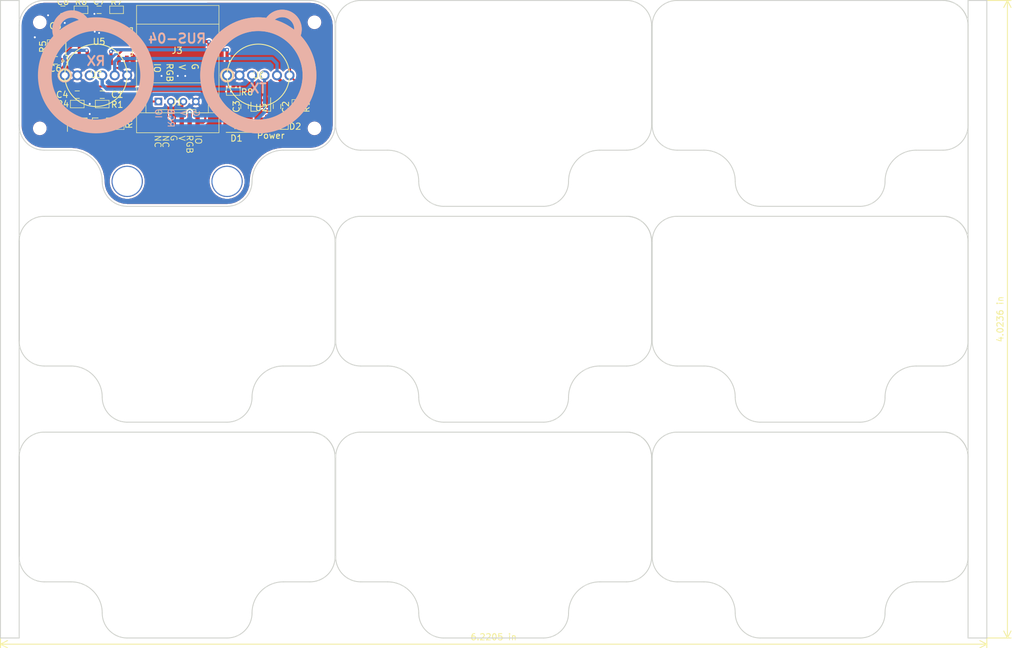
<source format=kicad_pcb>
(kicad_pcb (version 20171130) (host pcbnew "(5.1.10)-1")

  (general
    (thickness 1.6)
    (drawings 174)
    (tracks 299)
    (zones 0)
    (modules 32)
    (nets 24)
  )

  (page A4)
  (layers
    (0 F.Cu signal hide)
    (31 B.Cu signal hide)
    (32 B.Adhes user)
    (33 F.Adhes user)
    (34 B.Paste user hide)
    (35 F.Paste user)
    (36 B.SilkS user hide)
    (37 F.SilkS user)
    (38 B.Mask user)
    (39 F.Mask user)
    (40 Dwgs.User user)
    (41 Cmts.User user)
    (42 Eco1.User user)
    (43 Eco2.User user)
    (44 Edge.Cuts user)
    (45 Margin user)
    (46 B.CrtYd user)
    (47 F.CrtYd user)
    (48 B.Fab user hide)
    (49 F.Fab user)
  )

  (setup
    (last_trace_width 0.3)
    (user_trace_width 0.3)
    (trace_clearance 0.3)
    (zone_clearance 0.3)
    (zone_45_only no)
    (trace_min 0.2)
    (via_size 0.6)
    (via_drill 0.3)
    (via_min_size 0.4)
    (via_min_drill 0.2)
    (user_via 0.4 0.25)
    (uvia_size 0.3)
    (uvia_drill 0.1)
    (uvias_allowed no)
    (uvia_min_size 0.2)
    (uvia_min_drill 0.1)
    (edge_width 0.15)
    (segment_width 0.2)
    (pcb_text_width 0.3)
    (pcb_text_size 1.5 1.5)
    (mod_edge_width 0.15)
    (mod_text_size 1 1)
    (mod_text_width 0.15)
    (pad_size 1.5 1.5)
    (pad_drill 0.85)
    (pad_to_mask_clearance 0.1)
    (solder_mask_min_width 0.25)
    (aux_axis_origin 50.7 129.8)
    (visible_elements 7FFDFE7D)
    (pcbplotparams
      (layerselection 0x010fc_ffffffff)
      (usegerberextensions false)
      (usegerberattributes false)
      (usegerberadvancedattributes false)
      (creategerberjobfile false)
      (gerberprecision 5)
      (excludeedgelayer true)
      (linewidth 0.100000)
      (plotframeref false)
      (viasonmask false)
      (mode 1)
      (useauxorigin false)
      (hpglpennumber 1)
      (hpglpenspeed 20)
      (hpglpendiameter 15.000000)
      (psnegative false)
      (psa4output false)
      (plotreference false)
      (plotvalue false)
      (plotinvisibletext false)
      (padsonsilk false)
      (subtractmaskfromsilk false)
      (outputformat 1)
      (mirror false)
      (drillshape 0)
      (scaleselection 1)
      (outputdirectory "RUS-04_1x9_Gerber/"))
  )

  (net 0 "")
  (net 1 GND)
  (net 2 "Net-(C8-Pad2)")
  (net 3 "Net-(C5-Pad2)")
  (net 4 "Net-(C5-Pad1)")
  (net 5 "Net-(C4-Pad1)")
  (net 6 /Signal)
  (net 7 "Net-(C1-Pad1)")
  (net 8 +5V)
  (net 9 "Net-(C3-Pad1)")
  (net 10 "Net-(C6-Pad2)")
  (net 11 "Net-(D1-Pad2)")
  (net 12 "Net-(D2-Pad2)")
  (net 13 /RGB_INT)
  (net 14 "Net-(R6-Pad1)")
  (net 15 "Net-(R7-Pad2)")
  (net 16 /RGB_OUT)
  (net 17 "Net-(C7-Pad1)")
  (net 18 "Net-(U3-Pad6)")
  (net 19 "Net-(U3-Pad4)")
  (net 20 "Net-(J3-Pad6)")
  (net 21 "Net-(J3-Pad5)")
  (net 22 "Net-(R8-Pad1)")
  (net 23 "Net-(R9-Pad1)")

  (net_class Default 这是默认网络组.
    (clearance 0.3)
    (trace_width 0.3)
    (via_dia 0.6)
    (via_drill 0.3)
    (uvia_dia 0.3)
    (uvia_drill 0.1)
    (add_net +5V)
    (add_net /RGB_INT)
    (add_net /RGB_OUT)
    (add_net /Signal)
    (add_net GND)
    (add_net "Net-(C1-Pad1)")
    (add_net "Net-(C3-Pad1)")
    (add_net "Net-(C4-Pad1)")
    (add_net "Net-(C5-Pad1)")
    (add_net "Net-(C5-Pad2)")
    (add_net "Net-(C6-Pad2)")
    (add_net "Net-(C7-Pad1)")
    (add_net "Net-(C8-Pad2)")
    (add_net "Net-(D1-Pad2)")
    (add_net "Net-(D2-Pad2)")
    (add_net "Net-(J3-Pad5)")
    (add_net "Net-(J3-Pad6)")
    (add_net "Net-(R6-Pad1)")
    (add_net "Net-(R7-Pad2)")
    (add_net "Net-(R8-Pad1)")
    (add_net "Net-(R9-Pad1)")
    (add_net "Net-(U3-Pad4)")
    (add_net "Net-(U3-Pad6)")
  )

  (module SMD:R_0603 (layer F.Cu) (tedit 60A1CC60) (tstamp 627B34FC)
    (at 98 44.6 270)
    (descr "Resistor SMD 0603, reflow soldering, Vishay (see dcrcw.pdf)")
    (tags "resistor 0603")
    (path /627C46B4)
    (attr smd)
    (fp_text reference R9 (at 0 -1.7 90) (layer F.SilkS)
      (effects (font (size 1 1) (thickness 0.15)))
    )
    (fp_text value "10K NC" (at 0 1.8 90) (layer F.Fab)
      (effects (font (size 1 1) (thickness 0.15)))
    )
    (fp_line (start 1.25 0.7) (end -1.25 0.7) (layer F.CrtYd) (width 0.05))
    (fp_line (start 1.25 0.7) (end 1.25 -0.7) (layer F.CrtYd) (width 0.05))
    (fp_line (start -1.25 -0.7) (end -1.25 0.7) (layer F.CrtYd) (width 0.05))
    (fp_line (start -1.25 -0.7) (end 1.25 -0.7) (layer F.CrtYd) (width 0.05))
    (fp_line (start -1.1 -0.6) (end 1.1 -0.6) (layer F.SilkS) (width 0.1))
    (fp_line (start 1.1 0.6) (end -1.1 0.6) (layer F.SilkS) (width 0.1))
    (fp_line (start -0.8 -0.4) (end 0.8 -0.4) (layer F.Fab) (width 0.1))
    (fp_line (start 0.8 -0.4) (end 0.8 0.4) (layer F.Fab) (width 0.1))
    (fp_line (start 0.8 0.4) (end -0.8 0.4) (layer F.Fab) (width 0.1))
    (fp_line (start -0.8 0.4) (end -0.8 -0.4) (layer F.Fab) (width 0.1))
    (fp_line (start -1.1 -0.6) (end -1.1 0.6) (layer F.SilkS) (width 0.1))
    (fp_line (start 1.1 -0.6) (end 1.1 0.6) (layer F.SilkS) (width 0.1))
    (fp_text user %R (at 0 0 90) (layer F.Fab)
      (effects (font (size 0.4 0.4) (thickness 0.075)))
    )
    (pad 2 smd rect (at 0.75 0 270) (size 0.5 0.9) (layers F.Cu F.Paste F.Mask)
      (net 1 GND))
    (pad 1 smd rect (at -0.75 0 270) (size 0.5 0.9) (layers F.Cu F.Paste F.Mask)
      (net 23 "Net-(R9-Pad1)"))
    (model ${KISYS3DMOD}/Resistor_SMD.3dshapes/R_0603_1608Metric.step
      (at (xyz 0 0 0))
      (scale (xyz 1 1 1))
      (rotate (xyz 0 0 0))
    )
  )

  (module SMD:R_0603 (layer F.Cu) (tedit 60A1CC60) (tstamp 627B34E9)
    (at 88 42.2)
    (descr "Resistor SMD 0603, reflow soldering, Vishay (see dcrcw.pdf)")
    (tags "resistor 0603")
    (path /627C3D5D)
    (attr smd)
    (fp_text reference R8 (at 2.2 0.1) (layer F.SilkS)
      (effects (font (size 1 1) (thickness 0.15)))
    )
    (fp_text value "10K NC" (at 0 1.8) (layer F.Fab)
      (effects (font (size 1 1) (thickness 0.15)))
    )
    (fp_line (start 1.25 0.7) (end -1.25 0.7) (layer F.CrtYd) (width 0.05))
    (fp_line (start 1.25 0.7) (end 1.25 -0.7) (layer F.CrtYd) (width 0.05))
    (fp_line (start -1.25 -0.7) (end -1.25 0.7) (layer F.CrtYd) (width 0.05))
    (fp_line (start -1.25 -0.7) (end 1.25 -0.7) (layer F.CrtYd) (width 0.05))
    (fp_line (start -1.1 -0.6) (end 1.1 -0.6) (layer F.SilkS) (width 0.1))
    (fp_line (start 1.1 0.6) (end -1.1 0.6) (layer F.SilkS) (width 0.1))
    (fp_line (start -0.8 -0.4) (end 0.8 -0.4) (layer F.Fab) (width 0.1))
    (fp_line (start 0.8 -0.4) (end 0.8 0.4) (layer F.Fab) (width 0.1))
    (fp_line (start 0.8 0.4) (end -0.8 0.4) (layer F.Fab) (width 0.1))
    (fp_line (start -0.8 0.4) (end -0.8 -0.4) (layer F.Fab) (width 0.1))
    (fp_line (start -1.1 -0.6) (end -1.1 0.6) (layer F.SilkS) (width 0.1))
    (fp_line (start 1.1 -0.6) (end 1.1 0.6) (layer F.SilkS) (width 0.1))
    (fp_text user %R (at 0 0) (layer F.Fab)
      (effects (font (size 0.4 0.4) (thickness 0.075)))
    )
    (pad 2 smd rect (at 0.75 0) (size 0.5 0.9) (layers F.Cu F.Paste F.Mask)
      (net 1 GND))
    (pad 1 smd rect (at -0.75 0) (size 0.5 0.9) (layers F.Cu F.Paste F.Mask)
      (net 22 "Net-(R8-Pad1)"))
    (model ${KISYS3DMOD}/Resistor_SMD.3dshapes/R_0603_1608Metric.step
      (at (xyz 0 0 0))
      (scale (xyz 1 1 1))
      (rotate (xyz 0 0 0))
    )
  )

  (module DIP:RGB-Ultrasonic-6PIN-1.2mm (layer F.Cu) (tedit 627A2346) (tstamp 5F8175DF)
    (at 66 39.6)
    (path /5E9655A1)
    (fp_text reference U3 (at 0 -0.1) (layer F.SilkS)
      (effects (font (size 1 1) (thickness 0.15)))
    )
    (fp_text value RX (at 0 6) (layer F.Fab)
      (effects (font (size 1 1) (thickness 0.15)))
    )
    (fp_circle (center 0 0) (end 5 0) (layer F.SilkS) (width 0.15))
    (fp_circle (center -5 0) (end -4 0) (layer F.SilkS) (width 0.3))
    (pad 2 thru_hole circle (at 3 0) (size 1.6 1.6) (drill 1) (layers *.Cu *.Mask)
      (net 8 +5V))
    (pad 3 thru_hole circle (at 1 0) (size 1.6 1.6) (drill 1) (layers *.Cu *.Mask)
      (net 16 /RGB_OUT))
    (pad 6 thru_hole circle (at -5 0) (size 1.6 1.6) (drill 1) (layers *.Cu *.Mask)
      (net 18 "Net-(U3-Pad6)"))
    (pad 4 thru_hole circle (at -1 0) (size 1.6 1.6) (drill 1) (layers *.Cu *.Mask)
      (net 19 "Net-(U3-Pad4)"))
    (pad 5 thru_hole circle (at -3 0) (size 1.6 1.6) (drill 1) (layers *.Cu *.Mask)
      (net 1 GND))
    (pad 1 thru_hole circle (at 5 0) (size 1.6 1.6) (drill 1) (layers *.Cu *.Mask)
      (net 1 GND))
  )

  (module DIP:RGB-Ultrasonic-6PIN-1.2mm (layer F.Cu) (tedit 627A2346) (tstamp 5F817A55)
    (at 92 39.6)
    (path /5E922379)
    (fp_text reference U6 (at 0.1 0) (layer F.SilkS)
      (effects (font (size 1 1) (thickness 0.15)))
    )
    (fp_text value TX (at 0.01 1.18) (layer F.Fab)
      (effects (font (size 1 1) (thickness 0.15)))
    )
    (fp_circle (center 0 0) (end 5 0) (layer F.SilkS) (width 0.15))
    (fp_circle (center -5 0) (end -4 0) (layer F.SilkS) (width 0.3))
    (pad 2 thru_hole circle (at 3 0) (size 1.6 1.6) (drill 1) (layers *.Cu *.Mask)
      (net 8 +5V))
    (pad 3 thru_hole circle (at 1 0) (size 1.6 1.6) (drill 1) (layers *.Cu *.Mask)
      (net 13 /RGB_INT))
    (pad 6 thru_hole circle (at -5 0) (size 1.6 1.6) (drill 1) (layers *.Cu *.Mask)
      (net 22 "Net-(R8-Pad1)"))
    (pad 4 thru_hole circle (at -1 0) (size 1.6 1.6) (drill 1) (layers *.Cu *.Mask)
      (net 16 /RGB_OUT))
    (pad 5 thru_hole circle (at -3 0) (size 1.6 1.6) (drill 1) (layers *.Cu *.Mask)
      (net 1 GND))
    (pad 1 thru_hole circle (at 5 0) (size 1.6 1.6) (drill 1) (layers *.Cu *.Mask)
      (net 23 "Net-(R9-Pad1)"))
  )

  (module SMD:D_SOD-123 (layer F.Cu) (tedit 60A4AC3E) (tstamp 5F817A2D)
    (at 88.5 47.75 180)
    (descr SOD-123)
    (tags SOD-123)
    (path /5E914F65)
    (attr smd)
    (fp_text reference D1 (at 0 -1.95) (layer F.SilkS)
      (effects (font (size 1 1) (thickness 0.15)))
    )
    (fp_text value 1N5819 (at 0.17 -1.57) (layer F.Fab)
      (effects (font (size 1 1) (thickness 0.15)))
    )
    (fp_line (start -2.25 -1) (end 1.65 -1) (layer F.SilkS) (width 0.12))
    (fp_line (start -2.25 1) (end 1.65 1) (layer F.SilkS) (width 0.12))
    (fp_line (start -2.35 -1.15) (end -2.35 1.15) (layer F.CrtYd) (width 0.05))
    (fp_line (start 2.35 1.15) (end -2.35 1.15) (layer F.CrtYd) (width 0.05))
    (fp_line (start 2.35 -1.15) (end 2.35 1.15) (layer F.CrtYd) (width 0.05))
    (fp_line (start -2.35 -1.15) (end 2.35 -1.15) (layer F.CrtYd) (width 0.05))
    (fp_line (start -1.4 -0.9) (end 1.4 -0.9) (layer F.Fab) (width 0.1))
    (fp_line (start 1.4 -0.9) (end 1.4 0.9) (layer F.Fab) (width 0.1))
    (fp_line (start 1.4 0.9) (end -1.4 0.9) (layer F.Fab) (width 0.1))
    (fp_line (start -1.4 0.9) (end -1.4 -0.9) (layer F.Fab) (width 0.1))
    (fp_line (start -0.75 0) (end -0.35 0) (layer F.SilkS) (width 0.15))
    (fp_line (start -0.35 0) (end -0.35 -0.55) (layer F.SilkS) (width 0.15))
    (fp_line (start -0.35 0) (end -0.35 0.55) (layer F.SilkS) (width 0.15))
    (fp_line (start -0.35 0) (end 0.25 -0.4) (layer F.SilkS) (width 0.15))
    (fp_line (start 0.25 -0.4) (end 0.25 0.4) (layer F.SilkS) (width 0.15))
    (fp_line (start 0.25 0.4) (end -0.35 0) (layer F.SilkS) (width 0.15))
    (fp_line (start 0.25 0) (end 0.75 0) (layer F.SilkS) (width 0.15))
    (fp_line (start -2.25 -1) (end -2.25 1) (layer F.SilkS) (width 0.12))
    (fp_text user %R (at 0 -2) (layer F.Fab)
      (effects (font (size 1 1) (thickness 0.15)))
    )
    (pad 1 smd rect (at -1.65 0 180) (size 0.9 1.2) (layers F.Cu F.Paste F.Mask)
      (net 8 +5V))
    (pad 2 smd rect (at 1.65 0 180) (size 0.9 1.2) (layers F.Cu F.Paste F.Mask)
      (net 11 "Net-(D1-Pad2)"))
    (model ${KISYS3DMOD}/Diodes_SMD.3dshapes/D_SOD-123.wrl
      (at (xyz 0 0 0))
      (scale (xyz 1 1 1))
      (rotate (xyz 0 0 0))
    )
  )

  (module SMD:C_0603 (layer F.Cu) (tedit 5DDE22DD) (tstamp 5F8176F2)
    (at 66.5 29.1 180)
    (descr "Capacitor SMD 0603, reflow soldering, AVX (see smccp.pdf)")
    (tags "capacitor 0603")
    (path /5E8F3199)
    (attr smd)
    (fp_text reference C7 (at 0 1.35 180) (layer F.SilkS)
      (effects (font (size 1 1) (thickness 0.15)))
    )
    (fp_text value 1uF (at -0.08 -1.33 180) (layer F.Fab)
      (effects (font (size 1 1) (thickness 0.15)))
    )
    (fp_line (start 1.4 0.65) (end -1.4 0.65) (layer F.CrtYd) (width 0.05))
    (fp_line (start 1.4 0.65) (end 1.4 -0.65) (layer F.CrtYd) (width 0.05))
    (fp_line (start -1.4 -0.65) (end -1.4 0.65) (layer F.CrtYd) (width 0.05))
    (fp_line (start -1.4 -0.65) (end 1.4 -0.65) (layer F.CrtYd) (width 0.05))
    (fp_line (start 0.35 0.6) (end -0.35 0.6) (layer F.SilkS) (width 0.12))
    (fp_line (start -0.35 -0.6) (end 0.35 -0.6) (layer F.SilkS) (width 0.12))
    (fp_line (start -0.8 -0.4) (end 0.8 -0.4) (layer F.Fab) (width 0.1))
    (fp_line (start 0.8 -0.4) (end 0.8 0.4) (layer F.Fab) (width 0.1))
    (fp_line (start 0.8 0.4) (end -0.8 0.4) (layer F.Fab) (width 0.1))
    (fp_line (start -0.8 0.4) (end -0.8 -0.4) (layer F.Fab) (width 0.1))
    (fp_text user %R (at 0 0 180) (layer F.Fab)
      (effects (font (size 0.3 0.3) (thickness 0.075)))
    )
    (pad 2 smd rect (at 0.75 0 180) (size 0.8 0.75) (layers F.Cu F.Paste F.Mask)
      (net 1 GND))
    (pad 1 smd rect (at -0.75 0 180) (size 0.8 0.75) (layers F.Cu F.Paste F.Mask)
      (net 17 "Net-(C7-Pad1)"))
    (model ${KISYS3DMOD}/Capacitor_SMD.3dshapes/C_0603_1608Metric.step
      (at (xyz 0 0 0))
      (scale (xyz 1 1 1))
      (rotate (xyz 0 0 0))
    )
  )

  (module SMD:C_0603 (layer F.Cu) (tedit 5DDE22DD) (tstamp 5F8176D0)
    (at 59.5 37.2 180)
    (descr "Capacitor SMD 0603, reflow soldering, AVX (see smccp.pdf)")
    (tags "capacitor 0603")
    (path /5E8EE5D1)
    (attr smd)
    (fp_text reference C6 (at 0 -1.3) (layer F.SilkS)
      (effects (font (size 1 1) (thickness 0.15)))
    )
    (fp_text value 470pF (at -0.25 -2.12 180) (layer F.Fab)
      (effects (font (size 1 1) (thickness 0.15)))
    )
    (fp_line (start 1.4 0.65) (end -1.4 0.65) (layer F.CrtYd) (width 0.05))
    (fp_line (start 1.4 0.65) (end 1.4 -0.65) (layer F.CrtYd) (width 0.05))
    (fp_line (start -1.4 -0.65) (end -1.4 0.65) (layer F.CrtYd) (width 0.05))
    (fp_line (start -1.4 -0.65) (end 1.4 -0.65) (layer F.CrtYd) (width 0.05))
    (fp_line (start 0.35 0.6) (end -0.35 0.6) (layer F.SilkS) (width 0.12))
    (fp_line (start -0.35 -0.6) (end 0.35 -0.6) (layer F.SilkS) (width 0.12))
    (fp_line (start -0.8 -0.4) (end 0.8 -0.4) (layer F.Fab) (width 0.1))
    (fp_line (start 0.8 -0.4) (end 0.8 0.4) (layer F.Fab) (width 0.1))
    (fp_line (start 0.8 0.4) (end -0.8 0.4) (layer F.Fab) (width 0.1))
    (fp_line (start -0.8 0.4) (end -0.8 -0.4) (layer F.Fab) (width 0.1))
    (fp_text user %R (at 0 0 180) (layer F.Fab)
      (effects (font (size 0.3 0.3) (thickness 0.075)))
    )
    (pad 2 smd rect (at 0.75 0 180) (size 0.8 0.75) (layers F.Cu F.Paste F.Mask)
      (net 10 "Net-(C6-Pad2)"))
    (pad 1 smd rect (at -0.75 0 180) (size 0.8 0.75) (layers F.Cu F.Paste F.Mask)
      (net 4 "Net-(C5-Pad1)"))
    (model ${KISYS3DMOD}/Capacitor_SMD.3dshapes/C_0603_1608Metric.step
      (at (xyz 0 0 0))
      (scale (xyz 1 1 1))
      (rotate (xyz 0 0 0))
    )
  )

  (module SMD:C_0603 (layer F.Cu) (tedit 5DDE22DD) (tstamp 5F817626)
    (at 67 42.7 180)
    (descr "Capacitor SMD 0603, reflow soldering, AVX (see smccp.pdf)")
    (tags "capacitor 0603")
    (path /5E9778F0)
    (attr smd)
    (fp_text reference C1 (at -2.4 0) (layer F.SilkS)
      (effects (font (size 1 1) (thickness 0.15)))
    )
    (fp_text value "0.1uF NC" (at -3.2 0.04) (layer F.Fab)
      (effects (font (size 1 1) (thickness 0.15)))
    )
    (fp_line (start 1.4 0.65) (end -1.4 0.65) (layer F.CrtYd) (width 0.05))
    (fp_line (start 1.4 0.65) (end 1.4 -0.65) (layer F.CrtYd) (width 0.05))
    (fp_line (start -1.4 -0.65) (end -1.4 0.65) (layer F.CrtYd) (width 0.05))
    (fp_line (start -1.4 -0.65) (end 1.4 -0.65) (layer F.CrtYd) (width 0.05))
    (fp_line (start 0.35 0.6) (end -0.35 0.6) (layer F.SilkS) (width 0.12))
    (fp_line (start -0.35 -0.6) (end 0.35 -0.6) (layer F.SilkS) (width 0.12))
    (fp_line (start -0.8 -0.4) (end 0.8 -0.4) (layer F.Fab) (width 0.1))
    (fp_line (start 0.8 -0.4) (end 0.8 0.4) (layer F.Fab) (width 0.1))
    (fp_line (start 0.8 0.4) (end -0.8 0.4) (layer F.Fab) (width 0.1))
    (fp_line (start -0.8 0.4) (end -0.8 -0.4) (layer F.Fab) (width 0.1))
    (fp_text user %R (at 0 0) (layer F.Fab)
      (effects (font (size 0.3 0.3) (thickness 0.075)))
    )
    (pad 2 smd rect (at 0.75 0 180) (size 0.8 0.75) (layers F.Cu F.Paste F.Mask)
      (net 1 GND))
    (pad 1 smd rect (at -0.75 0 180) (size 0.8 0.75) (layers F.Cu F.Paste F.Mask)
      (net 7 "Net-(C1-Pad1)"))
    (model ${KISYS3DMOD}/Capacitor_SMD.3dshapes/C_0603_1608Metric.step
      (at (xyz 0 0 0))
      (scale (xyz 1 1 1))
      (rotate (xyz 0 0 0))
    )
  )

  (module DIP:DIP-PH2.00mm-4A (layer F.Cu) (tedit 5CBE73AF) (tstamp 5F8175D0)
    (at 79 43.2)
    (path /5E90C21E)
    (fp_text reference J1 (at 0 0.7) (layer F.SilkS)
      (effects (font (size 1 1) (thickness 0.15)))
    )
    (fp_text value PH2.0 (at 0 -4.125) (layer F.Fab)
      (effects (font (size 1 1) (thickness 0.15)))
    )
    (fp_line (start -5 2.4) (end -3 2.4) (layer F.SilkS) (width 0.1))
    (fp_line (start -3 1.9) (end -3 2.4) (layer F.SilkS) (width 0.1))
    (fp_line (start 3 1.9) (end -3 1.9) (layer F.SilkS) (width 0.1))
    (fp_line (start 3 1.9) (end 3 2.4) (layer F.SilkS) (width 0.1))
    (fp_line (start -5 2.4) (end -5 -2.4) (layer F.SilkS) (width 0.1))
    (fp_line (start 5 2.4) (end 3 2.4) (layer F.SilkS) (width 0.1))
    (fp_line (start 5 2.4) (end 5 -2.4) (layer F.SilkS) (width 0.1))
    (fp_line (start -5 -2.4) (end 5 -2.4) (layer F.SilkS) (width 0.1))
    (pad 4 thru_hole circle (at 3 0.6) (size 1.2 1.2) (drill 0.7) (layers *.Cu *.Mask)
      (net 1 GND))
    (pad 3 thru_hole circle (at 1 0.6) (size 1.2 1.2) (drill 0.7) (layers *.Cu *.Mask)
      (net 11 "Net-(D1-Pad2)"))
    (pad 1 thru_hole rect (at -3 0.6) (size 1.2 1.2) (drill 0.7) (layers *.Cu *.Mask)
      (net 6 /Signal))
    (pad 2 thru_hole circle (at -1 0.6) (size 1.2 1.2) (drill 0.7) (layers *.Cu *.Mask)
      (net 13 /RGB_INT))
  )

  (module SMD:R_0603 (layer F.Cu) (tedit 5DDE2219) (tstamp 5F817599)
    (at 67 44.2 180)
    (descr "Resistor SMD 0603, reflow soldering, Vishay (see dcrcw.pdf)")
    (tags "resistor 0603")
    (path /5E9629B8)
    (attr smd)
    (fp_text reference R1 (at -2.4 -0.1) (layer F.SilkS)
      (effects (font (size 1 1) (thickness 0.15)))
    )
    (fp_text value 10K (at -2.69 0.06) (layer F.Fab)
      (effects (font (size 1 1) (thickness 0.15)))
    )
    (fp_line (start 1.1 -0.6) (end 1.1 0.6) (layer F.SilkS) (width 0.1))
    (fp_line (start -1.1 -0.6) (end -1.1 0.6) (layer F.SilkS) (width 0.1))
    (fp_line (start -0.8 0.4) (end -0.8 -0.4) (layer F.Fab) (width 0.1))
    (fp_line (start 0.8 0.4) (end -0.8 0.4) (layer F.Fab) (width 0.1))
    (fp_line (start 0.8 -0.4) (end 0.8 0.4) (layer F.Fab) (width 0.1))
    (fp_line (start -0.8 -0.4) (end 0.8 -0.4) (layer F.Fab) (width 0.1))
    (fp_line (start 1.1 0.6) (end -1.1 0.6) (layer F.SilkS) (width 0.1))
    (fp_line (start -1.1 -0.6) (end 1.1 -0.6) (layer F.SilkS) (width 0.1))
    (fp_line (start -1.25 -0.7) (end 1.25 -0.7) (layer F.CrtYd) (width 0.05))
    (fp_line (start -1.25 -0.7) (end -1.25 0.7) (layer F.CrtYd) (width 0.05))
    (fp_line (start 1.25 0.7) (end 1.25 -0.7) (layer F.CrtYd) (width 0.05))
    (fp_line (start 1.25 0.7) (end -1.25 0.7) (layer F.CrtYd) (width 0.05))
    (fp_text user %R (at 0 0) (layer F.Fab)
      (effects (font (size 0.4 0.4) (thickness 0.075)))
    )
    (pad 1 smd rect (at -0.75 0 180) (size 0.5 0.9) (layers F.Cu F.Paste F.Mask)
      (net 7 "Net-(C1-Pad1)"))
    (pad 2 smd rect (at 0.75 0 180) (size 0.5 0.9) (layers F.Cu F.Paste F.Mask)
      (net 1 GND))
    (model ${KISYS3DMOD}/Resistors_SMD.3dshapes/R_0603.wrl
      (at (xyz 0 0 0))
      (scale (xyz 1 1 1))
      (rotate (xyz 0 0 0))
    )
    (model ${KISYS3DMOD}/Resistor_SMD.3dshapes/R_0603_1608Metric.wrl
      (at (xyz 0 0 0))
      (scale (xyz 1 1 1))
      (rotate (xyz 0 0 0))
    )
  )

  (module SMD:C_0603 (layer F.Cu) (tedit 5DDE22DD) (tstamp 5F817577)
    (at 63 42.7)
    (descr "Capacitor SMD 0603, reflow soldering, AVX (see smccp.pdf)")
    (tags "capacitor 0603")
    (path /5E98E4A2)
    (attr smd)
    (fp_text reference C4 (at -2.4 0) (layer F.SilkS)
      (effects (font (size 1 1) (thickness 0.15)))
    )
    (fp_text value "0.1uF NC" (at -3.09 -0.32) (layer F.Fab)
      (effects (font (size 1 1) (thickness 0.15)))
    )
    (fp_line (start 1.4 0.65) (end -1.4 0.65) (layer F.CrtYd) (width 0.05))
    (fp_line (start 1.4 0.65) (end 1.4 -0.65) (layer F.CrtYd) (width 0.05))
    (fp_line (start -1.4 -0.65) (end -1.4 0.65) (layer F.CrtYd) (width 0.05))
    (fp_line (start -1.4 -0.65) (end 1.4 -0.65) (layer F.CrtYd) (width 0.05))
    (fp_line (start 0.35 0.6) (end -0.35 0.6) (layer F.SilkS) (width 0.12))
    (fp_line (start -0.35 -0.6) (end 0.35 -0.6) (layer F.SilkS) (width 0.12))
    (fp_line (start -0.8 -0.4) (end 0.8 -0.4) (layer F.Fab) (width 0.1))
    (fp_line (start 0.8 -0.4) (end 0.8 0.4) (layer F.Fab) (width 0.1))
    (fp_line (start 0.8 0.4) (end -0.8 0.4) (layer F.Fab) (width 0.1))
    (fp_line (start -0.8 0.4) (end -0.8 -0.4) (layer F.Fab) (width 0.1))
    (fp_text user %R (at 0 0) (layer F.Fab)
      (effects (font (size 0.3 0.3) (thickness 0.075)))
    )
    (pad 2 smd rect (at 0.75 0) (size 0.8 0.75) (layers F.Cu F.Paste F.Mask)
      (net 1 GND))
    (pad 1 smd rect (at -0.75 0) (size 0.8 0.75) (layers F.Cu F.Paste F.Mask)
      (net 5 "Net-(C4-Pad1)"))
    (model ${KISYS3DMOD}/Capacitor_SMD.3dshapes/C_0603_1608Metric.step
      (at (xyz 0 0 0))
      (scale (xyz 1 1 1))
      (rotate (xyz 0 0 0))
    )
  )

  (module SMD:C_0603 (layer F.Cu) (tedit 5DDE22DD) (tstamp 5F817540)
    (at 95 44.6 90)
    (descr "Capacitor SMD 0603, reflow soldering, AVX (see smccp.pdf)")
    (tags "capacitor 0603")
    (path /5E92A3F9)
    (attr smd)
    (fp_text reference C2 (at -0.1 1.4 -90) (layer F.SilkS)
      (effects (font (size 1 1) (thickness 0.15)))
    )
    (fp_text value 1uF (at 0 1.5 -90) (layer F.Fab)
      (effects (font (size 1 1) (thickness 0.15)))
    )
    (fp_line (start 1.4 0.65) (end -1.4 0.65) (layer F.CrtYd) (width 0.05))
    (fp_line (start 1.4 0.65) (end 1.4 -0.65) (layer F.CrtYd) (width 0.05))
    (fp_line (start -1.4 -0.65) (end -1.4 0.65) (layer F.CrtYd) (width 0.05))
    (fp_line (start -1.4 -0.65) (end 1.4 -0.65) (layer F.CrtYd) (width 0.05))
    (fp_line (start 0.35 0.6) (end -0.35 0.6) (layer F.SilkS) (width 0.12))
    (fp_line (start -0.35 -0.6) (end 0.35 -0.6) (layer F.SilkS) (width 0.12))
    (fp_line (start -0.8 -0.4) (end 0.8 -0.4) (layer F.Fab) (width 0.1))
    (fp_line (start 0.8 -0.4) (end 0.8 0.4) (layer F.Fab) (width 0.1))
    (fp_line (start 0.8 0.4) (end -0.8 0.4) (layer F.Fab) (width 0.1))
    (fp_line (start -0.8 0.4) (end -0.8 -0.4) (layer F.Fab) (width 0.1))
    (fp_text user %R (at 0 0 -90) (layer F.Fab)
      (effects (font (size 0.3 0.3) (thickness 0.075)))
    )
    (pad 2 smd rect (at 0.75 0 90) (size 0.8 0.75) (layers F.Cu F.Paste F.Mask)
      (net 1 GND))
    (pad 1 smd rect (at -0.75 0 90) (size 0.8 0.75) (layers F.Cu F.Paste F.Mask)
      (net 8 +5V))
    (model ${KISYS3DMOD}/Capacitor_SMD.3dshapes/C_0603_1608Metric.step
      (at (xyz 0 0 0))
      (scale (xyz 1 1 1))
      (rotate (xyz 0 0 0))
    )
  )

  (module SOIC:SOIC-16W_7.5x10.3mm_Pitch1.27mm (layer F.Cu) (tedit 5D4BFF74) (tstamp 5F817B32)
    (at 66.5 34.2 90)
    (descr "16-Lead Plastic Small Outline (SO) - Wide, 7.50 mm Body [SOIC] (see Microchip Packaging Specification 00000049BS.pdf)")
    (tags "SOIC 1.27")
    (path /5E8EE0BD)
    (attr smd)
    (fp_text reference U5 (at 0 0) (layer F.SilkS)
      (effects (font (size 1 1) (thickness 0.15)))
    )
    (fp_text value RCWL-9600 (at 0.14 0.27 180) (layer F.Fab)
      (effects (font (size 1 1) (thickness 0.15)))
    )
    (fp_circle (center -3.1 -5.8) (end -2.95 -5.7) (layer F.SilkS) (width 0.15))
    (fp_line (start -2.225 -5.05) (end -3.75 -5.05) (layer F.SilkS) (width 0.15))
    (fp_line (start -2.225 5.325) (end 2.225 5.325) (layer F.SilkS) (width 0.15))
    (fp_line (start -2.225 -5.325) (end 2.225 -5.325) (layer F.SilkS) (width 0.15))
    (fp_line (start -2.225 5.325) (end -2.225 4.97) (layer F.SilkS) (width 0.15))
    (fp_line (start 2.225 5.325) (end 2.225 4.97) (layer F.SilkS) (width 0.15))
    (fp_line (start 2.225 -5.325) (end 2.225 -4.97) (layer F.SilkS) (width 0.15))
    (fp_line (start -2.225 -5.325) (end -2.225 -5.05) (layer F.SilkS) (width 0.15))
    (fp_line (start -4 5.5) (end 4 5.5) (layer F.CrtYd) (width 0.05))
    (fp_line (start -4 -5.5) (end 4 -5.5) (layer F.CrtYd) (width 0.05))
    (fp_line (start 4 -5.5) (end 4 5.5) (layer F.CrtYd) (width 0.05))
    (fp_line (start -4 -5.5) (end -4 5.5) (layer F.CrtYd) (width 0.05))
    (fp_line (start -2.1 -4.15) (end -1.1 -5.15) (layer F.Fab) (width 0.15))
    (fp_line (start -2.1 5.15) (end -2.1 -4.15) (layer F.Fab) (width 0.15))
    (fp_line (start 2.1 5.15) (end -2.1 5.15) (layer F.Fab) (width 0.15))
    (fp_line (start 2.1 -5.15) (end 2.1 5.15) (layer F.Fab) (width 0.15))
    (fp_line (start -2.1 -5.15) (end 2.1 -5.15) (layer F.Fab) (width 0.15))
    (fp_text user %R (at 0 0 -90) (layer F.Fab)
      (effects (font (size 1 1) (thickness 0.15)))
    )
    (pad 16 smd rect (at 3 -4.445 90) (size 1.5 0.6) (layers F.Cu F.Paste F.Mask)
      (net 1 GND))
    (pad 15 smd rect (at 3 -3.175 90) (size 1.5 0.6) (layers F.Cu F.Paste F.Mask)
      (net 3 "Net-(C5-Pad2)"))
    (pad 14 smd rect (at 3 -1.905 90) (size 1.5 0.6) (layers F.Cu F.Paste F.Mask)
      (net 10 "Net-(C6-Pad2)"))
    (pad 13 smd rect (at 3 -0.635 90) (size 1.5 0.6) (layers F.Cu F.Paste F.Mask)
      (net 1 GND))
    (pad 12 smd rect (at 3 0.635 90) (size 1.5 0.6) (layers F.Cu F.Paste F.Mask)
      (net 17 "Net-(C7-Pad1)"))
    (pad 11 smd rect (at 3 1.905 90) (size 1.5 0.6) (layers F.Cu F.Paste F.Mask)
      (net 14 "Net-(R6-Pad1)"))
    (pad 10 smd rect (at 3 3.175 90) (size 1.5 0.6) (layers F.Cu F.Paste F.Mask)
      (net 15 "Net-(R7-Pad2)"))
    (pad 9 smd rect (at 3 4.445 90) (size 1.5 0.6) (layers F.Cu F.Paste F.Mask)
      (net 23 "Net-(R9-Pad1)"))
    (pad 8 smd rect (at -3 4.445 90) (size 1.5 0.6) (layers F.Cu F.Paste F.Mask)
      (net 1 GND))
    (pad 7 smd rect (at -3 3.175 90) (size 1.5 0.6) (layers F.Cu F.Paste F.Mask)
      (net 5 "Net-(C4-Pad1)"))
    (pad 6 smd rect (at -3 1.905 90) (size 1.5 0.6) (layers F.Cu F.Paste F.Mask)
      (net 22 "Net-(R8-Pad1)"))
    (pad 5 smd rect (at -3 0.635 90) (size 1.5 0.6) (layers F.Cu F.Paste F.Mask)
      (net 7 "Net-(C1-Pad1)"))
    (pad 4 smd rect (at -3 -0.635 90) (size 1.5 0.6) (layers F.Cu F.Paste F.Mask)
      (net 9 "Net-(C3-Pad1)"))
    (pad 3 smd rect (at -3 -1.905 90) (size 1.5 0.6) (layers F.Cu F.Paste F.Mask)
      (net 18 "Net-(U3-Pad6)"))
    (pad 2 smd rect (at -3 -3.175 90) (size 1.5 0.6) (layers F.Cu F.Paste F.Mask)
      (net 9 "Net-(C3-Pad1)"))
    (pad 1 smd rect (at -3 -4.445 90) (size 1.5 0.6) (layers F.Cu F.Paste F.Mask)
      (net 4 "Net-(C5-Pad1)"))
    (model ${KISYS3DMOD}/Housings_SOIC.3dshapes/SOIC-16W_7.5x10.3mm_Pitch1.27mm.wrl
      (at (xyz 0 0 0))
      (scale (xyz 1 1 1))
      (rotate (xyz 0 0 0))
    )
  )

  (module SMD:R_0603 (layer F.Cu) (tedit 5DDE2219) (tstamp 5F817BF0)
    (at 69.8974 47.178 90)
    (descr "Resistor SMD 0603, reflow soldering, Vishay (see dcrcw.pdf)")
    (tags "resistor 0603")
    (path /5E96B935)
    (attr smd)
    (fp_text reference R3 (at 0 1.4026 -90) (layer F.SilkS)
      (effects (font (size 1 1) (thickness 0.15)))
    )
    (fp_text value 10K (at 0 1.8 -90) (layer F.Fab)
      (effects (font (size 1 1) (thickness 0.15)))
    )
    (fp_line (start 1.25 0.7) (end -1.25 0.7) (layer F.CrtYd) (width 0.05))
    (fp_line (start 1.25 0.7) (end 1.25 -0.7) (layer F.CrtYd) (width 0.05))
    (fp_line (start -1.25 -0.7) (end -1.25 0.7) (layer F.CrtYd) (width 0.05))
    (fp_line (start -1.25 -0.7) (end 1.25 -0.7) (layer F.CrtYd) (width 0.05))
    (fp_line (start -1.1 -0.6) (end 1.1 -0.6) (layer F.SilkS) (width 0.1))
    (fp_line (start 1.1 0.6) (end -1.1 0.6) (layer F.SilkS) (width 0.1))
    (fp_line (start -0.8 -0.4) (end 0.8 -0.4) (layer F.Fab) (width 0.1))
    (fp_line (start 0.8 -0.4) (end 0.8 0.4) (layer F.Fab) (width 0.1))
    (fp_line (start 0.8 0.4) (end -0.8 0.4) (layer F.Fab) (width 0.1))
    (fp_line (start -0.8 0.4) (end -0.8 -0.4) (layer F.Fab) (width 0.1))
    (fp_line (start -1.1 -0.6) (end -1.1 0.6) (layer F.SilkS) (width 0.1))
    (fp_line (start 1.1 -0.6) (end 1.1 0.6) (layer F.SilkS) (width 0.1))
    (fp_text user %R (at 0 0 -90) (layer F.Fab)
      (effects (font (size 0.4 0.4) (thickness 0.075)))
    )
    (pad 2 smd rect (at 0.75 0 90) (size 0.5 0.9) (layers F.Cu F.Paste F.Mask)
      (net 1 GND))
    (pad 1 smd rect (at -0.75 0 90) (size 0.5 0.9) (layers F.Cu F.Paste F.Mask)
      (net 6 /Signal))
    (model ${KISYS3DMOD}/Resistors_SMD.3dshapes/R_0603.wrl
      (at (xyz 0 0 0))
      (scale (xyz 1 1 1))
      (rotate (xyz 0 0 0))
    )
    (model ${KISYS3DMOD}/Resistor_SMD.3dshapes/R_0603_1608Metric.wrl
      (at (xyz 0 0 0))
      (scale (xyz 1 1 1))
      (rotate (xyz 0 0 0))
    )
  )

  (module SOT:SOT-23 (layer F.Cu) (tedit 58CE4E7E) (tstamp 5F817BDC)
    (at 63 47.2 90)
    (descr "SOT-23, Standard")
    (tags SOT-23)
    (path /5E9616CC)
    (attr smd)
    (fp_text reference U4 (at -0.5 0 180) (layer F.SilkS)
      (effects (font (size 1 1) (thickness 0.15)))
    )
    (fp_text value SI2301 (at -1.66 -0.1 180) (layer F.Fab)
      (effects (font (size 1 1) (thickness 0.15)))
    )
    (fp_line (start 0.76 1.58) (end -0.7 1.58) (layer F.SilkS) (width 0.12))
    (fp_line (start 0.76 -1.58) (end -1.4 -1.58) (layer F.SilkS) (width 0.12))
    (fp_line (start -1.7 1.75) (end -1.7 -1.75) (layer F.CrtYd) (width 0.05))
    (fp_line (start 1.7 1.75) (end -1.7 1.75) (layer F.CrtYd) (width 0.05))
    (fp_line (start 1.7 -1.75) (end 1.7 1.75) (layer F.CrtYd) (width 0.05))
    (fp_line (start -1.7 -1.75) (end 1.7 -1.75) (layer F.CrtYd) (width 0.05))
    (fp_line (start 0.76 -1.58) (end 0.76 -0.65) (layer F.SilkS) (width 0.12))
    (fp_line (start 0.76 1.58) (end 0.76 0.65) (layer F.SilkS) (width 0.12))
    (fp_line (start -0.7 1.52) (end 0.7 1.52) (layer F.Fab) (width 0.1))
    (fp_line (start 0.7 -1.52) (end 0.7 1.52) (layer F.Fab) (width 0.1))
    (fp_line (start -0.7 -0.95) (end -0.15 -1.52) (layer F.Fab) (width 0.1))
    (fp_line (start -0.15 -1.52) (end 0.7 -1.52) (layer F.Fab) (width 0.1))
    (fp_line (start -0.7 -0.95) (end -0.7 1.5) (layer F.Fab) (width 0.1))
    (fp_text user %R (at 0 0) (layer F.Fab)
      (effects (font (size 0.5 0.5) (thickness 0.075)))
    )
    (pad 3 smd rect (at 1 0 90) (size 0.9 0.8) (layers F.Cu F.Paste F.Mask)
      (net 5 "Net-(C4-Pad1)"))
    (pad 2 smd rect (at -1 0.95 90) (size 0.9 0.8) (layers F.Cu F.Paste F.Mask)
      (net 6 /Signal))
    (pad 1 smd rect (at -1 -0.95 90) (size 0.9 0.8) (layers F.Cu F.Paste F.Mask)
      (net 7 "Net-(C1-Pad1)"))
    (model ${KISYS3DMOD}/TO_SOT_Packages_SMD.3dshapes/SOT-23.wrl
      (at (xyz 0 0 0))
      (scale (xyz 1 1 1))
      (rotate (xyz 0 0 0))
    )
  )

  (module SMD:C_0603 (layer F.Cu) (tedit 5DDE22DD) (tstamp 5F817BCC)
    (at 60.7 29.1)
    (descr "Capacitor SMD 0603, reflow soldering, AVX (see smccp.pdf)")
    (tags "capacitor 0603")
    (path /5E8EFFC1)
    (attr smd)
    (fp_text reference C8 (at 0 -1.3) (layer F.SilkS)
      (effects (font (size 1 1) (thickness 0.15)))
    )
    (fp_text value 10nF (at 0 1.5) (layer F.Fab)
      (effects (font (size 1 1) (thickness 0.15)))
    )
    (fp_line (start -0.8 0.4) (end -0.8 -0.4) (layer F.Fab) (width 0.1))
    (fp_line (start 0.8 0.4) (end -0.8 0.4) (layer F.Fab) (width 0.1))
    (fp_line (start 0.8 -0.4) (end 0.8 0.4) (layer F.Fab) (width 0.1))
    (fp_line (start -0.8 -0.4) (end 0.8 -0.4) (layer F.Fab) (width 0.1))
    (fp_line (start -0.35 -0.6) (end 0.35 -0.6) (layer F.SilkS) (width 0.12))
    (fp_line (start 0.35 0.6) (end -0.35 0.6) (layer F.SilkS) (width 0.12))
    (fp_line (start -1.4 -0.65) (end 1.4 -0.65) (layer F.CrtYd) (width 0.05))
    (fp_line (start -1.4 -0.65) (end -1.4 0.65) (layer F.CrtYd) (width 0.05))
    (fp_line (start 1.4 0.65) (end 1.4 -0.65) (layer F.CrtYd) (width 0.05))
    (fp_line (start 1.4 0.65) (end -1.4 0.65) (layer F.CrtYd) (width 0.05))
    (fp_text user %R (at 0 0) (layer F.Fab)
      (effects (font (size 0.3 0.3) (thickness 0.075)))
    )
    (pad 1 smd rect (at -0.75 0) (size 0.8 0.75) (layers F.Cu F.Paste F.Mask)
      (net 3 "Net-(C5-Pad2)"))
    (pad 2 smd rect (at 0.75 0) (size 0.8 0.75) (layers F.Cu F.Paste F.Mask)
      (net 2 "Net-(C8-Pad2)"))
    (model ${KISYS3DMOD}/Capacitor_SMD.3dshapes/C_0603_1608Metric.step
      (at (xyz 0 0 0))
      (scale (xyz 1 1 1))
      (rotate (xyz 0 0 0))
    )
  )

  (module SMD:C_0603 (layer F.Cu) (tedit 5DDE22DD) (tstamp 5F817BB1)
    (at 89.8 44.6 270)
    (descr "Capacitor SMD 0603, reflow soldering, AVX (see smccp.pdf)")
    (tags "capacitor 0603")
    (path /5E92EE9A)
    (attr smd)
    (fp_text reference C3 (at 0 1.3 270) (layer F.SilkS)
      (effects (font (size 1 1) (thickness 0.15)))
    )
    (fp_text value 1uF (at 0 1.5 270) (layer F.Fab)
      (effects (font (size 1 1) (thickness 0.15)))
    )
    (fp_line (start -0.8 0.4) (end -0.8 -0.4) (layer F.Fab) (width 0.1))
    (fp_line (start 0.8 0.4) (end -0.8 0.4) (layer F.Fab) (width 0.1))
    (fp_line (start 0.8 -0.4) (end 0.8 0.4) (layer F.Fab) (width 0.1))
    (fp_line (start -0.8 -0.4) (end 0.8 -0.4) (layer F.Fab) (width 0.1))
    (fp_line (start -0.35 -0.6) (end 0.35 -0.6) (layer F.SilkS) (width 0.12))
    (fp_line (start 0.35 0.6) (end -0.35 0.6) (layer F.SilkS) (width 0.12))
    (fp_line (start -1.4 -0.65) (end 1.4 -0.65) (layer F.CrtYd) (width 0.05))
    (fp_line (start -1.4 -0.65) (end -1.4 0.65) (layer F.CrtYd) (width 0.05))
    (fp_line (start 1.4 0.65) (end 1.4 -0.65) (layer F.CrtYd) (width 0.05))
    (fp_line (start 1.4 0.65) (end -1.4 0.65) (layer F.CrtYd) (width 0.05))
    (fp_text user %R (at 0 0 270) (layer F.Fab)
      (effects (font (size 0.3 0.3) (thickness 0.075)))
    )
    (pad 1 smd rect (at -0.75 0 270) (size 0.8 0.75) (layers F.Cu F.Paste F.Mask)
      (net 9 "Net-(C3-Pad1)"))
    (pad 2 smd rect (at 0.75 0 270) (size 0.8 0.75) (layers F.Cu F.Paste F.Mask)
      (net 1 GND))
    (model ${KISYS3DMOD}/Capacitor_SMD.3dshapes/C_0603_1608Metric.step
      (at (xyz 0 0 0))
      (scale (xyz 1 1 1))
      (rotate (xyz 0 0 0))
    )
  )

  (module SMD:R_0603 (layer F.Cu) (tedit 5DDE2219) (tstamp 5F817B8B)
    (at 58.8 35 90)
    (descr "Resistor SMD 0603, reflow soldering, Vishay (see dcrcw.pdf)")
    (tags "resistor 0603")
    (path /5E8EF6CE)
    (attr smd)
    (fp_text reference R5 (at 0 -1.3 90) (layer F.SilkS)
      (effects (font (size 1 1) (thickness 0.15)))
    )
    (fp_text value 75K (at 0.04 -1.44 -90) (layer F.Fab)
      (effects (font (size 1 1) (thickness 0.15)))
    )
    (fp_line (start 1.25 0.7) (end -1.25 0.7) (layer F.CrtYd) (width 0.05))
    (fp_line (start 1.25 0.7) (end 1.25 -0.7) (layer F.CrtYd) (width 0.05))
    (fp_line (start -1.25 -0.7) (end -1.25 0.7) (layer F.CrtYd) (width 0.05))
    (fp_line (start -1.25 -0.7) (end 1.25 -0.7) (layer F.CrtYd) (width 0.05))
    (fp_line (start -1.1 -0.6) (end 1.1 -0.6) (layer F.SilkS) (width 0.1))
    (fp_line (start 1.1 0.6) (end -1.1 0.6) (layer F.SilkS) (width 0.1))
    (fp_line (start -0.8 -0.4) (end 0.8 -0.4) (layer F.Fab) (width 0.1))
    (fp_line (start 0.8 -0.4) (end 0.8 0.4) (layer F.Fab) (width 0.1))
    (fp_line (start 0.8 0.4) (end -0.8 0.4) (layer F.Fab) (width 0.1))
    (fp_line (start -0.8 0.4) (end -0.8 -0.4) (layer F.Fab) (width 0.1))
    (fp_line (start -1.1 -0.6) (end -1.1 0.6) (layer F.SilkS) (width 0.1))
    (fp_line (start 1.1 -0.6) (end 1.1 0.6) (layer F.SilkS) (width 0.1))
    (fp_text user %R (at 0 0 -90) (layer F.Fab)
      (effects (font (size 0.4 0.4) (thickness 0.075)))
    )
    (pad 2 smd rect (at 0.75 0 90) (size 0.5 0.9) (layers F.Cu F.Paste F.Mask)
      (net 3 "Net-(C5-Pad2)"))
    (pad 1 smd rect (at -0.75 0 90) (size 0.5 0.9) (layers F.Cu F.Paste F.Mask)
      (net 10 "Net-(C6-Pad2)"))
    (model ${KISYS3DMOD}/Resistors_SMD.3dshapes/R_0603.wrl
      (at (xyz 0 0 0))
      (scale (xyz 1 1 1))
      (rotate (xyz 0 0 0))
    )
    (model ${KISYS3DMOD}/Resistor_SMD.3dshapes/R_0603_1608Metric.wrl
      (at (xyz 0 0 0))
      (scale (xyz 1 1 1))
      (rotate (xyz 0 0 0))
    )
  )

  (module SMD:C_0603 (layer F.Cu) (tedit 5DDE22DD) (tstamp 5F817B6B)
    (at 59.5 33)
    (descr "Capacitor SMD 0603, reflow soldering, AVX (see smccp.pdf)")
    (tags "capacitor 0603")
    (path /5E8EF43C)
    (attr smd)
    (fp_text reference C5 (at 0 -1.3) (layer F.SilkS)
      (effects (font (size 1 1) (thickness 0.15)))
    )
    (fp_text value 470pF (at -3.33 0.31) (layer F.Fab)
      (effects (font (size 1 1) (thickness 0.15)))
    )
    (fp_line (start -0.8 0.4) (end -0.8 -0.4) (layer F.Fab) (width 0.1))
    (fp_line (start 0.8 0.4) (end -0.8 0.4) (layer F.Fab) (width 0.1))
    (fp_line (start 0.8 -0.4) (end 0.8 0.4) (layer F.Fab) (width 0.1))
    (fp_line (start -0.8 -0.4) (end 0.8 -0.4) (layer F.Fab) (width 0.1))
    (fp_line (start -0.35 -0.6) (end 0.35 -0.6) (layer F.SilkS) (width 0.12))
    (fp_line (start 0.35 0.6) (end -0.35 0.6) (layer F.SilkS) (width 0.12))
    (fp_line (start -1.4 -0.65) (end 1.4 -0.65) (layer F.CrtYd) (width 0.05))
    (fp_line (start -1.4 -0.65) (end -1.4 0.65) (layer F.CrtYd) (width 0.05))
    (fp_line (start 1.4 0.65) (end 1.4 -0.65) (layer F.CrtYd) (width 0.05))
    (fp_line (start 1.4 0.65) (end -1.4 0.65) (layer F.CrtYd) (width 0.05))
    (fp_text user %R (at 0 0) (layer F.Fab)
      (effects (font (size 0.3 0.3) (thickness 0.075)))
    )
    (pad 1 smd rect (at -0.75 0) (size 0.8 0.75) (layers F.Cu F.Paste F.Mask)
      (net 4 "Net-(C5-Pad1)"))
    (pad 2 smd rect (at 0.75 0) (size 0.8 0.75) (layers F.Cu F.Paste F.Mask)
      (net 3 "Net-(C5-Pad2)"))
    (model ${KISYS3DMOD}/Capacitor_SMD.3dshapes/C_0603_1608Metric.step
      (at (xyz 0 0 0))
      (scale (xyz 1 1 1))
      (rotate (xyz 0 0 0))
    )
  )

  (module SMD:LED_0603 (layer F.Cu) (tedit 5DD33A9A) (tstamp 5F817B1E)
    (at 95.5 47.75 180)
    (descr "LED 0603 smd package")
    (tags "LED led 0603 SMD smd SMT smt smdled SMDLED smtled SMTLED")
    (path /5E919A76)
    (attr smd)
    (fp_text reference D2 (at -2.4 -0.05) (layer F.SilkS)
      (effects (font (size 1 1) (thickness 0.15)))
    )
    (fp_text value RED_LED (at 0 1.35) (layer F.Fab)
      (effects (font (size 1 1) (thickness 0.15)))
    )
    (fp_line (start -1.45 -0.65) (end 1.45 -0.65) (layer F.CrtYd) (width 0.05))
    (fp_line (start -1.45 0.65) (end -1.45 -0.65) (layer F.CrtYd) (width 0.05))
    (fp_line (start 1.45 0.65) (end -1.45 0.65) (layer F.CrtYd) (width 0.05))
    (fp_line (start 1.45 -0.65) (end 1.45 0.65) (layer F.CrtYd) (width 0.05))
    (fp_line (start -1.3 -0.5) (end 0.8 -0.5) (layer F.SilkS) (width 0.12))
    (fp_line (start -1.3 0.5) (end 0.8 0.5) (layer F.SilkS) (width 0.12))
    (fp_line (start -0.8 0.4) (end -0.8 -0.4) (layer F.Fab) (width 0.1))
    (fp_line (start -0.8 -0.4) (end 0.8 -0.4) (layer F.Fab) (width 0.1))
    (fp_line (start 0.8 -0.4) (end 0.8 0.4) (layer F.Fab) (width 0.1))
    (fp_line (start 0.8 0.4) (end -0.8 0.4) (layer F.Fab) (width 0.1))
    (fp_line (start 0.15 -0.2) (end 0.15 0.2) (layer F.SilkS) (width 0.1))
    (fp_line (start 0.15 0.2) (end -0.15 0) (layer F.SilkS) (width 0.1))
    (fp_line (start -0.15 0) (end 0.15 -0.2) (layer F.SilkS) (width 0.1))
    (fp_line (start -0.2 -0.2) (end -0.2 0.2) (layer F.SilkS) (width 0.1))
    (fp_line (start -1.3 -0.5) (end -1.3 0.5) (layer F.SilkS) (width 0.12))
    (pad 1 smd rect (at -0.8 0) (size 0.8 0.8) (layers F.Cu F.Paste F.Mask)
      (net 1 GND))
    (pad 2 smd rect (at 0.8 0) (size 0.8 0.8) (layers F.Cu F.Paste F.Mask)
      (net 12 "Net-(D2-Pad2)"))
    (model ${KISYS3DMOD}/LEDs.3dshapes/LED_0603.wrl
      (at (xyz 0 0 0))
      (scale (xyz 1 1 1))
      (rotate (xyz 0 0 180))
    )
    (model ${KISYS3DMOD}/LED_SMD.3dshapes/LED_0603_1608Metric_Castellated.step
      (at (xyz 0 0 0))
      (scale (xyz 1 1 1))
      (rotate (xyz 0 0 0))
    )
  )

  (module SMD:R_0603 (layer F.Cu) (tedit 5DDE2219) (tstamp 5F817B0C)
    (at 63 44.2)
    (descr "Resistor SMD 0603, reflow soldering, Vishay (see dcrcw.pdf)")
    (tags "resistor 0603")
    (path /5E98A0ED)
    (attr smd)
    (fp_text reference R4 (at -2.3 0) (layer F.SilkS)
      (effects (font (size 1 1) (thickness 0.15)))
    )
    (fp_text value 10K (at -2.53 0.23) (layer F.Fab)
      (effects (font (size 1 1) (thickness 0.15)))
    )
    (fp_line (start 1.25 0.7) (end -1.25 0.7) (layer F.CrtYd) (width 0.05))
    (fp_line (start 1.25 0.7) (end 1.25 -0.7) (layer F.CrtYd) (width 0.05))
    (fp_line (start -1.25 -0.7) (end -1.25 0.7) (layer F.CrtYd) (width 0.05))
    (fp_line (start -1.25 -0.7) (end 1.25 -0.7) (layer F.CrtYd) (width 0.05))
    (fp_line (start -1.1 -0.6) (end 1.1 -0.6) (layer F.SilkS) (width 0.1))
    (fp_line (start 1.1 0.6) (end -1.1 0.6) (layer F.SilkS) (width 0.1))
    (fp_line (start -0.8 -0.4) (end 0.8 -0.4) (layer F.Fab) (width 0.1))
    (fp_line (start 0.8 -0.4) (end 0.8 0.4) (layer F.Fab) (width 0.1))
    (fp_line (start 0.8 0.4) (end -0.8 0.4) (layer F.Fab) (width 0.1))
    (fp_line (start -0.8 0.4) (end -0.8 -0.4) (layer F.Fab) (width 0.1))
    (fp_line (start -1.1 -0.6) (end -1.1 0.6) (layer F.SilkS) (width 0.1))
    (fp_line (start 1.1 -0.6) (end 1.1 0.6) (layer F.SilkS) (width 0.1))
    (fp_text user %R (at 0 0) (layer F.Fab)
      (effects (font (size 0.4 0.4) (thickness 0.075)))
    )
    (pad 2 smd rect (at 0.75 0) (size 0.5 0.9) (layers F.Cu F.Paste F.Mask)
      (net 1 GND))
    (pad 1 smd rect (at -0.75 0) (size 0.5 0.9) (layers F.Cu F.Paste F.Mask)
      (net 5 "Net-(C4-Pad1)"))
    (model ${KISYS3DMOD}/Resistors_SMD.3dshapes/R_0603.wrl
      (at (xyz 0 0 0))
      (scale (xyz 1 1 1))
      (rotate (xyz 0 0 0))
    )
    (model ${KISYS3DMOD}/Resistor_SMD.3dshapes/R_0603_1608Metric.wrl
      (at (xyz 0 0 0))
      (scale (xyz 1 1 1))
      (rotate (xyz 0 0 0))
    )
  )

  (module SOT:SOT-23 (layer F.Cu) (tedit 58CE4E7E) (tstamp 5F817AF8)
    (at 92.4 44.6 270)
    (descr "SOT-23, Standard")
    (tags SOT-23)
    (path /5E9ABDD1)
    (attr smd)
    (fp_text reference U2 (at 0.2 -0.1) (layer F.SilkS)
      (effects (font (size 1 1) (thickness 0.15)))
    )
    (fp_text value 662K (at -2.11 0.06 180) (layer F.Fab)
      (effects (font (size 1 1) (thickness 0.15)))
    )
    (fp_line (start 0.76 1.58) (end -0.7 1.58) (layer F.SilkS) (width 0.12))
    (fp_line (start 0.76 -1.58) (end -1.4 -1.58) (layer F.SilkS) (width 0.12))
    (fp_line (start -1.7 1.75) (end -1.7 -1.75) (layer F.CrtYd) (width 0.05))
    (fp_line (start 1.7 1.75) (end -1.7 1.75) (layer F.CrtYd) (width 0.05))
    (fp_line (start 1.7 -1.75) (end 1.7 1.75) (layer F.CrtYd) (width 0.05))
    (fp_line (start -1.7 -1.75) (end 1.7 -1.75) (layer F.CrtYd) (width 0.05))
    (fp_line (start 0.76 -1.58) (end 0.76 -0.65) (layer F.SilkS) (width 0.12))
    (fp_line (start 0.76 1.58) (end 0.76 0.65) (layer F.SilkS) (width 0.12))
    (fp_line (start -0.7 1.52) (end 0.7 1.52) (layer F.Fab) (width 0.1))
    (fp_line (start 0.7 -1.52) (end 0.7 1.52) (layer F.Fab) (width 0.1))
    (fp_line (start -0.7 -0.95) (end -0.15 -1.52) (layer F.Fab) (width 0.1))
    (fp_line (start -0.15 -1.52) (end 0.7 -1.52) (layer F.Fab) (width 0.1))
    (fp_line (start -0.7 -0.95) (end -0.7 1.5) (layer F.Fab) (width 0.1))
    (fp_text user %R (at 0 0) (layer F.Fab)
      (effects (font (size 0.5 0.5) (thickness 0.075)))
    )
    (pad 3 smd rect (at 1 0 270) (size 0.9 0.8) (layers F.Cu F.Paste F.Mask)
      (net 8 +5V))
    (pad 2 smd rect (at -1 0.95 270) (size 0.9 0.8) (layers F.Cu F.Paste F.Mask)
      (net 9 "Net-(C3-Pad1)"))
    (pad 1 smd rect (at -1 -0.95 270) (size 0.9 0.8) (layers F.Cu F.Paste F.Mask)
      (net 1 GND))
    (model ${KISYS3DMOD}/TO_SOT_Packages_SMD.3dshapes/SOT-23.wrl
      (at (xyz 0 0 0))
      (scale (xyz 1 1 1))
      (rotate (xyz 0 0 0))
    )
  )

  (module SMD:R_0603 (layer F.Cu) (tedit 5DDE2219) (tstamp 5F817AB1)
    (at 92.4 47.75)
    (descr "Resistor SMD 0603, reflow soldering, Vishay (see dcrcw.pdf)")
    (tags "resistor 0603")
    (path /5E918DA4)
    (attr smd)
    (fp_text reference R2 (at 0 0) (layer F.SilkS)
      (effects (font (size 1 1) (thickness 0.15)))
    )
    (fp_text value 2K (at 0 1.8) (layer F.Fab)
      (effects (font (size 1 1) (thickness 0.15)))
    )
    (fp_line (start 1.25 0.7) (end -1.25 0.7) (layer F.CrtYd) (width 0.05))
    (fp_line (start 1.25 0.7) (end 1.25 -0.7) (layer F.CrtYd) (width 0.05))
    (fp_line (start -1.25 -0.7) (end -1.25 0.7) (layer F.CrtYd) (width 0.05))
    (fp_line (start -1.25 -0.7) (end 1.25 -0.7) (layer F.CrtYd) (width 0.05))
    (fp_line (start -1.1 -0.6) (end 1.1 -0.6) (layer F.SilkS) (width 0.1))
    (fp_line (start 1.1 0.6) (end -1.1 0.6) (layer F.SilkS) (width 0.1))
    (fp_line (start -0.8 -0.4) (end 0.8 -0.4) (layer F.Fab) (width 0.1))
    (fp_line (start 0.8 -0.4) (end 0.8 0.4) (layer F.Fab) (width 0.1))
    (fp_line (start 0.8 0.4) (end -0.8 0.4) (layer F.Fab) (width 0.1))
    (fp_line (start -0.8 0.4) (end -0.8 -0.4) (layer F.Fab) (width 0.1))
    (fp_line (start -1.1 -0.6) (end -1.1 0.6) (layer F.SilkS) (width 0.1))
    (fp_line (start 1.1 -0.6) (end 1.1 0.6) (layer F.SilkS) (width 0.1))
    (fp_text user %R (at 0 0) (layer F.Fab)
      (effects (font (size 0.4 0.4) (thickness 0.075)))
    )
    (pad 2 smd rect (at 0.75 0) (size 0.5 0.9) (layers F.Cu F.Paste F.Mask)
      (net 12 "Net-(D2-Pad2)"))
    (pad 1 smd rect (at -0.75 0) (size 0.5 0.9) (layers F.Cu F.Paste F.Mask)
      (net 8 +5V))
    (model ${KISYS3DMOD}/Resistors_SMD.3dshapes/R_0603.wrl
      (at (xyz 0 0 0))
      (scale (xyz 1 1 1))
      (rotate (xyz 0 0 0))
    )
    (model ${KISYS3DMOD}/Resistor_SMD.3dshapes/R_0603_1608Metric.wrl
      (at (xyz 0 0 0))
      (scale (xyz 1 1 1))
      (rotate (xyz 0 0 0))
    )
  )

  (module SMD:R_0603 (layer F.Cu) (tedit 5DDE2219) (tstamp 5F817A9F)
    (at 63.6 29.1 180)
    (descr "Resistor SMD 0603, reflow soldering, Vishay (see dcrcw.pdf)")
    (tags "resistor 0603")
    (path /5E8F1724)
    (attr smd)
    (fp_text reference R6 (at 0 1.3) (layer F.SilkS)
      (effects (font (size 1 1) (thickness 0.15)))
    )
    (fp_text value 2.2K (at 0 1.8) (layer F.Fab)
      (effects (font (size 1 1) (thickness 0.15)))
    )
    (fp_line (start 1.25 0.7) (end -1.25 0.7) (layer F.CrtYd) (width 0.05))
    (fp_line (start 1.25 0.7) (end 1.25 -0.7) (layer F.CrtYd) (width 0.05))
    (fp_line (start -1.25 -0.7) (end -1.25 0.7) (layer F.CrtYd) (width 0.05))
    (fp_line (start -1.25 -0.7) (end 1.25 -0.7) (layer F.CrtYd) (width 0.05))
    (fp_line (start -1.1 -0.6) (end 1.1 -0.6) (layer F.SilkS) (width 0.1))
    (fp_line (start 1.1 0.6) (end -1.1 0.6) (layer F.SilkS) (width 0.1))
    (fp_line (start -0.8 -0.4) (end 0.8 -0.4) (layer F.Fab) (width 0.1))
    (fp_line (start 0.8 -0.4) (end 0.8 0.4) (layer F.Fab) (width 0.1))
    (fp_line (start 0.8 0.4) (end -0.8 0.4) (layer F.Fab) (width 0.1))
    (fp_line (start -0.8 0.4) (end -0.8 -0.4) (layer F.Fab) (width 0.1))
    (fp_line (start -1.1 -0.6) (end -1.1 0.6) (layer F.SilkS) (width 0.1))
    (fp_line (start 1.1 -0.6) (end 1.1 0.6) (layer F.SilkS) (width 0.1))
    (fp_text user %R (at 0 0) (layer F.Fab)
      (effects (font (size 0.4 0.4) (thickness 0.075)))
    )
    (pad 2 smd rect (at 0.75 0 180) (size 0.5 0.9) (layers F.Cu F.Paste F.Mask)
      (net 2 "Net-(C8-Pad2)"))
    (pad 1 smd rect (at -0.75 0 180) (size 0.5 0.9) (layers F.Cu F.Paste F.Mask)
      (net 14 "Net-(R6-Pad1)"))
    (model ${KISYS3DMOD}/Resistors_SMD.3dshapes/R_0603.wrl
      (at (xyz 0 0 0))
      (scale (xyz 1 1 1))
      (rotate (xyz 0 0 0))
    )
    (model ${KISYS3DMOD}/Resistor_SMD.3dshapes/R_0603_1608Metric.wrl
      (at (xyz 0 0 0))
      (scale (xyz 1 1 1))
      (rotate (xyz 0 0 0))
    )
  )

  (module SMD:SMD-RJ25 (layer F.Cu) (tedit 5BC6A639) (tstamp 5F817A8A)
    (at 79 38.6)
    (path /5F3CB14E)
    (fp_text reference J3 (at 0 -2.969334) (layer F.SilkS)
      (effects (font (size 1 1) (thickness 0.15)))
    )
    (fp_text value RJ12 (at 0 5.630666) (layer F.Fab)
      (effects (font (size 1 1) (thickness 0.15)))
    )
    (fp_line (start -6.5 -10.2) (end 6.7 -10.2) (layer F.SilkS) (width 0.1))
    (fp_line (start -6.5 -10.2) (end -6.5 10.2) (layer F.SilkS) (width 0.1))
    (fp_line (start -6.5 10.2) (end 6.7 10.2) (layer F.SilkS) (width 0.1))
    (fp_line (start 6.7 10.2) (end 6.7 -10.2) (layer F.SilkS) (width 0.1))
    (fp_line (start 6.7 7) (end -6.5 7) (layer F.SilkS) (width 0.1))
    (fp_line (start 6.7 -7.2) (end -6.5 -7.2) (layer F.SilkS) (width 0.1))
    (pad ~ smd rect (at 0 -8.7 270) (size 3 9) (layers F.Cu F.Paste F.Mask))
    (pad 1 smd rect (at 3.275 8.6) (size 0.7 3) (layers F.Cu F.Paste F.Mask)
      (net 6 /Signal))
    (pad 2 smd rect (at 2.005 8.6) (size 0.7 3) (layers F.Cu F.Paste F.Mask)
      (net 13 /RGB_INT))
    (pad 3 smd rect (at 0.735 8.6) (size 0.7 3) (layers F.Cu F.Paste F.Mask)
      (net 11 "Net-(D1-Pad2)"))
    (pad 4 smd rect (at -0.535 8.6) (size 0.7 3) (layers F.Cu F.Paste F.Mask)
      (net 1 GND))
    (pad 5 smd rect (at -1.805 8.6) (size 0.7 3) (layers F.Cu F.Paste F.Mask)
      (net 21 "Net-(J3-Pad5)"))
    (pad 6 smd rect (at -3.075 8.6) (size 0.7 3) (layers F.Cu F.Paste F.Mask)
      (net 20 "Net-(J3-Pad6)"))
  )

  (module SMD:R_0603 (layer F.Cu) (tedit 5DDE2219) (tstamp 5F817A74)
    (at 69.3 29.1)
    (descr "Resistor SMD 0603, reflow soldering, Vishay (see dcrcw.pdf)")
    (tags "resistor 0603")
    (path /5E8F234A)
    (attr smd)
    (fp_text reference R7 (at 0 -1.3) (layer F.SilkS)
      (effects (font (size 1 1) (thickness 0.15)))
    )
    (fp_text value 56K (at 0 1.8) (layer F.Fab)
      (effects (font (size 1 1) (thickness 0.15)))
    )
    (fp_line (start 1.25 0.7) (end -1.25 0.7) (layer F.CrtYd) (width 0.05))
    (fp_line (start 1.25 0.7) (end 1.25 -0.7) (layer F.CrtYd) (width 0.05))
    (fp_line (start -1.25 -0.7) (end -1.25 0.7) (layer F.CrtYd) (width 0.05))
    (fp_line (start -1.25 -0.7) (end 1.25 -0.7) (layer F.CrtYd) (width 0.05))
    (fp_line (start -1.1 -0.6) (end 1.1 -0.6) (layer F.SilkS) (width 0.1))
    (fp_line (start 1.1 0.6) (end -1.1 0.6) (layer F.SilkS) (width 0.1))
    (fp_line (start -0.8 -0.4) (end 0.8 -0.4) (layer F.Fab) (width 0.1))
    (fp_line (start 0.8 -0.4) (end 0.8 0.4) (layer F.Fab) (width 0.1))
    (fp_line (start 0.8 0.4) (end -0.8 0.4) (layer F.Fab) (width 0.1))
    (fp_line (start -0.8 0.4) (end -0.8 -0.4) (layer F.Fab) (width 0.1))
    (fp_line (start -1.1 -0.6) (end -1.1 0.6) (layer F.SilkS) (width 0.1))
    (fp_line (start 1.1 -0.6) (end 1.1 0.6) (layer F.SilkS) (width 0.1))
    (fp_text user %R (at 0 0) (layer F.Fab)
      (effects (font (size 0.4 0.4) (thickness 0.075)))
    )
    (pad 2 smd rect (at 0.75 0) (size 0.5 0.9) (layers F.Cu F.Paste F.Mask)
      (net 15 "Net-(R7-Pad2)"))
    (pad 1 smd rect (at -0.75 0) (size 0.5 0.9) (layers F.Cu F.Paste F.Mask)
      (net 14 "Net-(R6-Pad1)"))
    (model ${KISYS3DMOD}/Resistors_SMD.3dshapes/R_0603.wrl
      (at (xyz 0 0 0))
      (scale (xyz 1 1 1))
      (rotate (xyz 0 0 0))
    )
    (model ${KISYS3DMOD}/Resistor_SMD.3dshapes/R_0603_1608Metric.wrl
      (at (xyz 0 0 0))
      (scale (xyz 1 1 1))
      (rotate (xyz 0 0 0))
    )
  )

  (module SOT:SOT-23 (layer F.Cu) (tedit 58CE4E7E) (tstamp 5F817A60)
    (at 67 47.2 90)
    (descr "SOT-23, Standard")
    (tags SOT-23)
    (path /5E960B0B)
    (attr smd)
    (fp_text reference U1 (at -0.4 0.1) (layer F.SilkS)
      (effects (font (size 1 1) (thickness 0.15)))
    )
    (fp_text value SI2301 (at -3.12 0.09 180) (layer F.Fab)
      (effects (font (size 1 1) (thickness 0.15)))
    )
    (fp_line (start 0.76 1.58) (end -0.7 1.58) (layer F.SilkS) (width 0.12))
    (fp_line (start 0.76 -1.58) (end -1.4 -1.58) (layer F.SilkS) (width 0.12))
    (fp_line (start -1.7 1.75) (end -1.7 -1.75) (layer F.CrtYd) (width 0.05))
    (fp_line (start 1.7 1.75) (end -1.7 1.75) (layer F.CrtYd) (width 0.05))
    (fp_line (start 1.7 -1.75) (end 1.7 1.75) (layer F.CrtYd) (width 0.05))
    (fp_line (start -1.7 -1.75) (end 1.7 -1.75) (layer F.CrtYd) (width 0.05))
    (fp_line (start 0.76 -1.58) (end 0.76 -0.65) (layer F.SilkS) (width 0.12))
    (fp_line (start 0.76 1.58) (end 0.76 0.65) (layer F.SilkS) (width 0.12))
    (fp_line (start -0.7 1.52) (end 0.7 1.52) (layer F.Fab) (width 0.1))
    (fp_line (start 0.7 -1.52) (end 0.7 1.52) (layer F.Fab) (width 0.1))
    (fp_line (start -0.7 -0.95) (end -0.15 -1.52) (layer F.Fab) (width 0.1))
    (fp_line (start -0.15 -1.52) (end 0.7 -1.52) (layer F.Fab) (width 0.1))
    (fp_line (start -0.7 -0.95) (end -0.7 1.5) (layer F.Fab) (width 0.1))
    (fp_text user %R (at 0 0) (layer F.Fab)
      (effects (font (size 0.5 0.5) (thickness 0.075)))
    )
    (pad 3 smd rect (at 1 0 90) (size 0.9 0.8) (layers F.Cu F.Paste F.Mask)
      (net 7 "Net-(C1-Pad1)"))
    (pad 2 smd rect (at -1 0.95 90) (size 0.9 0.8) (layers F.Cu F.Paste F.Mask)
      (net 6 /Signal))
    (pad 1 smd rect (at -1 -0.95 90) (size 0.9 0.8) (layers F.Cu F.Paste F.Mask)
      (net 6 /Signal))
    (model ${KISYS3DMOD}/TO_SOT_Packages_SMD.3dshapes/SOT-23.wrl
      (at (xyz 0 0 0))
      (scale (xyz 1 1 1))
      (rotate (xyz 0 0 0))
    )
  )

  (module RUS-04:65mHold locked (layer F.Cu) (tedit 5DE77C2B) (tstamp 5F817BAD)
    (at 57 31.1)
    (fp_text reference REF** (at 0 -1.5) (layer F.SilkS) hide
      (effects (font (size 1 1) (thickness 0.15)))
    )
    (fp_text value 65mHold (at 0.2374 0.778) (layer F.Fab)
      (effects (font (size 0.5 0.5) (thickness 0.1)))
    )
    (pad "" np_thru_hole circle (at 0 0) (size 1.6 1.6) (drill 1.6) (layers *.Cu *.Mask))
  )

  (module MECHAICAL:Hole-3x4.5mm-2 locked (layer F.Cu) (tedit 5F3CD293) (tstamp 5F817A9A)
    (at 79 56.6 90)
    (fp_text reference "" (at -0.05 -3.25 -90) (layer F.SilkS)
      (effects (font (size 1 1) (thickness 0.15)))
    )
    (fp_text value Hole-3x4.5mm-2 (at 0 12 -90) (layer F.Fab)
      (effects (font (size 1 1) (thickness 0.15)))
    )
    (pad "" thru_hole circle (at 0 8 90) (size 5 5) (drill 4.65) (layers *.Cu *.Mask))
    (pad "" thru_hole circle (at 0 -8 90) (size 5 5) (drill 4.65) (layers *.Cu *.Mask))
  )

  (module RUS-04:65mHold locked (layer F.Cu) (tedit 5DE77C2B) (tstamp 5F817510)
    (at 57 48.1)
    (fp_text reference REF** (at 0 -1.5) (layer F.SilkS) hide
      (effects (font (size 1 1) (thickness 0.15)))
    )
    (fp_text value 65mHold (at 0.2374 0.778) (layer F.Fab)
      (effects (font (size 0.5 0.5) (thickness 0.1)))
    )
    (pad "" np_thru_hole circle (at 0 0) (size 1.6 1.6) (drill 1.6) (layers *.Cu *.Mask))
  )

  (module RUS-04:65mHold locked (layer F.Cu) (tedit 5DE77C2B) (tstamp 5F81753C)
    (at 101 31.1)
    (fp_text reference REF** (at 0 -1.5) (layer F.SilkS) hide
      (effects (font (size 1 1) (thickness 0.15)))
    )
    (fp_text value 65mHold (at 0.2374 0.778) (layer F.Fab)
      (effects (font (size 0.5 0.5) (thickness 0.1)))
    )
    (pad "" np_thru_hole circle (at 0 0) (size 1.6 1.6) (drill 1.6) (layers *.Cu *.Mask))
  )

  (module RUS-04:65mHold locked (layer F.Cu) (tedit 5DE77C2B) (tstamp 5F81750C)
    (at 101 48.1)
    (fp_text reference REF** (at 0 -1.5) (layer F.SilkS) hide
      (effects (font (size 1 1) (thickness 0.15)))
    )
    (fp_text value 65mHold (at 0.2374 0.778) (layer F.Fab)
      (effects (font (size 0.5 0.5) (thickness 0.1)))
    )
    (pad "" np_thru_hole circle (at 0 0) (size 1.6 1.6) (drill 1.6) (layers *.Cu *.Mask))
  )

  (gr_text G (at 81.85 38.2 -90) (layer F.SilkS) (tstamp 627B63D7)
    (effects (font (size 1 1) (thickness 0.15)))
  )
  (gr_text V (at 79.8 38.3 -90) (layer F.SilkS) (tstamp 627B63D6)
    (effects (font (size 1 1) (thickness 0.15)))
  )
  (gr_text IO (at 75.8 38.42381 -90) (layer F.SilkS) (tstamp 627B63D5)
    (effects (font (size 1 1) (thickness 0.15)))
  )
  (gr_text RGB (at 77.8 39.161905 -90) (layer F.SilkS) (tstamp 627B63D4)
    (effects (font (size 1 1) (thickness 0.15)))
  )
  (gr_circle (center 66 39.6) (end 74.2 39.6) (layer B.SilkS) (width 2.2) (tstamp 5F817C34))
  (gr_text NC (at 77.15 50.2 270) (layer F.SilkS) (tstamp 60AD116D)
    (effects (font (size 1 1) (thickness 0.12)))
  )
  (gr_text NC (at 75.9 50.2 270) (layer F.SilkS)
    (effects (font (size 1 1) (thickness 0.12)))
  )
  (gr_text V (at 79.75 49.7 270) (layer F.SilkS)
    (effects (font (size 1 1) (thickness 0.12)))
  )
  (gr_text G (at 78.45 49.65 270) (layer F.SilkS)
    (effects (font (size 1 1) (thickness 0.12)))
  )
  (gr_text RGB (at 81 50.65 270) (layer F.SilkS)
    (effects (font (size 1 1) (thickness 0.12)))
  )
  (gr_text IO (at 82.4 49.9 -90) (layer F.SilkS)
    (effects (font (size 1 1) (thickness 0.12)))
  )
  (dimension 102.2 (width 0.15) (layer F.SilkS)
    (gr_text "102.200 mm" (at 213.3 78.7 90) (layer F.SilkS)
      (effects (font (size 1 1) (thickness 0.15)))
    )
    (feature1 (pts (xy 208.7 27.6) (xy 212.586421 27.6)))
    (feature2 (pts (xy 208.7 129.8) (xy 212.586421 129.8)))
    (crossbar (pts (xy 212 129.8) (xy 212 27.6)))
    (arrow1a (pts (xy 212 27.6) (xy 212.586421 28.726504)))
    (arrow1b (pts (xy 212 27.6) (xy 211.413579 28.726504)))
    (arrow2a (pts (xy 212 129.8) (xy 212.586421 128.673496)))
    (arrow2b (pts (xy 212 129.8) (xy 211.413579 128.673496)))
  )
  (dimension 158 (width 0.15) (layer F.SilkS)
    (gr_text "158.000 mm" (at 129.7 132.1) (layer F.SilkS)
      (effects (font (size 1 1) (thickness 0.15)))
    )
    (feature1 (pts (xy 208.7 129.8) (xy 208.7 131.386421)))
    (feature2 (pts (xy 50.7 129.8) (xy 50.7 131.386421)))
    (crossbar (pts (xy 50.7 130.8) (xy 208.7 130.8)))
    (arrow1a (pts (xy 208.7 130.8) (xy 207.573496 131.386421)))
    (arrow1b (pts (xy 208.7 130.8) (xy 207.573496 130.213579)))
    (arrow2a (pts (xy 50.7 130.8) (xy 51.826504 131.386421)))
    (arrow2b (pts (xy 50.7 130.8) (xy 51.826504 130.213579)))
  )
  (gr_text G (at 82.05 45.7 -90) (layer B.SilkS) (tstamp 60AD1186)
    (effects (font (size 1 1) (thickness 0.15)) (justify mirror))
  )
  (gr_text V (at 80 45.65 -90) (layer B.SilkS) (tstamp 5F817C21)
    (effects (font (size 1 1) (thickness 0.15)) (justify mirror))
  )
  (gr_text RUS-04 (at 79 33.7) (layer B.SilkS) (tstamp 5F817C20)
    (effects (font (size 1.5 1.5) (thickness 0.3)) (justify mirror))
  )
  (gr_text RX (at 66 37.3) (layer B.SilkS) (tstamp 5F817C1C)
    (effects (font (size 1.5 1.5) (thickness 0.3)) (justify mirror))
  )
  (gr_text TX (at 92 41.7) (layer B.SilkS) (tstamp 5F817C1A)
    (effects (font (size 1.5 1.5) (thickness 0.3)) (justify mirror))
  )
  (gr_text RGB (at 78 46.461905 270) (layer B.SilkS) (tstamp 5F817C15)
    (effects (font (size 1 1) (thickness 0.15)) (justify mirror))
  )
  (gr_text Power (at 94 49.25) (layer F.SilkS) (tstamp 5F817C14)
    (effects (font (size 1 1) (thickness 0.15)))
  )
  (gr_text IO (at 76 45.72381 270) (layer B.SilkS) (tstamp 5F817C11)
    (effects (font (size 1 1) (thickness 0.15)) (justify mirror))
  )
  (gr_line (start 53.7 129.8) (end 53.7 27.6) (layer Edge.Cuts) (width 0.15) (tstamp 5F74C13F))
  (gr_line (start 50.7 129.8) (end 53.7 129.8) (layer Edge.Cuts) (width 0.15))
  (gr_line (start 50.7 27.6) (end 50.7 129.8) (layer Edge.Cuts) (width 0.15))
  (gr_line (start 57.7 86.2) (end 62 86.2) (layer Edge.Cuts) (width 0.15) (tstamp 5FC8DB72))
  (gr_line (start 57.7 62.2) (end 100.3 62.2) (layer Edge.Cuts) (width 0.15) (tstamp 5FC8DB71))
  (gr_arc (start 62 91.2) (end 67 91.2) (angle -90) (layer Edge.Cuts) (width 0.15) (tstamp 5FC8DB70))
  (gr_line (start 96 86.2) (end 100.3 86.2) (layer Edge.Cuts) (width 0.15) (tstamp 5FC8DB6F))
  (gr_line (start 87 95.2) (end 71 95.2) (layer Edge.Cuts) (width 0.15) (tstamp 5FC8DB6E))
  (gr_arc (start 96 91.2) (end 96 86.2) (angle -90) (layer Edge.Cuts) (width 0.15) (tstamp 5FC8DB6B))
  (gr_arc (start 57.7 66.2) (end 57.7 62.2) (angle -90) (layer Edge.Cuts) (width 0.15) (tstamp 5FC8DB6A))
  (gr_arc (start 57.7 82.2) (end 53.7 82.2) (angle -90) (layer Edge.Cuts) (width 0.15) (tstamp 5FC8DB69))
  (gr_arc (start 87 91.2) (end 87 95.2) (angle -90) (layer Edge.Cuts) (width 0.15) (tstamp 5FC8DB68))
  (gr_arc (start 71 91.2) (end 67 91.2) (angle -90) (layer Edge.Cuts) (width 0.15) (tstamp 5FC8DB67))
  (gr_line (start 53.7 66.2) (end 53.7 82.2) (layer Edge.Cuts) (width 0.15) (tstamp 5FC8DB64))
  (gr_line (start 53.7 66.1) (end 53.7 82.1) (layer Edge.Cuts) (width 0.15) (tstamp 5F74A267))
  (gr_line (start 53.7 66.1) (end 53.7 82.1) (layer Edge.Cuts) (width 0.15) (tstamp 5F690517))
  (gr_circle (center 92 39.6) (end 100.2 39.6) (layer B.SilkS) (width 2.2) (tstamp 5F817C80))
  (gr_line (start 53.7 31.6) (end 53.7 47.6) (layer Edge.Cuts) (width 0.15) (tstamp 5F817C7B))
  (gr_circle (center 87 39.6) (end 87.8 40.3) (layer B.SilkS) (width 0.15) (tstamp 5F817C79))
  (gr_circle (center 61 39.6) (end 61.8 40.3) (layer B.SilkS) (width 0.15) (tstamp 5F817C76))
  (gr_arc (start 95.83 32.21) (end 98.229999 33.009999) (angle -167.5) (layer B.SilkS) (width 1.2) (tstamp 5F817C71))
  (gr_arc (start 71 56.6) (end 67 56.6) (angle -90) (layer Edge.Cuts) (width 0.15) (tstamp 5F817C51))
  (gr_arc (start 87 56.6) (end 87 60.6) (angle -90) (layer Edge.Cuts) (width 0.15) (tstamp 5F817C4D))
  (gr_arc (start 57.7 47.6) (end 53.7 47.6) (angle -90) (layer Edge.Cuts) (width 0.15) (tstamp 5F817C4B))
  (gr_arc (start 57.7 31.6) (end 57.7 27.6) (angle -90) (layer Edge.Cuts) (width 0.15) (tstamp 5F817C49))
  (gr_arc (start 96 56.6) (end 96 51.6) (angle -90) (layer Edge.Cuts) (width 0.15) (tstamp 5F817C48))
  (gr_line (start 53.7 27.6) (end 50.7 27.6) (layer Edge.Cuts) (width 0.15) (tstamp 5F817C3F))
  (gr_circle (center 61 39.6) (end 61.8 40.3) (layer B.SilkS) (width 0.15) (tstamp 5F817C3D))
  (gr_arc (start 62.125629 32.301026) (end 59.72563 33.101025) (angle 167.5) (layer B.SilkS) (width 1.2) (tstamp 5F817C3C))
  (gr_line (start 87 60.6) (end 71 60.6) (layer Edge.Cuts) (width 0.15) (tstamp 5F817C39))
  (gr_line (start 96 51.6) (end 100.3 51.6) (layer Edge.Cuts) (width 0.15) (tstamp 5F817C38))
  (gr_arc (start 62 56.6) (end 67 56.6) (angle -90) (layer Edge.Cuts) (width 0.15) (tstamp 5F817C37))
  (gr_arc (start 95.83 32.21) (end 98.229999 33.009999) (angle -167.5) (layer B.SilkS) (width 1.2) (tstamp 5F817C36))
  (gr_line (start 57.7 27.6) (end 100.3 27.6) (layer Edge.Cuts) (width 0.15) (tstamp 5F817C33))
  (gr_line (start 57.7 51.6) (end 62 51.6) (layer Edge.Cuts) (width 0.15) (tstamp 5F817C31))
  (gr_circle (center 92 39.6) (end 100.2 39.6) (layer B.SilkS) (width 2.2) (tstamp 5F817C30))
  (gr_circle (center 87 39.6) (end 87.8 40.3) (layer B.SilkS) (width 0.15) (tstamp 5F817C2F))
  (gr_line (start 104.3 31.6) (end 104.3 47.6) (layer Edge.Cuts) (width 0.15) (tstamp 5F817C41))
  (gr_line (start 104.3 66.2) (end 104.3 82.2) (layer Edge.Cuts) (width 0.15) (tstamp 5FC8DB6D))
  (gr_arc (start 100.3 66.2) (end 104.3 66.2) (angle -90) (layer Edge.Cuts) (width 0.15) (tstamp 5FC8DB6C))
  (gr_arc (start 100.3 82.2) (end 100.3 86.2) (angle -90) (layer Edge.Cuts) (width 0.15) (tstamp 5FC8DB65))
  (gr_arc (start 100.3 47.6) (end 100.3 51.6) (angle -90) (layer Edge.Cuts) (width 0.15) (tstamp 5F817C7A))
  (gr_arc (start 100.3 31.6) (end 104.3 31.6) (angle -90) (layer Edge.Cuts) (width 0.15) (tstamp 5F817C45))
  (gr_line (start 57.7 120.8) (end 62 120.8) (layer Edge.Cuts) (width 0.15) (tstamp 5FE21334))
  (gr_line (start 104.4 31.6) (end 104.4 47.6) (layer Edge.Cuts) (width 0.15) (tstamp 5FE1E8FD))
  (gr_arc (start 121.7 56.6) (end 117.7 56.6) (angle -90) (layer Edge.Cuts) (width 0.15) (tstamp 5FE1E902))
  (gr_arc (start 137.7 56.6) (end 137.7 60.6) (angle -90) (layer Edge.Cuts) (width 0.15) (tstamp 5FE1E903))
  (gr_arc (start 108.4 47.6) (end 104.4 47.6) (angle -90) (layer Edge.Cuts) (width 0.15) (tstamp 5FE1E904))
  (gr_arc (start 108.4 31.6) (end 108.4 27.6) (angle -90) (layer Edge.Cuts) (width 0.15) (tstamp 5FE1E905))
  (gr_arc (start 146.7 56.6) (end 146.7 51.6) (angle -90) (layer Edge.Cuts) (width 0.15) (tstamp 5FE1E906))
  (gr_line (start 137.7 60.6) (end 121.7 60.6) (layer Edge.Cuts) (width 0.15) (tstamp 5FE1E909))
  (gr_line (start 146.7 51.6) (end 151 51.6) (layer Edge.Cuts) (width 0.15) (tstamp 5FE1E90A))
  (gr_arc (start 112.7 56.6) (end 117.7 56.6) (angle -90) (layer Edge.Cuts) (width 0.15) (tstamp 5FE1E90B))
  (gr_line (start 108.4 86.2) (end 112.7 86.2) (layer Edge.Cuts) (width 0.15) (tstamp 5FE1E8EB))
  (gr_line (start 108.4 27.6) (end 151 27.6) (layer Edge.Cuts) (width 0.15) (tstamp 5FE1E90E))
  (gr_line (start 108.4 51.6) (end 112.7 51.6) (layer Edge.Cuts) (width 0.15) (tstamp 5FE1E90F))
  (gr_arc (start 151 66.2) (end 155 66.2) (angle -90) (layer Edge.Cuts) (width 0.15) (tstamp 5FE1E918))
  (gr_arc (start 151 66.2) (end 155 66.2) (angle -90) (layer Edge.Cuts) (width 0.15) (tstamp 5FE1E919))
  (gr_arc (start 151 82.2) (end 151 86.2) (angle -90) (layer Edge.Cuts) (width 0.15) (tstamp 5FE1E91A))
  (gr_arc (start 151 47.6) (end 151 51.6) (angle -90) (layer Edge.Cuts) (width 0.15) (tstamp 5FE1E91B))
  (gr_arc (start 151 31.6) (end 155 31.6) (angle -90) (layer Edge.Cuts) (width 0.15) (tstamp 5FE1E91D))
  (gr_line (start 108.4 62.2) (end 151 62.2) (layer Edge.Cuts) (width 0.15) (tstamp 5FE1E8EC))
  (gr_arc (start 112.7 91.2) (end 117.7 91.2) (angle -90) (layer Edge.Cuts) (width 0.15) (tstamp 5FE1E8ED))
  (gr_line (start 146.7 86.2) (end 151 86.2) (layer Edge.Cuts) (width 0.15) (tstamp 5FE1E8EE))
  (gr_line (start 137.7 95.2) (end 121.7 95.2) (layer Edge.Cuts) (width 0.15) (tstamp 5FE1E8EF))
  (gr_arc (start 146.7 91.2) (end 146.7 86.2) (angle -90) (layer Edge.Cuts) (width 0.15) (tstamp 5FE1E8F0))
  (gr_arc (start 108.4 66.2) (end 108.4 62.2) (angle -90) (layer Edge.Cuts) (width 0.15) (tstamp 5FE1E8F1))
  (gr_arc (start 108.4 82.2) (end 104.4 82.2) (angle -90) (layer Edge.Cuts) (width 0.15) (tstamp 5FE1E8F2))
  (gr_arc (start 137.7 91.2) (end 137.7 95.2) (angle -90) (layer Edge.Cuts) (width 0.15) (tstamp 5FE1E8F3))
  (gr_arc (start 121.7 91.2) (end 117.7 91.2) (angle -90) (layer Edge.Cuts) (width 0.15) (tstamp 5FE1E8F4))
  (gr_line (start 104.4 66.2) (end 104.4 82.2) (layer Edge.Cuts) (width 0.15) (tstamp 5FE1E8F5))
  (gr_line (start 57.7 96.8) (end 100.3 96.8) (layer Edge.Cuts) (width 0.15) (tstamp 5FE21335))
  (gr_arc (start 62 125.8) (end 67 125.8) (angle -90) (layer Edge.Cuts) (width 0.15) (tstamp 5FE21336))
  (gr_line (start 96 120.8) (end 100.3 120.8) (layer Edge.Cuts) (width 0.15) (tstamp 5FE21337))
  (gr_line (start 87 129.8) (end 71 129.8) (layer Edge.Cuts) (width 0.15) (tstamp 5FE21338))
  (gr_arc (start 96 125.8) (end 96 120.8) (angle -90) (layer Edge.Cuts) (width 0.15) (tstamp 5FE21339))
  (gr_arc (start 57.7 100.8) (end 57.7 96.8) (angle -90) (layer Edge.Cuts) (width 0.15) (tstamp 5FE2133A))
  (gr_arc (start 57.7 116.8) (end 53.7 116.8) (angle -90) (layer Edge.Cuts) (width 0.15) (tstamp 5FE2133B))
  (gr_arc (start 87 125.8) (end 87 129.8) (angle -90) (layer Edge.Cuts) (width 0.15) (tstamp 5FE2133C))
  (gr_arc (start 71 125.8) (end 67 125.8) (angle -90) (layer Edge.Cuts) (width 0.15) (tstamp 5FE2133D))
  (gr_line (start 53.7 100.8) (end 53.7 116.8) (layer Edge.Cuts) (width 0.15) (tstamp 5FE2133E))
  (gr_line (start 53.7 100.7) (end 53.7 116.7) (layer Edge.Cuts) (width 0.15) (tstamp 5FE2133F))
  (gr_line (start 53.7 100.7) (end 53.7 116.7) (layer Edge.Cuts) (width 0.15) (tstamp 5FE21340))
  (gr_line (start 104.3 100.8) (end 104.3 116.8) (layer Edge.Cuts) (width 0.15) (tstamp 5FE21345))
  (gr_arc (start 100.3 100.8) (end 104.3 100.8) (angle -90) (layer Edge.Cuts) (width 0.15) (tstamp 5FE21346))
  (gr_arc (start 100.3 100.8) (end 104.3 100.8) (angle -90) (layer Edge.Cuts) (width 0.15) (tstamp 5FE21347))
  (gr_arc (start 100.3 116.8) (end 100.3 120.8) (angle -90) (layer Edge.Cuts) (width 0.15) (tstamp 5FE21348))
  (gr_line (start 108.4 120.8) (end 112.7 120.8) (layer Edge.Cuts) (width 0.15) (tstamp 5FE21388))
  (gr_arc (start 151 100.8) (end 155 100.8) (angle -90) (layer Edge.Cuts) (width 0.15) (tstamp 5FE214F3))
  (gr_arc (start 151 100.8) (end 155 100.8) (angle -90) (layer Edge.Cuts) (width 0.15) (tstamp 5FE214F4))
  (gr_arc (start 151 116.8) (end 151 120.8) (angle -90) (layer Edge.Cuts) (width 0.15) (tstamp 5FE214F5))
  (gr_line (start 108.4 96.8) (end 151 96.8) (layer Edge.Cuts) (width 0.15) (tstamp 5FE214F6))
  (gr_arc (start 112.7 125.8) (end 117.7 125.8) (angle -90) (layer Edge.Cuts) (width 0.15) (tstamp 5FE214F7))
  (gr_line (start 146.7 120.8) (end 151 120.8) (layer Edge.Cuts) (width 0.15) (tstamp 5FE214F8))
  (gr_line (start 137.7 129.8) (end 121.7 129.8) (layer Edge.Cuts) (width 0.15) (tstamp 5FE214F9))
  (gr_arc (start 146.7 125.8) (end 146.7 120.8) (angle -90) (layer Edge.Cuts) (width 0.15) (tstamp 5FE214FA))
  (gr_arc (start 108.4 100.8) (end 108.4 96.8) (angle -90) (layer Edge.Cuts) (width 0.15) (tstamp 5FE214FB))
  (gr_arc (start 108.4 116.8) (end 104.4 116.8) (angle -90) (layer Edge.Cuts) (width 0.15) (tstamp 5FE214FC))
  (gr_arc (start 137.7 125.8) (end 137.7 129.8) (angle -90) (layer Edge.Cuts) (width 0.15) (tstamp 5FE214FD))
  (gr_arc (start 121.7 125.8) (end 117.7 125.8) (angle -90) (layer Edge.Cuts) (width 0.15) (tstamp 5FE214FE))
  (gr_line (start 104.4 100.8) (end 104.4 116.8) (layer Edge.Cuts) (width 0.15) (tstamp 5FE214FF))
  (gr_line (start 155 66.2) (end 155 82.2) (layer Edge.Cuts) (width 0.15) (tstamp 5FE1E917))
  (gr_line (start 155.1 66.2) (end 155.1 82.2) (layer Edge.Cuts) (width 0.15) (tstamp 5FE20572))
  (gr_arc (start 172.4 91.2) (end 168.4 91.2) (angle -90) (layer Edge.Cuts) (width 0.15) (tstamp 5FE20577))
  (gr_arc (start 188.4 91.2) (end 188.4 95.2) (angle -90) (layer Edge.Cuts) (width 0.15) (tstamp 5FE20578))
  (gr_arc (start 159.1 82.2) (end 155.1 82.2) (angle -90) (layer Edge.Cuts) (width 0.15) (tstamp 5FE20579))
  (gr_arc (start 159.1 66.2) (end 159.1 62.2) (angle -90) (layer Edge.Cuts) (width 0.15) (tstamp 5FE2057A))
  (gr_arc (start 197.4 91.2) (end 197.4 86.2) (angle -90) (layer Edge.Cuts) (width 0.15) (tstamp 5FE2057B))
  (gr_line (start 197.4 86.2) (end 201.7 86.2) (layer Edge.Cuts) (width 0.15) (tstamp 5FE2057F))
  (gr_arc (start 163.4 91.2) (end 168.4 91.2) (angle -90) (layer Edge.Cuts) (width 0.15) (tstamp 5FE20580))
  (gr_line (start 159.1 62.2) (end 201.7 62.2) (layer Edge.Cuts) (width 0.15) (tstamp 5FE2069A))
  (gr_line (start 159.1 86.2) (end 163.4 86.2) (layer Edge.Cuts) (width 0.15) (tstamp 5FE2069B))
  (gr_line (start 205.7 66.2) (end 205.7 82.2) (layer Edge.Cuts) (width 0.15) (tstamp 5FE2069E))
  (gr_arc (start 201.7 82.2) (end 201.7 86.2) (angle -90) (layer Edge.Cuts) (width 0.15) (tstamp 5FE20765))
  (gr_arc (start 201.7 66.2) (end 205.7 66.2) (angle -90) (layer Edge.Cuts) (width 0.15) (tstamp 5FE20766))
  (gr_arc (start 201.7 66.2) (end 205.7 66.2) (angle -90) (layer Edge.Cuts) (width 0.15) (tstamp 5FE20767))
  (gr_line (start 208.7 129.8) (end 208.7 27.6) (layer Edge.Cuts) (width 0.15) (tstamp 5FE21AF2))
  (gr_line (start 205.7 27.6) (end 205.7 129.8) (layer Edge.Cuts) (width 0.15) (tstamp 5FE21AF4))
  (gr_arc (start 172.4 56.6) (end 168.4 56.6) (angle -90) (layer Edge.Cuts) (width 0.15) (tstamp 5FE1F13F))
  (gr_arc (start 188.4 56.6) (end 188.4 60.6) (angle -90) (layer Edge.Cuts) (width 0.15) (tstamp 5FE1F140))
  (gr_arc (start 159.1 47.6) (end 155.1 47.6) (angle -90) (layer Edge.Cuts) (width 0.15) (tstamp 5FE1F141))
  (gr_arc (start 159.1 31.6) (end 159.1 27.6) (angle -90) (layer Edge.Cuts) (width 0.15) (tstamp 5FE1F142))
  (gr_arc (start 197.4 56.6) (end 197.4 51.6) (angle -90) (layer Edge.Cuts) (width 0.15) (tstamp 5FE1F143))
  (gr_line (start 188.4 60.6) (end 172.4 60.6) (layer Edge.Cuts) (width 0.15) (tstamp 5FE1F146))
  (gr_line (start 197.4 51.6) (end 201.7 51.6) (layer Edge.Cuts) (width 0.15) (tstamp 5FE1F147))
  (gr_arc (start 163.4 56.6) (end 168.4 56.6) (angle -90) (layer Edge.Cuts) (width 0.15) (tstamp 5FE1F148))
  (gr_line (start 159.1 120.8) (end 163.4 120.8) (layer Edge.Cuts) (width 0.15) (tstamp 5FC8DBE8))
  (gr_line (start 159.1 96.8) (end 201.7 96.8) (layer Edge.Cuts) (width 0.15) (tstamp 5FC8DBE7))
  (gr_arc (start 163.4 125.8) (end 168.4 125.8) (angle -90) (layer Edge.Cuts) (width 0.15) (tstamp 5FC8DBE6))
  (gr_line (start 197.4 120.8) (end 201.7 120.8) (layer Edge.Cuts) (width 0.15) (tstamp 5FC8DBE5))
  (gr_line (start 188.4 129.8) (end 172.4 129.8) (layer Edge.Cuts) (width 0.15) (tstamp 5FC8DBE4))
  (gr_arc (start 197.4 125.8) (end 197.4 120.8) (angle -90) (layer Edge.Cuts) (width 0.15) (tstamp 5FC8DBE1))
  (gr_arc (start 159.1 100.8) (end 159.1 96.8) (angle -90) (layer Edge.Cuts) (width 0.15) (tstamp 5FC8DBE0))
  (gr_arc (start 159.1 116.8) (end 155.1 116.8) (angle -90) (layer Edge.Cuts) (width 0.15) (tstamp 5FC8DBDF))
  (gr_arc (start 188.4 125.8) (end 188.4 129.8) (angle -90) (layer Edge.Cuts) (width 0.15) (tstamp 5FC8DBDE))
  (gr_arc (start 172.4 125.8) (end 168.4 125.8) (angle -90) (layer Edge.Cuts) (width 0.15) (tstamp 5FC8DBDD))
  (gr_line (start 205.7 100.8) (end 205.7 116.8) (layer Edge.Cuts) (width 0.15) (tstamp 5FC8DBE3))
  (gr_arc (start 201.7 100.8) (end 205.7 100.8) (angle -90) (layer Edge.Cuts) (width 0.15) (tstamp 5FC8DBE2))
  (gr_arc (start 201.7 100.8) (end 205.7 100.8) (angle -90) (layer Edge.Cuts) (width 0.15) (tstamp 5FC8DBDC))
  (gr_arc (start 201.7 116.8) (end 201.7 120.8) (angle -90) (layer Edge.Cuts) (width 0.15) (tstamp 5FC8DBDB))
  (gr_line (start 159.1 27.6) (end 201.7 27.6) (layer Edge.Cuts) (width 0.15) (tstamp 5FE1F3D5))
  (gr_line (start 159.1 51.6) (end 163.4 51.6) (layer Edge.Cuts) (width 0.15) (tstamp 5FE1F3D6))
  (gr_line (start 205.7 31.6) (end 205.7 47.6) (layer Edge.Cuts) (width 0.15) (tstamp 5FE1F3DD))
  (gr_arc (start 201.7 47.6) (end 201.7 51.6) (angle -90) (layer Edge.Cuts) (width 0.15) (tstamp 5FE1F5C3))
  (gr_arc (start 201.7 31.6) (end 205.7 31.6) (angle -90) (layer Edge.Cuts) (width 0.15) (tstamp 5FE1F5C4))
  (gr_arc (start 201.7 31.6) (end 205.7 31.6) (angle -90) (layer Edge.Cuts) (width 0.15) (tstamp 5FE1F5C5))
  (gr_line (start 188.4 95.2) (end 172.4 95.2) (layer Edge.Cuts) (width 0.15) (tstamp 5FE2057E))
  (gr_line (start 205.7 129.8) (end 208.7 129.8) (layer Edge.Cuts) (width 0.15) (tstamp 5FE21AF3))
  (gr_line (start 208.7 27.6) (end 205.7 27.6) (layer Edge.Cuts) (width 0.15) (tstamp 5FE21AF5))
  (gr_line (start 155.1 100.8) (end 155.1 116.8) (layer Edge.Cuts) (width 0.15) (tstamp 5FC8DBDA))
  (gr_line (start 155 100.8) (end 155 116.8) (layer Edge.Cuts) (width 0.15) (tstamp 5FE21445))
  (gr_line (start 155.1 31.6) (end 155.1 47.6) (layer Edge.Cuts) (width 0.15) (tstamp 5FE1F0FC))
  (gr_line (start 155 31.6) (end 155 47.6) (layer Edge.Cuts) (width 0.15) (tstamp 5FE1E916))

  (via (at 65 44.2) (size 0.6) (drill 0.3) (layers F.Cu B.Cu) (net 1) (tstamp 5F817C02))
  (via (at 65 44.2) (size 0.6) (drill 0.3) (layers F.Cu B.Cu) (net 1) (tstamp 5F817C07))
  (via (at 56.2 33.5) (size 0.6) (drill 0.3) (layers F.Cu B.Cu) (net 1) (tstamp 5F817C08))
  (via (at 65 45.8) (size 0.6) (drill 0.3) (layers F.Cu B.Cu) (net 1) (tstamp 5F817C0C))
  (via (at 56.2 33.5) (size 0.6) (drill 0.3) (layers F.Cu B.Cu) (net 1) (tstamp 5F817C0E))
  (via (at 58.325 29.975) (size 0.6) (drill 0.3) (layers F.Cu B.Cu) (net 1))
  (via (at 61 31.2) (size 0.6) (drill 0.3) (layers F.Cu B.Cu) (net 1))
  (segment (start 65.75 31.085) (end 65.865 31.2) (width 0.3) (layer F.Cu) (net 1))
  (segment (start 65.75 29.1) (end 65.75 31.085) (width 0.3) (layer F.Cu) (net 1))
  (via (at 65.8 32.6) (size 0.6) (drill 0.3) (layers F.Cu B.Cu) (net 1) (tstamp 627B5D7A))
  (via (at 65.75 29.749996) (size 0.6) (drill 0.3) (layers F.Cu B.Cu) (net 1))
  (segment (start 65.75 29.1) (end 65.75 29.749996) (width 0.3) (layer F.Cu) (net 1))
  (via (at 66.5 32.8) (size 0.6) (drill 0.3) (layers F.Cu B.Cu) (net 1))
  (via (at 76.5 39.7) (size 0.6) (drill 0.3) (layers F.Cu B.Cu) (net 1))
  (via (at 79.1 39.7) (size 0.6) (drill 0.3) (layers F.Cu B.Cu) (net 1))
  (via (at 80.3 39.7) (size 0.6) (drill 0.3) (layers F.Cu B.Cu) (net 1))
  (segment (start 61.45 29.1) (end 62.85 29.1) (width 0.3) (layer F.Cu) (net 2))
  (segment (start 63.325 32.475) (end 63.325 31.2) (width 0.3) (layer F.Cu) (net 3))
  (segment (start 58.8 34.25) (end 59.95 34.25) (width 0.3) (layer F.Cu) (net 3))
  (segment (start 60.25 33.95) (end 60.25 33) (width 0.3) (layer F.Cu) (net 3))
  (segment (start 59.95 34.25) (end 60.25 33.95) (width 0.3) (layer F.Cu) (net 3))
  (segment (start 62.8 33) (end 63.325 32.475) (width 0.3) (layer F.Cu) (net 3))
  (segment (start 60.25 33) (end 62.8 33) (width 0.3) (layer F.Cu) (net 3))
  (segment (start 60.149999 32.899999) (end 60.25 33) (width 0.3) (layer F.Cu) (net 3))
  (segment (start 60.149999 29.299999) (end 60.149999 32.899999) (width 0.3) (layer F.Cu) (net 3))
  (segment (start 59.95 29.1) (end 60.149999 29.299999) (width 0.3) (layer F.Cu) (net 3))
  (segment (start 62.005 37.25) (end 62.055 37.2) (width 0.3) (layer F.Cu) (net 4))
  (segment (start 60.25 37.2) (end 62.055 37.2) (width 0.3) (layer F.Cu) (net 4))
  (segment (start 60.25 37.2) (end 60.25 37.85) (width 0.3) (layer F.Cu) (net 4))
  (segment (start 60.25 37.85) (end 59.3 38.8) (width 0.3) (layer F.Cu) (net 4))
  (segment (start 59.3 38.8) (end 57.8 38.8) (width 0.3) (layer F.Cu) (net 4))
  (segment (start 57.8 38.8) (end 57.4 38.4) (width 0.3) (layer F.Cu) (net 4))
  (segment (start 57.4 38.4) (end 57.4 33.6) (width 0.3) (layer F.Cu) (net 4))
  (segment (start 58 33) (end 58.75 33) (width 0.3) (layer F.Cu) (net 4))
  (segment (start 57.4 33.6) (end 58 33) (width 0.3) (layer F.Cu) (net 4))
  (segment (start 62.25 45.45) (end 63 46.2) (width 0.3) (layer F.Cu) (net 5) (tstamp 5F817CAF))
  (segment (start 72.8 40.7) (end 72.8 36.3) (width 0.3) (layer F.Cu) (net 5) (tstamp 5F817CD3))
  (segment (start 72.1 35.6) (end 70.225 35.6) (width 0.3) (layer F.Cu) (net 5) (tstamp 5F817CD1))
  (segment (start 72.1 41.4) (end 72.8 40.7) (width 0.3) (layer F.Cu) (net 5) (tstamp 5F817CD4))
  (segment (start 69.675 36.15) (end 69.675 37.2) (width 0.3) (layer F.Cu) (net 5) (tstamp 5F817CCF))
  (segment (start 62.25 44.2) (end 62.25 42.7) (width 0.3) (layer F.Cu) (net 5) (tstamp 5F817CC6))
  (segment (start 62.6 41.4) (end 72.1 41.4) (width 0.3) (layer F.Cu) (net 5) (tstamp 5F817CC9))
  (segment (start 72.8 36.3) (end 72.1 35.6) (width 0.3) (layer F.Cu) (net 5) (tstamp 5F817CB2))
  (segment (start 72.8 40.7) (end 72.8 36.3) (width 0.3) (layer F.Cu) (net 5) (tstamp 5F817CBE))
  (segment (start 69.675 36.15) (end 69.675 37.2) (width 0.3) (layer F.Cu) (net 5) (tstamp 5F817CBB))
  (segment (start 62.25 42.7) (end 62.25 41.75) (width 0.3) (layer F.Cu) (net 5) (tstamp 5F817CC2))
  (segment (start 72.1 35.6) (end 70.225 35.6) (width 0.3) (layer F.Cu) (net 5) (tstamp 5F817CAD))
  (segment (start 72.1 41.4) (end 72.8 40.7) (width 0.3) (layer F.Cu) (net 5) (tstamp 5F817CB8))
  (segment (start 70.225 35.6) (end 69.675 36.15) (width 0.3) (layer F.Cu) (net 5) (tstamp 5F817CB9))
  (segment (start 62.25 44.2) (end 62.25 42.7) (width 0.3) (layer F.Cu) (net 5) (tstamp 5F817CB7))
  (segment (start 62.25 41.75) (end 62.6 41.4) (width 0.3) (layer F.Cu) (net 5) (tstamp 5F817CB6))
  (segment (start 62.25 44.2) (end 62.25 45.45) (width 0.3) (layer F.Cu) (net 5) (tstamp 5F817CB5))
  (segment (start 62.25 41.75) (end 62.6 41.4) (width 0.3) (layer F.Cu) (net 5) (tstamp 5F817CC8))
  (segment (start 62.6 41.4) (end 72.1 41.4) (width 0.3) (layer F.Cu) (net 5) (tstamp 5F817CB1))
  (segment (start 70.225 35.6) (end 69.675 36.15) (width 0.3) (layer F.Cu) (net 5) (tstamp 5F817CC5))
  (segment (start 62.25 44.2) (end 62.25 45.45) (width 0.3) (layer F.Cu) (net 5) (tstamp 5F817CAE))
  (segment (start 62.25 45.45) (end 63 46.2) (width 0.3) (layer F.Cu) (net 5) (tstamp 5F817CD7))
  (segment (start 62.25 42.7) (end 62.25 41.75) (width 0.3) (layer F.Cu) (net 5) (tstamp 5F817CD9))
  (segment (start 72.8 36.3) (end 72.1 35.6) (width 0.3) (layer F.Cu) (net 5) (tstamp 5F817CDA))
  (segment (start 74.4 44.5) (end 74.4 46.5) (width 0.3) (layer F.Cu) (net 6) (tstamp 5F817CDD))
  (segment (start 68.222 47.928) (end 67.95 48.2) (width 0.3) (layer F.Cu) (net 6) (tstamp 5F817CDE))
  (segment (start 74.4 46.5) (end 72.972 47.928) (width 0.3) (layer F.Cu) (net 6) (tstamp 5F817CDF))
  (segment (start 66.05 48.2) (end 67.95 48.2) (width 0.3) (layer F.Cu) (net 6) (tstamp 5F817CE0))
  (segment (start 69.8974 47.928) (end 68.222 47.928) (width 0.3) (layer F.Cu) (net 6) (tstamp 5F817CE3))
  (segment (start 74.4 42.7) (end 75 42.1) (width 0.3) (layer F.Cu) (net 6) (tstamp 5F817CE4))
  (segment (start 82.8 42.1) (end 83.5 42.8) (width 0.3) (layer F.Cu) (net 6) (tstamp 5F817CE5))
  (segment (start 69.8974 47.928) (end 68.222 47.928) (width 0.3) (layer F.Cu) (net 6) (tstamp 5F817CE7))
  (segment (start 83.2 47.2) (end 82.275 47.2) (width 0.3) (layer F.Cu) (net 6) (tstamp 5F817CE9))
  (segment (start 72.972 47.928) (end 69.8974 47.928) (width 0.3) (layer F.Cu) (net 6) (tstamp 5F817CEB))
  (segment (start 75.1 43.8) (end 74.4 43.8) (width 0.3) (layer F.Cu) (net 6) (tstamp 5F817CEC))
  (segment (start 75 42.1) (end 82.8 42.1) (width 0.3) (layer F.Cu) (net 6) (tstamp 5F817CEE))
  (segment (start 63.95 48.2) (end 66.05 48.2) (width 0.3) (layer F.Cu) (net 6) (tstamp 5F817CF0))
  (segment (start 68.222 47.928) (end 67.95 48.2) (width 0.3) (layer F.Cu) (net 6) (tstamp 5F817CF1))
  (segment (start 76 43.8) (end 75.1 43.8) (width 0.3) (layer F.Cu) (net 6) (tstamp 5F817CF2))
  (segment (start 74.4 44.2) (end 74.8 43.8) (width 0.3) (layer F.Cu) (net 6) (tstamp 5F817CF3))
  (segment (start 74.4 42.7) (end 75 42.1) (width 0.3) (layer F.Cu) (net 6) (tstamp 5F817CF4))
  (segment (start 83.5 46.9) (end 83.2 47.2) (width 0.3) (layer F.Cu) (net 6) (tstamp 5F817CF5))
  (segment (start 75 42.1) (end 82.8 42.1) (width 0.3) (layer F.Cu) (net 6) (tstamp 5F817CF6))
  (segment (start 74.8 43.8) (end 74.4 43.4) (width 0.3) (layer F.Cu) (net 6) (tstamp 5F817CF7))
  (segment (start 72.972 47.928) (end 69.8974 47.928) (width 0.3) (layer F.Cu) (net 6) (tstamp 5F817CF8))
  (segment (start 74.4 44.5) (end 74.4 43.4) (width 0.3) (layer F.Cu) (net 6) (tstamp 5F817CF9))
  (segment (start 74.4 44.5) (end 74.4 44.2) (width 0.3) (layer F.Cu) (net 6) (tstamp 5F817CFA))
  (segment (start 74.4 43.8) (end 74.4 44.5) (width 0.3) (layer F.Cu) (net 6) (tstamp 5F817CFB))
  (segment (start 83.2 47.2) (end 82.275 47.2) (width 0.3) (layer F.Cu) (net 6) (tstamp 5F817CFC))
  (segment (start 75.1 43.8) (end 74.8 43.8) (width 0.3) (layer F.Cu) (net 6) (tstamp 5F817CFD))
  (segment (start 66.05 48.2) (end 67.95 48.2) (width 0.3) (layer F.Cu) (net 6) (tstamp 5F817CFF))
  (segment (start 74.4 44.2) (end 74.8 43.8) (width 0.3) (layer F.Cu) (net 6) (tstamp 5F817D02))
  (segment (start 74.4 43.4) (end 74.4 42.7) (width 0.3) (layer F.Cu) (net 6) (tstamp 5F817D03))
  (segment (start 83.5 46.9) (end 83.2 47.2) (width 0.3) (layer F.Cu) (net 6) (tstamp 5F817D04))
  (segment (start 83.5 42.8) (end 83.5 46.9) (width 0.3) (layer F.Cu) (net 6) (tstamp 5F817D09))
  (segment (start 75.1 43.8) (end 74.4 43.8) (width 0.3) (layer F.Cu) (net 6) (tstamp 5F817D0B))
  (segment (start 82.8 42.1) (end 83.5 42.8) (width 0.3) (layer F.Cu) (net 6) (tstamp 5F817D0C))
  (segment (start 74.4 43.8) (end 74.4 44.5) (width 0.3) (layer F.Cu) (net 6) (tstamp 5F817D0D))
  (segment (start 74.4 43.4) (end 74.4 42.7) (width 0.3) (layer F.Cu) (net 6) (tstamp 5F817D11))
  (segment (start 75.1 43.8) (end 74.8 43.8) (width 0.3) (layer F.Cu) (net 6) (tstamp 5F817D12))
  (segment (start 74.4 44.5) (end 74.4 44.2) (width 0.3) (layer F.Cu) (net 6) (tstamp 5F817D13))
  (segment (start 74.4 44.5) (end 74.4 43.4) (width 0.3) (layer F.Cu) (net 6) (tstamp 5F817D14))
  (segment (start 74.8 43.8) (end 74.4 43.4) (width 0.3) (layer F.Cu) (net 6) (tstamp 5F817D15))
  (segment (start 76 43.8) (end 75.1 43.8) (width 0.3) (layer F.Cu) (net 6) (tstamp 5F817D16))
  (segment (start 63.95 48.2) (end 66.05 48.2) (width 0.3) (layer F.Cu) (net 6) (tstamp 5F817D17))
  (segment (start 74.4 44.5) (end 74.4 46.5) (width 0.3) (layer F.Cu) (net 6) (tstamp 5F817D19))
  (segment (start 83.5 42.8) (end 83.5 46.9) (width 0.3) (layer F.Cu) (net 6) (tstamp 5F817D1B))
  (segment (start 74.4 46.5) (end 72.972 47.928) (width 0.3) (layer F.Cu) (net 6) (tstamp 5F817D1E))
  (segment (start 62.05 48.15) (end 63 47.2) (width 0.3) (layer F.Cu) (net 7) (tstamp 5F817D21))
  (segment (start 67.75 44.2) (end 67.75 45.45) (width 0.3) (layer F.Cu) (net 7) (tstamp 5F817D23))
  (segment (start 66.4 46.8) (end 67 46.2) (width 0.3) (layer F.Cu) (net 7) (tstamp 5F817D25))
  (segment (start 63 47.2) (end 66 47.2) (width 0.3) (layer F.Cu) (net 7) (tstamp 5F817D2E))
  (segment (start 67.75 44.2) (end 67.75 42.7) (width 0.3) (layer F.Cu) (net 7) (tstamp 5F817D32))
  (segment (start 66 47.2) (end 66.4 46.8) (width 0.3) (layer F.Cu) (net 7) (tstamp 5F817D34))
  (segment (start 67.75 45.45) (end 67 46.2) (width 0.3) (layer F.Cu) (net 7) (tstamp 5F817D3A))
  (segment (start 66.4 46.8) (end 67 46.2) (width 0.3) (layer F.Cu) (net 7) (tstamp 5F817D3B))
  (segment (start 63 47.2) (end 66 47.2) (width 0.3) (layer F.Cu) (net 7) (tstamp 5F817D3C))
  (segment (start 67.75 44.2) (end 67.75 45.45) (width 0.3) (layer F.Cu) (net 7) (tstamp 5F817D47))
  (segment (start 66 47.2) (end 66.4 46.8) (width 0.3) (layer F.Cu) (net 7) (tstamp 5F817D4A))
  (segment (start 62.05 48.15) (end 63 47.2) (width 0.3) (layer F.Cu) (net 7) (tstamp 5F817D53))
  (segment (start 67.75 45.45) (end 67 46.2) (width 0.3) (layer F.Cu) (net 7) (tstamp 5F817D5D))
  (segment (start 67.75 44.2) (end 67.75 42.7) (width 0.3) (layer F.Cu) (net 7) (tstamp 5F817D61))
  (segment (start 67.75 42.7) (end 72.5 42.7) (width 0.3) (layer F.Cu) (net 7))
  (segment (start 72.5 42.7) (end 73.6 41.6) (width 0.3) (layer F.Cu) (net 7))
  (segment (start 68.100035 34.810002) (end 67.689998 34.810002) (width 0.3) (layer F.Cu) (net 7))
  (segment (start 68.110047 34.79999) (end 68.100035 34.810002) (width 0.3) (layer F.Cu) (net 7))
  (segment (start 72.49999 34.79999) (end 68.110047 34.79999) (width 0.3) (layer F.Cu) (net 7))
  (segment (start 73.6 35.9) (end 72.49999 34.79999) (width 0.3) (layer F.Cu) (net 7))
  (segment (start 67.689998 34.810002) (end 67.135 35.365) (width 0.3) (layer F.Cu) (net 7))
  (segment (start 73.6 41.6) (end 73.6 35.9) (width 0.3) (layer F.Cu) (net 7))
  (segment (start 72.5 42.7) (end 73.6 41.6) (width 0.3) (layer F.Cu) (net 7))
  (segment (start 67.135 35.365) (end 67.135 37.2) (width 0.3) (layer F.Cu) (net 7))
  (segment (start 67.75 42.7) (end 72.5 42.7) (width 0.3) (layer F.Cu) (net 7))
  (segment (start 95 37.7) (end 94.2 36.9) (width 0.5) (layer B.Cu) (net 8) (tstamp 5F817D65))
  (segment (start 92.65 45.35) (end 92.4 45.6) (width 0.5) (layer F.Cu) (net 8) (tstamp 5F817D67))
  (segment (start 95.875 45.35) (end 96.6 44.625) (width 0.5) (layer F.Cu) (net 8) (tstamp 5F817D68))
  (segment (start 96.6 41.5) (end 95 39.9) (width 0.5) (layer F.Cu) (net 8) (tstamp 5F817D6B))
  (segment (start 92.4 45.6) (end 92.4 45.7) (width 0.5) (layer F.Cu) (net 8) (tstamp 5F817D6D))
  (segment (start 69.5 36.9) (end 69 37.4) (width 0.5) (layer B.Cu) (net 8) (tstamp 5F817D6E))
  (segment (start 96.6 44.625) (end 96.6 41.5) (width 0.5) (layer F.Cu) (net 8) (tstamp 5F817D71))
  (segment (start 90.15 47.75) (end 91.65 47.75) (width 0.5) (layer F.Cu) (net 8) (tstamp 5F817D72))
  (segment (start 69 37.4) (end 69 39.6) (width 0.5) (layer B.Cu) (net 8) (tstamp 5F817D74))
  (segment (start 95 39.6) (end 95 37.7) (width 0.5) (layer B.Cu) (net 8) (tstamp 5F817D78))
  (segment (start 96.6 44.625) (end 96.6 41.5) (width 0.5) (layer F.Cu) (net 8) (tstamp 5F817D7B))
  (segment (start 95 45.35) (end 92.65 45.35) (width 0.5) (layer F.Cu) (net 8) (tstamp 5F817D7C))
  (segment (start 95 37.7) (end 94.2 36.9) (width 0.5) (layer B.Cu) (net 8) (tstamp 5F817D7D))
  (segment (start 95.875 45.35) (end 96.6 44.625) (width 0.5) (layer F.Cu) (net 8) (tstamp 5F817D7F))
  (segment (start 95 39.6) (end 95 37.7) (width 0.5) (layer B.Cu) (net 8) (tstamp 5F817D80))
  (segment (start 95 39.8) (end 95 39.6) (width 0.5) (layer F.Cu) (net 8) (tstamp 5F817D81))
  (segment (start 95 45.35) (end 95.875 45.35) (width 0.5) (layer F.Cu) (net 8) (tstamp 5F817D83))
  (segment (start 95 39.9) (end 95 39.6) (width 0.5) (layer F.Cu) (net 8) (tstamp 5F817D86))
  (segment (start 94.2 36.9) (end 69.5 36.9) (width 0.5) (layer B.Cu) (net 8) (tstamp 5F817D8B))
  (segment (start 69 37.4) (end 69 39.6) (width 0.5) (layer B.Cu) (net 8) (tstamp 5F817D8C))
  (segment (start 96.6 41.5) (end 95 39.9) (width 0.5) (layer F.Cu) (net 8) (tstamp 5F817D8D))
  (segment (start 92.4 45.7) (end 91.65 46.45) (width 0.5) (layer F.Cu) (net 8) (tstamp 5F817D8E))
  (segment (start 94.2 36.9) (end 69.5 36.9) (width 0.5) (layer B.Cu) (net 8) (tstamp 5F817D90))
  (segment (start 91.65 46.45) (end 91.65 47.75) (width 0.5) (layer F.Cu) (net 8) (tstamp 5F817D93))
  (segment (start 90.15 47.75) (end 91.65 47.75) (width 0.5) (layer F.Cu) (net 8) (tstamp 5F817D96))
  (segment (start 69.5 36.9) (end 69 37.4) (width 0.5) (layer B.Cu) (net 8) (tstamp 5F817D97))
  (segment (start 95 45.35) (end 95.875 45.35) (width 0.5) (layer F.Cu) (net 8) (tstamp 5F817D9A))
  (segment (start 95 39.9) (end 95 39.6) (width 0.5) (layer F.Cu) (net 8) (tstamp 5F817D9C))
  (segment (start 92.4 45.6) (end 92.4 45.7) (width 0.5) (layer F.Cu) (net 8) (tstamp 5F817D9E))
  (segment (start 95 45.35) (end 92.65 45.35) (width 0.5) (layer F.Cu) (net 8) (tstamp 5F817DA0))
  (segment (start 92.4 45.7) (end 91.65 46.45) (width 0.5) (layer F.Cu) (net 8) (tstamp 5F817DA1))
  (segment (start 95 39.8) (end 95 39.6) (width 0.5) (layer F.Cu) (net 8) (tstamp 5F817DA2))
  (segment (start 92.65 45.35) (end 92.4 45.6) (width 0.5) (layer F.Cu) (net 8) (tstamp 5F817DA3))
  (segment (start 91.65 46.45) (end 91.65 47.75) (width 0.5) (layer F.Cu) (net 8) (tstamp 5F817DA4))
  (segment (start 89.8 43.85) (end 91.2 43.85) (width 0.5) (layer F.Cu) (net 9) (tstamp 5F817DAD))
  (segment (start 86.15 43.85) (end 89.8 43.85) (width 0.5) (layer F.Cu) (net 9) (tstamp 5F817DB1))
  (segment (start 91.2 43.85) (end 91.45 43.6) (width 0.5) (layer F.Cu) (net 9) (tstamp 5F817DBD))
  (segment (start 84.1 41.8) (end 86.15 43.85) (width 0.5) (layer F.Cu) (net 9) (tstamp 5F817DC6))
  (segment (start 84.1 41.8) (end 86.15 43.85) (width 0.5) (layer F.Cu) (net 9) (tstamp 5F817DC7))
  (segment (start 91.2 43.85) (end 91.45 43.6) (width 0.5) (layer F.Cu) (net 9) (tstamp 5F817DC9))
  (segment (start 86.15 43.85) (end 89.8 43.85) (width 0.5) (layer F.Cu) (net 9) (tstamp 5F817DCD))
  (segment (start 84.1 34.2) (end 84.1 41.8) (width 0.5) (layer F.Cu) (net 9) (tstamp 5F817DD1))
  (segment (start 89.8 43.85) (end 91.2 43.85) (width 0.5) (layer F.Cu) (net 9) (tstamp 5F817DD3))
  (via (at 84.1 34.2) (size 0.6) (drill 0.3) (layers F.Cu B.Cu) (net 9) (tstamp 5F817E12))
  (segment (start 63.325 34.775) (end 63.325 37.2) (width 0.5) (layer F.Cu) (net 9))
  (segment (start 64.20001 33.89999) (end 63.325 34.775) (width 0.5) (layer F.Cu) (net 9))
  (segment (start 73.489963 34.2) (end 73.189953 33.89999) (width 0.5) (layer F.Cu) (net 9))
  (segment (start 84.1 34.2) (end 73.489963 34.2) (width 0.5) (layer F.Cu) (net 9))
  (segment (start 65.865 34.035) (end 66.00001 33.89999) (width 0.5) (layer F.Cu) (net 9))
  (segment (start 65.865 37.2) (end 65.865 34.035) (width 0.5) (layer F.Cu) (net 9))
  (segment (start 66.00001 33.89999) (end 64.20001 33.89999) (width 0.5) (layer F.Cu) (net 9))
  (segment (start 73.189953 33.89999) (end 66.00001 33.89999) (width 0.5) (layer F.Cu) (net 9))
  (segment (start 64.595 32.505) (end 64.595 31.2) (width 0.3) (layer F.Cu) (net 10))
  (segment (start 58.75 35.8) (end 58.8 35.75) (width 0.3) (layer F.Cu) (net 10))
  (segment (start 58.75 37.2) (end 58.75 35.8) (width 0.3) (layer F.Cu) (net 10))
  (segment (start 61.35 35.75) (end 62.85 34.25) (width 0.3) (layer F.Cu) (net 10))
  (segment (start 62.85 34.25) (end 64.595 32.505) (width 0.3) (layer F.Cu) (net 10))
  (segment (start 58.8 35.75) (end 61.35 35.75) (width 0.3) (layer F.Cu) (net 10))
  (segment (start 62.75 34.35) (end 62.85 34.25) (width 0.3) (layer F.Cu) (net 10))
  (segment (start 79.735 44.065) (end 80 43.8) (width 0.5) (layer F.Cu) (net 11) (tstamp 5F817DE5))
  (segment (start 79.735 47.2) (end 79.735 49.635) (width 0.5) (layer F.Cu) (net 11) (tstamp 5F817DE9))
  (segment (start 85.9 50.4) (end 86.85 49.45) (width 0.5) (layer F.Cu) (net 11) (tstamp 5F817DEA))
  (segment (start 79.735 49.635) (end 80.5 50.4) (width 0.5) (layer F.Cu) (net 11) (tstamp 5F817DEB))
  (segment (start 86.85 49.45) (end 86.85 47.75) (width 0.5) (layer F.Cu) (net 11) (tstamp 5F817DED))
  (segment (start 86.85 49.45) (end 86.85 47.75) (width 0.5) (layer F.Cu) (net 11) (tstamp 5F817DF0))
  (segment (start 79.735 47.2) (end 79.735 44.065) (width 0.5) (layer F.Cu) (net 11) (tstamp 5F817DF2))
  (segment (start 80.5 50.4) (end 85.9 50.4) (width 0.5) (layer F.Cu) (net 11) (tstamp 5F817DF3))
  (segment (start 79.735 47.2) (end 79.735 49.635) (width 0.5) (layer F.Cu) (net 11) (tstamp 5F817DF4))
  (segment (start 79.735 49.635) (end 80.5 50.4) (width 0.5) (layer F.Cu) (net 11) (tstamp 5F817E40))
  (segment (start 80.5 50.4) (end 85.9 50.4) (width 0.5) (layer F.Cu) (net 11) (tstamp 5F817E49))
  (segment (start 79.735 47.2) (end 79.735 44.065) (width 0.5) (layer F.Cu) (net 11) (tstamp 5F817E4A))
  (segment (start 85.9 50.4) (end 86.85 49.45) (width 0.5) (layer F.Cu) (net 11) (tstamp 5F817E4B))
  (segment (start 79.735 44.065) (end 80 43.8) (width 0.5) (layer F.Cu) (net 11) (tstamp 5F817E50))
  (segment (start 93.15 47.75) (end 94.7 47.75) (width 0.5) (layer F.Cu) (net 12) (tstamp 5F817E4C))
  (segment (start 93.15 47.75) (end 94.7 47.75) (width 0.5) (layer F.Cu) (net 12) (tstamp 5F817E4F))
  (via (at 81 45.5) (size 0.6) (drill 0.3) (layers F.Cu B.Cu) (net 13) (tstamp 5F817E11))
  (via (at 81 45.5) (size 0.6) (drill 0.3) (layers F.Cu B.Cu) (net 13) (tstamp 5F817E14))
  (segment (start 93 39.6) (end 93 45.5) (width 0.5) (layer B.Cu) (net 13) (tstamp 5F817E41))
  (segment (start 80.3 46.9) (end 80.5 46.9) (width 0.5) (layer B.Cu) (net 13) (tstamp 5F817E42))
  (segment (start 81.5 46.9) (end 81 46.4) (width 0.5) (layer B.Cu) (net 13) (tstamp 5F817E43))
  (segment (start 78.7 46.9) (end 78 46.2) (width 0.5) (layer B.Cu) (net 13) (tstamp 5F817E44))
  (segment (start 81 46.4) (end 81 45.5) (width 0.5) (layer B.Cu) (net 13) (tstamp 5F817E45))
  (segment (start 81.005 45.505) (end 81 45.5) (width 0.5) (layer F.Cu) (net 13) (tstamp 5F817E4D))
  (segment (start 81.1 46.9) (end 80.3 46.9) (width 0.5) (layer B.Cu) (net 13) (tstamp 5F817E4E))
  (segment (start 81.8 46.9) (end 81.5 46.9) (width 0.5) (layer B.Cu) (net 13) (tstamp 5F817E51))
  (segment (start 81.8 46.9) (end 81.1 46.9) (width 0.5) (layer B.Cu) (net 13) (tstamp 5F817E54))
  (segment (start 81.005 47.2) (end 81.005 45.505) (width 0.5) (layer F.Cu) (net 13) (tstamp 5F817E56))
  (segment (start 80.3 46.9) (end 78.7 46.9) (width 0.5) (layer B.Cu) (net 13) (tstamp 5F817E57))
  (segment (start 81.1 46.9) (end 81 46.8) (width 0.5) (layer B.Cu) (net 13) (tstamp 5F817E5D))
  (segment (start 80.5 46.9) (end 81 46.4) (width 0.5) (layer B.Cu) (net 13) (tstamp 5F817E5E))
  (segment (start 81 46.8) (end 81 46.4) (width 0.5) (layer B.Cu) (net 13) (tstamp 5F817E5F))
  (segment (start 93 45.5) (end 91.6 46.9) (width 0.5) (layer B.Cu) (net 13) (tstamp 5F817E60))
  (segment (start 91.6 46.9) (end 81.8 46.9) (width 0.5) (layer B.Cu) (net 13) (tstamp 5F817E62))
  (segment (start 78 46.2) (end 78 43.8) (width 0.5) (layer B.Cu) (net 13) (tstamp 5F817E63))
  (segment (start 91.6 46.9) (end 81.8 46.9) (width 0.5) (layer B.Cu) (net 13) (tstamp 5F817E65))
  (segment (start 80.5 46.9) (end 81 46.4) (width 0.5) (layer B.Cu) (net 13) (tstamp 5F817E68))
  (segment (start 78 46.2) (end 78 43.8) (width 0.5) (layer B.Cu) (net 13) (tstamp 5F817E69))
  (segment (start 81.005 45.505) (end 81 45.5) (width 0.5) (layer F.Cu) (net 13) (tstamp 5F817E6A))
  (segment (start 80.3 46.9) (end 78.7 46.9) (width 0.5) (layer B.Cu) (net 13) (tstamp 5F817E6C))
  (segment (start 81.1 46.9) (end 80.3 46.9) (width 0.5) (layer B.Cu) (net 13) (tstamp 5F817E6D))
  (segment (start 81 46.4) (end 81 45.5) (width 0.5) (layer B.Cu) (net 13) (tstamp 5F817E6E))
  (segment (start 81.005 47.2) (end 81.005 45.505) (width 0.5) (layer F.Cu) (net 13) (tstamp 5F817E70))
  (segment (start 81.8 46.9) (end 81.5 46.9) (width 0.5) (layer B.Cu) (net 13) (tstamp 5F817E71))
  (segment (start 81 46.8) (end 81 46.4) (width 0.5) (layer B.Cu) (net 13) (tstamp 5F817E73))
  (segment (start 78.7 46.9) (end 78 46.2) (width 0.5) (layer B.Cu) (net 13) (tstamp 5F817E75))
  (segment (start 81.1 46.9) (end 81 46.8) (width 0.5) (layer B.Cu) (net 13) (tstamp 5F817E76))
  (segment (start 81.5 46.9) (end 81 46.4) (width 0.5) (layer B.Cu) (net 13) (tstamp 5F817E77))
  (segment (start 81.8 46.9) (end 81.1 46.9) (width 0.5) (layer B.Cu) (net 13) (tstamp 5F817E7A))
  (segment (start 93 39.6) (end 93 45.5) (width 0.5) (layer B.Cu) (net 13) (tstamp 5F817E7B))
  (segment (start 80.3 46.9) (end 80.5 46.9) (width 0.5) (layer B.Cu) (net 13) (tstamp 5F817E7D))
  (segment (start 93 45.5) (end 91.6 46.9) (width 0.5) (layer B.Cu) (net 13) (tstamp 5F817E7E))
  (segment (start 68.405 31.2) (end 68.405 30.695) (width 0.3) (layer F.Cu) (net 14))
  (segment (start 64.35 29.1) (end 64.35 28.45) (width 0.3) (layer F.Cu) (net 14))
  (segment (start 64.35 28.45) (end 64.6 28.2) (width 0.3) (layer F.Cu) (net 14))
  (segment (start 68.55 28.75) (end 68 28.2) (width 0.3) (layer F.Cu) (net 14))
  (segment (start 68.55 29.1) (end 68.55 28.75) (width 0.3) (layer F.Cu) (net 14))
  (segment (start 64.6 28.2) (end 68 28.2) (width 0.3) (layer F.Cu) (net 14))
  (segment (start 68.55 29.1) (end 68.55 30.15) (width 0.3) (layer F.Cu) (net 14))
  (segment (start 68.405 30.295) (end 68.405 31.2) (width 0.3) (layer F.Cu) (net 14))
  (segment (start 68.55 30.15) (end 68.405 30.295) (width 0.3) (layer F.Cu) (net 14))
  (segment (start 69.675 31.2) (end 69.675 30.425) (width 0.3) (layer F.Cu) (net 15))
  (segment (start 70.05 30.05) (end 70.05 29.1) (width 0.3) (layer F.Cu) (net 15))
  (segment (start 69.675 30.425) (end 70.05 30.05) (width 0.3) (layer F.Cu) (net 15))
  (segment (start 91 41) (end 90.2 41.8) (width 0.5) (layer B.Cu) (net 16) (tstamp 5F817E21))
  (segment (start 90.2 41.8) (end 67.7 41.8) (width 0.5) (layer B.Cu) (net 16) (tstamp 5F817E22))
  (segment (start 67 41.1) (end 67 39.6) (width 0.5) (layer B.Cu) (net 16) (tstamp 5F817E23))
  (segment (start 67.7 41.8) (end 67 41.1) (width 0.5) (layer B.Cu) (net 16) (tstamp 5F817E25))
  (segment (start 91 41) (end 90.2 41.8) (width 0.5) (layer B.Cu) (net 16) (tstamp 5F817E26))
  (segment (start 67 41.1) (end 67 39.6) (width 0.5) (layer B.Cu) (net 16) (tstamp 5F817E2C))
  (segment (start 90.2 41.8) (end 67.7 41.8) (width 0.5) (layer B.Cu) (net 16) (tstamp 5F817E32))
  (segment (start 67.7 41.8) (end 67 41.1) (width 0.5) (layer B.Cu) (net 16) (tstamp 5F817E34))
  (segment (start 91 39.6) (end 91 41) (width 0.5) (layer B.Cu) (net 16) (tstamp 5F817E35))
  (segment (start 91 39.6) (end 91 41) (width 0.5) (layer B.Cu) (net 16) (tstamp 5F817E38))
  (segment (start 67.1 31.243542) (end 67.095729 31.239271) (width 0.3) (layer F.Cu) (net 17) (tstamp 5F817ECB))
  (segment (start 67.1 31.243542) (end 67.095729 31.239271) (width 0.3) (layer F.Cu) (net 17) (tstamp 5F817ED5))
  (segment (start 67.135 31.2) (end 67.135 30.665) (width 0.3) (layer F.Cu) (net 17))
  (segment (start 67.135 29.115) (end 67.15 29.1) (width 0.3) (layer F.Cu) (net 17))
  (segment (start 67.135 31.2) (end 67.135 29.115) (width 0.3) (layer F.Cu) (net 17))
  (via (at 64.5 35.6) (size 0.6) (drill 0.3) (layers F.Cu B.Cu) (net 18) (tstamp 5F817DFF))
  (via (at 64.5 35.6) (size 0.6) (drill 0.3) (layers F.Cu B.Cu) (net 18) (tstamp 5F817E13))
  (segment (start 64.595 37.2) (end 64.595 35.695) (width 0.5) (layer F.Cu) (net 18) (tstamp 5F817E87))
  (segment (start 64.595 35.695) (end 64.5 35.6) (width 0.5) (layer F.Cu) (net 18) (tstamp 5F817E88))
  (segment (start 61 36.6) (end 61 39.6) (width 0.5) (layer B.Cu) (net 18) (tstamp 5F817E8C))
  (segment (start 64.5 35.6) (end 62 35.6) (width 0.5) (layer B.Cu) (net 18) (tstamp 5F817E8D))
  (segment (start 62 35.6) (end 61 36.6) (width 0.5) (layer B.Cu) (net 18) (tstamp 5F817E8F))
  (segment (start 64.595 37.2) (end 64.595 35.695) (width 0.5) (layer F.Cu) (net 18) (tstamp 5F817E97))
  (segment (start 61 36.6) (end 61 39.6) (width 0.5) (layer B.Cu) (net 18) (tstamp 5F817E99))
  (segment (start 64.595 35.695) (end 64.5 35.6) (width 0.5) (layer F.Cu) (net 18) (tstamp 5F817E9C))
  (segment (start 62 35.6) (end 61 36.6) (width 0.5) (layer B.Cu) (net 18) (tstamp 5F817E9E))
  (segment (start 64.5 35.6) (end 62 35.6) (width 0.5) (layer B.Cu) (net 18) (tstamp 5F817EA0))
  (via (at 86.999997 35.5) (size 0.6) (drill 0.3) (layers F.Cu B.Cu) (net 22) (tstamp 5F817E07))
  (via (at 86.999997 35.5) (size 0.6) (drill 0.3) (layers F.Cu B.Cu) (net 22) (tstamp 5F817E0E))
  (segment (start 87 35.500003) (end 86.999997 35.5) (width 0.5) (layer F.Cu) (net 22) (tstamp 5F817EA3))
  (segment (start 87 39.6) (end 87 35.500003) (width 0.5) (layer F.Cu) (net 22) (tstamp 5F817EAB))
  (segment (start 87 35.500003) (end 86.999997 35.5) (width 0.5) (layer F.Cu) (net 22) (tstamp 5F817EB9))
  (segment (start 87 39.6) (end 87 35.500003) (width 0.5) (layer F.Cu) (net 22) (tstamp 5F817EBA))
  (segment (start 87 40.8) (end 87.25 41.05) (width 0.3) (layer F.Cu) (net 22))
  (segment (start 87 39.6) (end 87 40.8) (width 0.3) (layer F.Cu) (net 22))
  (segment (start 87.25 42.2) (end 87.25 41.05) (width 0.3) (layer F.Cu) (net 22))
  (via (at 68.405 35.795) (size 0.6) (drill 0.3) (layers F.Cu B.Cu) (net 22))
  (segment (start 68.405 37.2) (end 68.405 35.795) (width 0.5) (layer F.Cu) (net 22))
  (segment (start 86.999997 35.5) (end 68.7 35.5) (width 0.5) (layer B.Cu) (net 22))
  (segment (start 68.7 35.5) (end 68.405 35.795) (width 0.5) (layer B.Cu) (net 22))
  (segment (start 86.999997 35.5) (end 68.8 35.5) (width 0.5) (layer B.Cu) (net 22))
  (segment (start 98 40.6) (end 97 39.6) (width 0.3) (layer F.Cu) (net 23))
  (segment (start 98 43.85) (end 98 40.6) (width 0.3) (layer F.Cu) (net 23))
  (segment (start 73.55 32.45) (end 72.3 31.2) (width 0.5) (layer F.Cu) (net 23))
  (segment (start 92.85 32.45) (end 73.55 32.45) (width 0.5) (layer F.Cu) (net 23))
  (segment (start 97 36.6) (end 92.85 32.45) (width 0.5) (layer F.Cu) (net 23))
  (segment (start 72.3 31.2) (end 70.945 31.2) (width 0.5) (layer F.Cu) (net 23))
  (segment (start 97 39.6) (end 97 36.6) (width 0.5) (layer F.Cu) (net 23))

  (zone (net 1) (net_name GND) (layer B.Cu) (tstamp 627B6859) (hatch edge 0.508)
    (connect_pads (clearance 0.3))
    (min_thickness 0.3)
    (fill yes (arc_segments 32) (thermal_gap 0.35) (thermal_bridge_width 0.35))
    (polygon
      (pts
        (xy 104.3 51.6) (xy 96 51.6) (xy 94.512106 51.8) (xy 93.3 52.4) (xy 92.3 53.2)
        (xy 91.6 54.3) (xy 91.1 55.7) (xy 90.9 57.4) (xy 90.4 58.7) (xy 89.6 59.7)
        (xy 88.6 60.3) (xy 87.1 60.6) (xy 71.1 60.6) (xy 69.5 60.3) (xy 68.2 59.5)
        (xy 67.3 58.1) (xy 67 57.2) (xy 67 56.1) (xy 66.5 54.5) (xy 65.6 53.1)
        (xy 64 52) (xy 62.1 51.600001) (xy 53.7 51.6) (xy 53.7 27.6) (xy 104.3 27.6)
      )
    )
    (filled_polygon
      (pts
        (xy 100.974471 28.193649) (xy 101.623263 28.389531) (xy 102.221643 28.707696) (xy 102.746829 29.136028) (xy 103.178819 29.658213)
        (xy 103.501154 30.254358) (xy 103.701558 30.901758) (xy 103.774998 31.600497) (xy 103.775 31.60096) (xy 103.775001 47.574317)
        (xy 103.706351 48.274471) (xy 103.510469 48.923263) (xy 103.192305 49.521642) (xy 102.763973 50.046829) (xy 102.241784 50.478821)
        (xy 101.645642 50.801154) (xy 100.99824 51.001558) (xy 100.299503 51.074998) (xy 100.29904 51.075) (xy 95.974212 51.075)
        (xy 95.955052 51.076887) (xy 95.231135 51.130048) (xy 95.218906 51.132051) (xy 95.206513 51.13244) (xy 95.147026 51.143144)
        (xy 94.282644 51.350664) (xy 94.26699 51.355932) (xy 94.250831 51.359367) (xy 94.19418 51.380435) (xy 93.380209 51.737744)
        (xy 93.365732 51.745703) (xy 93.350441 51.751943) (xy 93.298416 51.78271) (xy 92.560582 52.278513) (xy 92.547745 52.288908)
        (xy 92.533798 52.297759) (xy 92.488063 52.337238) (xy 92.488044 52.337253) (xy 92.488039 52.337259) (xy 91.849671 52.955881)
        (xy 91.838883 52.968379) (xy 91.826718 52.979565) (xy 91.788694 53.026522) (xy 91.788681 53.026537) (xy 91.78868 53.026539)
        (xy 91.269946 53.748434) (xy 91.261537 53.762653) (xy 91.251551 53.775809) (xy 91.222441 53.828761) (xy 91.222433 53.828774)
        (xy 91.222433 53.828775) (xy 90.839733 54.631122) (xy 90.833975 54.646604) (xy 90.826476 54.661322) (xy 90.807197 54.718607)
        (xy 90.572629 55.576043) (xy 90.569703 55.592303) (xy 90.56493 55.608113) (xy 90.5561 55.667907) (xy 90.477273 56.551148)
        (xy 90.406351 57.274471) (xy 90.210469 57.923263) (xy 89.892305 58.521642) (xy 89.463973 59.046829) (xy 88.941784 59.478821)
        (xy 88.345642 59.801154) (xy 87.69824 60.001558) (xy 86.999503 60.074998) (xy 86.99904 60.075) (xy 71.025673 60.075)
        (xy 70.325529 60.006351) (xy 69.676737 59.810469) (xy 69.078358 59.492305) (xy 68.553171 59.063973) (xy 68.121179 58.541784)
        (xy 67.798846 57.945642) (xy 67.598442 57.29824) (xy 67.525002 56.599503) (xy 67.524997 56.598176) (xy 67.524014 56.588493)
        (xy 67.52359 56.56155) (xy 67.505078 56.30945) (xy 68.05 56.30945) (xy 68.05 56.89055) (xy 68.163367 57.460483)
        (xy 68.385744 57.997349) (xy 68.708585 58.480516) (xy 69.119484 58.891415) (xy 69.602651 59.214256) (xy 70.139517 59.436633)
        (xy 70.70945 59.55) (xy 71.29055 59.55) (xy 71.860483 59.436633) (xy 72.397349 59.214256) (xy 72.880516 58.891415)
        (xy 73.291415 58.480516) (xy 73.614256 57.997349) (xy 73.836633 57.460483) (xy 73.95 56.89055) (xy 73.95 56.30945)
        (xy 84.05 56.30945) (xy 84.05 56.89055) (xy 84.163367 57.460483) (xy 84.385744 57.997349) (xy 84.708585 58.480516)
        (xy 85.119484 58.891415) (xy 85.602651 59.214256) (xy 86.139517 59.436633) (xy 86.70945 59.55) (xy 87.29055 59.55)
        (xy 87.860483 59.436633) (xy 88.397349 59.214256) (xy 88.880516 58.891415) (xy 89.291415 58.480516) (xy 89.614256 57.997349)
        (xy 89.836633 57.460483) (xy 89.95 56.89055) (xy 89.95 56.30945) (xy 89.836633 55.739517) (xy 89.614256 55.202651)
        (xy 89.291415 54.719484) (xy 88.880516 54.308585) (xy 88.397349 53.985744) (xy 87.860483 53.763367) (xy 87.29055 53.65)
        (xy 86.70945 53.65) (xy 86.139517 53.763367) (xy 85.602651 53.985744) (xy 85.119484 54.308585) (xy 84.708585 54.719484)
        (xy 84.385744 55.202651) (xy 84.163367 55.739517) (xy 84.05 56.30945) (xy 73.95 56.30945) (xy 73.836633 55.739517)
        (xy 73.614256 55.202651) (xy 73.291415 54.719484) (xy 72.880516 54.308585) (xy 72.397349 53.985744) (xy 71.860483 53.763367)
        (xy 71.29055 53.65) (xy 70.70945 53.65) (xy 70.139517 53.763367) (xy 69.602651 53.985744) (xy 69.119484 54.308585)
        (xy 68.708585 54.719484) (xy 68.385744 55.202651) (xy 68.163367 55.739517) (xy 68.05 56.30945) (xy 67.505078 56.30945)
        (xy 67.469952 55.831135) (xy 67.467949 55.818906) (xy 67.46756 55.806513) (xy 67.456856 55.747026) (xy 67.249336 54.882644)
        (xy 67.244068 54.86699) (xy 67.240633 54.850831) (xy 67.219565 54.79418) (xy 66.862256 53.980209) (xy 66.854297 53.965732)
        (xy 66.848057 53.950441) (xy 66.81729 53.898416) (xy 66.321487 53.160582) (xy 66.311092 53.147745) (xy 66.302241 53.133798)
        (xy 66.262762 53.088063) (xy 66.262747 53.088044) (xy 66.262741 53.088039) (xy 65.644119 52.449671) (xy 65.631621 52.438883)
        (xy 65.620435 52.426718) (xy 65.573478 52.388694) (xy 65.573463 52.388681) (xy 65.573457 52.388678) (xy 64.851566 51.869946)
        (xy 64.837347 51.861537) (xy 64.824191 51.851551) (xy 64.771239 51.822441) (xy 64.771226 51.822433) (xy 64.771221 51.822431)
        (xy 63.968878 51.439733) (xy 63.953396 51.433975) (xy 63.938678 51.426476) (xy 63.881404 51.407201) (xy 63.881394 51.407197)
        (xy 63.881391 51.407196) (xy 63.023957 51.172629) (xy 63.007697 51.169703) (xy 62.991887 51.16493) (xy 62.932099 51.156101)
        (xy 62.932094 51.1561) (xy 62.932093 51.1561) (xy 62.048963 51.077283) (xy 62.025788 51.075) (xy 57.725673 51.075)
        (xy 57.025529 51.006351) (xy 56.376737 50.810469) (xy 55.778358 50.492305) (xy 55.253171 50.063973) (xy 54.821179 49.541784)
        (xy 54.498846 48.945642) (xy 54.298442 48.29824) (xy 54.264667 47.976886) (xy 55.75 47.976886) (xy 55.75 48.223114)
        (xy 55.798037 48.464611) (xy 55.892265 48.692097) (xy 56.029062 48.896828) (xy 56.203172 49.070938) (xy 56.407903 49.207735)
        (xy 56.635389 49.301963) (xy 56.876886 49.35) (xy 57.123114 49.35) (xy 57.364611 49.301963) (xy 57.592097 49.207735)
        (xy 57.796828 49.070938) (xy 57.970938 48.896828) (xy 58.107735 48.692097) (xy 58.201963 48.464611) (xy 58.25 48.223114)
        (xy 58.25 47.976886) (xy 99.75 47.976886) (xy 99.75 48.223114) (xy 99.798037 48.464611) (xy 99.892265 48.692097)
        (xy 100.029062 48.896828) (xy 100.203172 49.070938) (xy 100.407903 49.207735) (xy 100.635389 49.301963) (xy 100.876886 49.35)
        (xy 101.123114 49.35) (xy 101.364611 49.301963) (xy 101.592097 49.207735) (xy 101.796828 49.070938) (xy 101.970938 48.896828)
        (xy 102.107735 48.692097) (xy 102.201963 48.464611) (xy 102.25 48.223114) (xy 102.25 47.976886) (xy 102.201963 47.735389)
        (xy 102.107735 47.507903) (xy 101.970938 47.303172) (xy 101.796828 47.129062) (xy 101.592097 46.992265) (xy 101.364611 46.898037)
        (xy 101.123114 46.85) (xy 100.876886 46.85) (xy 100.635389 46.898037) (xy 100.407903 46.992265) (xy 100.203172 47.129062)
        (xy 100.029062 47.303172) (xy 99.892265 47.507903) (xy 99.798037 47.735389) (xy 99.75 47.976886) (xy 58.25 47.976886)
        (xy 58.201963 47.735389) (xy 58.107735 47.507903) (xy 57.970938 47.303172) (xy 57.796828 47.129062) (xy 57.592097 46.992265)
        (xy 57.364611 46.898037) (xy 57.123114 46.85) (xy 56.876886 46.85) (xy 56.635389 46.898037) (xy 56.407903 46.992265)
        (xy 56.203172 47.129062) (xy 56.029062 47.303172) (xy 55.892265 47.507903) (xy 55.798037 47.735389) (xy 55.75 47.976886)
        (xy 54.264667 47.976886) (xy 54.225002 47.599503) (xy 54.225 47.59904) (xy 54.225 39.476886) (xy 59.75 39.476886)
        (xy 59.75 39.723114) (xy 59.798037 39.964611) (xy 59.892265 40.192097) (xy 60.029062 40.396828) (xy 60.203172 40.570938)
        (xy 60.407903 40.707735) (xy 60.635389 40.801963) (xy 60.876886 40.85) (xy 61.123114 40.85) (xy 61.364611 40.801963)
        (xy 61.592097 40.707735) (xy 61.796828 40.570938) (xy 61.914978 40.452788) (xy 62.182567 40.452788) (xy 62.252549 40.671312)
        (xy 62.475914 40.796548) (xy 62.719419 40.8758) (xy 62.973706 40.906025) (xy 63.229004 40.88606) (xy 63.475502 40.816673)
        (xy 63.703726 40.700529) (xy 63.747451 40.671312) (xy 63.817433 40.452788) (xy 63 39.635355) (xy 62.182567 40.452788)
        (xy 61.914978 40.452788) (xy 61.970938 40.396828) (xy 61.990668 40.3673) (xy 62.147212 40.417433) (xy 62.964645 39.6)
        (xy 63.035355 39.6) (xy 63.852788 40.417433) (xy 64.009332 40.3673) (xy 64.029062 40.396828) (xy 64.203172 40.570938)
        (xy 64.407903 40.707735) (xy 64.635389 40.801963) (xy 64.876886 40.85) (xy 65.123114 40.85) (xy 65.364611 40.801963)
        (xy 65.592097 40.707735) (xy 65.796828 40.570938) (xy 65.970938 40.396828) (xy 66 40.353334) (xy 66.029062 40.396828)
        (xy 66.203172 40.570938) (xy 66.3 40.635637) (xy 66.3 41.065613) (xy 66.296613 41.1) (xy 66.3 41.134387)
        (xy 66.3 41.134389) (xy 66.310128 41.237223) (xy 66.350155 41.369174) (xy 66.415155 41.490781) (xy 66.480708 41.570657)
        (xy 66.50263 41.597369) (xy 66.529343 41.619292) (xy 67.180704 42.270653) (xy 67.20263 42.29737) (xy 67.309219 42.384845)
        (xy 67.430825 42.449845) (xy 67.562776 42.489872) (xy 67.66561 42.5) (xy 67.665612 42.5) (xy 67.699999 42.503387)
        (xy 67.734386 42.5) (xy 90.165613 42.5) (xy 90.2 42.503387) (xy 90.234387 42.5) (xy 90.23439 42.5)
        (xy 90.337224 42.489872) (xy 90.469175 42.449845) (xy 90.590781 42.384845) (xy 90.69737 42.29737) (xy 90.719296 42.270653)
        (xy 91.470658 41.519292) (xy 91.49737 41.49737) (xy 91.519292 41.470658) (xy 91.584845 41.390782) (xy 91.649845 41.269175)
        (xy 91.659537 41.237224) (xy 91.689872 41.137224) (xy 91.7 41.03439) (xy 91.7 41.034387) (xy 91.703387 41)
        (xy 91.7 40.965613) (xy 91.7 40.635636) (xy 91.796828 40.570938) (xy 91.970938 40.396828) (xy 92 40.353334)
        (xy 92.029062 40.396828) (xy 92.203172 40.570938) (xy 92.3 40.635637) (xy 92.300001 45.210049) (xy 91.310051 46.2)
        (xy 81.78995 46.2) (xy 81.7 46.110051) (xy 81.7 45.769895) (xy 81.721178 45.718767) (xy 81.75 45.573869)
        (xy 81.75 45.426131) (xy 81.721178 45.281233) (xy 81.664641 45.144742) (xy 81.582563 45.021903) (xy 81.478097 44.917437)
        (xy 81.355258 44.835359) (xy 81.218767 44.778822) (xy 81.073869 44.75) (xy 80.926131 44.75) (xy 80.781233 44.778822)
        (xy 80.644742 44.835359) (xy 80.521903 44.917437) (xy 80.417437 45.021903) (xy 80.335359 45.144742) (xy 80.278822 45.281233)
        (xy 80.25 45.426131) (xy 80.25 45.573869) (xy 80.278822 45.718767) (xy 80.3 45.769895) (xy 80.3 46.11005)
        (xy 80.210051 46.2) (xy 78.989949 46.2) (xy 78.7 45.910051) (xy 78.7 44.584925) (xy 78.815589 44.469336)
        (xy 78.930498 44.297362) (xy 79 44.129571) (xy 79.069502 44.297362) (xy 79.184411 44.469336) (xy 79.330664 44.615589)
        (xy 79.502638 44.730498) (xy 79.693726 44.80965) (xy 79.896584 44.85) (xy 80.103416 44.85) (xy 80.306274 44.80965)
        (xy 80.497362 44.730498) (xy 80.669336 44.615589) (xy 80.774281 44.510644) (xy 81.324711 44.510644) (xy 81.3707 44.708689)
        (xy 81.560068 44.814) (xy 81.766343 44.880342) (xy 81.981597 44.905168) (xy 82.197559 44.887523) (xy 82.405927 44.828085)
        (xy 82.598697 44.729138) (xy 82.6293 44.708689) (xy 82.675289 44.510644) (xy 82 43.835355) (xy 81.324711 44.510644)
        (xy 80.774281 44.510644) (xy 80.815589 44.469336) (xy 80.930498 44.297362) (xy 80.97047 44.200862) (xy 80.971915 44.205927)
        (xy 81.070862 44.398697) (xy 81.091311 44.4293) (xy 81.289356 44.475289) (xy 81.964645 43.8) (xy 82.035355 43.8)
        (xy 82.710644 44.475289) (xy 82.908689 44.4293) (xy 83.014 44.239932) (xy 83.080342 44.033657) (xy 83.105168 43.818403)
        (xy 83.087523 43.602441) (xy 83.028085 43.394073) (xy 82.929138 43.201303) (xy 82.908689 43.1707) (xy 82.710644 43.124711)
        (xy 82.035355 43.8) (xy 81.964645 43.8) (xy 81.289356 43.124711) (xy 81.091311 43.1707) (xy 80.986 43.360068)
        (xy 80.972139 43.403167) (xy 80.930498 43.302638) (xy 80.815589 43.130664) (xy 80.774281 43.089356) (xy 81.324711 43.089356)
        (xy 82 43.764645) (xy 82.675289 43.089356) (xy 82.6293 42.891311) (xy 82.439932 42.786) (xy 82.233657 42.719658)
        (xy 82.018403 42.694832) (xy 81.802441 42.712477) (xy 81.594073 42.771915) (xy 81.401303 42.870862) (xy 81.3707 42.891311)
        (xy 81.324711 43.089356) (xy 80.774281 43.089356) (xy 80.669336 42.984411) (xy 80.497362 42.869502) (xy 80.306274 42.79035)
        (xy 80.103416 42.75) (xy 79.896584 42.75) (xy 79.693726 42.79035) (xy 79.502638 42.869502) (xy 79.330664 42.984411)
        (xy 79.184411 43.130664) (xy 79.069502 43.302638) (xy 79 43.470429) (xy 78.930498 43.302638) (xy 78.815589 43.130664)
        (xy 78.669336 42.984411) (xy 78.497362 42.869502) (xy 78.306274 42.79035) (xy 78.103416 42.75) (xy 77.896584 42.75)
        (xy 77.693726 42.79035) (xy 77.502638 42.869502) (xy 77.330664 42.984411) (xy 77.184411 43.130664) (xy 77.069502 43.302638)
        (xy 77.052177 43.344464) (xy 77.052177 43.2) (xy 77.043489 43.111785) (xy 77.017757 43.026959) (xy 76.975971 42.948784)
        (xy 76.919737 42.880263) (xy 76.851216 42.824029) (xy 76.773041 42.782243) (xy 76.688215 42.756511) (xy 76.6 42.747823)
        (xy 75.4 42.747823) (xy 75.311785 42.756511) (xy 75.226959 42.782243) (xy 75.148784 42.824029) (xy 75.080263 42.880263)
        (xy 75.024029 42.948784) (xy 74.982243 43.026959) (xy 74.956511 43.111785) (xy 74.947823 43.2) (xy 74.947823 44.4)
        (xy 74.956511 44.488215) (xy 74.982243 44.573041) (xy 75.024029 44.651216) (xy 75.080263 44.719737) (xy 75.148784 44.775971)
        (xy 75.226959 44.817757) (xy 75.311785 44.843489) (xy 75.4 44.852177) (xy 76.6 44.852177) (xy 76.688215 44.843489)
        (xy 76.773041 44.817757) (xy 76.851216 44.775971) (xy 76.919737 44.719737) (xy 76.975971 44.651216) (xy 77.017757 44.573041)
        (xy 77.043489 44.488215) (xy 77.052177 44.4) (xy 77.052177 44.255536) (xy 77.069502 44.297362) (xy 77.184411 44.469336)
        (xy 77.300001 44.584926) (xy 77.3 46.165613) (xy 77.296613 46.2) (xy 77.3 46.234387) (xy 77.3 46.234389)
        (xy 77.310128 46.337223) (xy 77.350155 46.469174) (xy 77.415155 46.590781) (xy 77.474241 46.662777) (xy 77.50263 46.697369)
        (xy 77.529343 46.719292) (xy 78.180704 47.370653) (xy 78.20263 47.39737) (xy 78.309219 47.484845) (xy 78.430825 47.549845)
        (xy 78.562776 47.589872) (xy 78.66561 47.6) (xy 78.665612 47.6) (xy 78.699999 47.603387) (xy 78.734386 47.6)
        (xy 80.465613 47.6) (xy 80.5 47.603387) (xy 80.534387 47.6) (xy 81.065612 47.6) (xy 81.099999 47.603387)
        (xy 81.134386 47.6) (xy 81.465613 47.6) (xy 81.5 47.603387) (xy 81.534387 47.6) (xy 91.565613 47.6)
        (xy 91.6 47.603387) (xy 91.634387 47.6) (xy 91.63439 47.6) (xy 91.737224 47.589872) (xy 91.869175 47.549845)
        (xy 91.990781 47.484845) (xy 92.09737 47.39737) (xy 92.119296 47.370653) (xy 93.470658 46.019292) (xy 93.49737 45.99737)
        (xy 93.519292 45.970658) (xy 93.584845 45.890782) (xy 93.649845 45.769175) (xy 93.667756 45.710129) (xy 93.689872 45.637224)
        (xy 93.7 45.53439) (xy 93.7 45.534387) (xy 93.703387 45.5) (xy 93.7 45.46561) (xy 93.7 40.635636)
        (xy 93.796828 40.570938) (xy 93.970938 40.396828) (xy 94 40.353334) (xy 94.029062 40.396828) (xy 94.203172 40.570938)
        (xy 94.407903 40.707735) (xy 94.635389 40.801963) (xy 94.876886 40.85) (xy 95.123114 40.85) (xy 95.364611 40.801963)
        (xy 95.592097 40.707735) (xy 95.796828 40.570938) (xy 95.970938 40.396828) (xy 96 40.353334) (xy 96.029062 40.396828)
        (xy 96.203172 40.570938) (xy 96.407903 40.707735) (xy 96.635389 40.801963) (xy 96.876886 40.85) (xy 97.123114 40.85)
        (xy 97.364611 40.801963) (xy 97.592097 40.707735) (xy 97.796828 40.570938) (xy 97.970938 40.396828) (xy 98.107735 40.192097)
        (xy 98.201963 39.964611) (xy 98.25 39.723114) (xy 98.25 39.476886) (xy 98.201963 39.235389) (xy 98.107735 39.007903)
        (xy 97.970938 38.803172) (xy 97.796828 38.629062) (xy 97.592097 38.492265) (xy 97.364611 38.398037) (xy 97.123114 38.35)
        (xy 96.876886 38.35) (xy 96.635389 38.398037) (xy 96.407903 38.492265) (xy 96.203172 38.629062) (xy 96.029062 38.803172)
        (xy 96 38.846666) (xy 95.970938 38.803172) (xy 95.796828 38.629062) (xy 95.7 38.564364) (xy 95.7 37.734387)
        (xy 95.703387 37.7) (xy 95.7 37.66561) (xy 95.689872 37.562776) (xy 95.649845 37.430825) (xy 95.617685 37.370658)
        (xy 95.584845 37.309218) (xy 95.519292 37.229342) (xy 95.519291 37.229341) (xy 95.49737 37.20263) (xy 95.470658 37.180708)
        (xy 94.719296 36.429347) (xy 94.69737 36.40263) (xy 94.590781 36.315155) (xy 94.469175 36.250155) (xy 94.337224 36.210128)
        (xy 94.23439 36.2) (xy 94.234387 36.2) (xy 94.2 36.196613) (xy 94.165613 36.2) (xy 87.269892 36.2)
        (xy 87.355255 36.164641) (xy 87.478094 36.082563) (xy 87.58256 35.978097) (xy 87.664638 35.855258) (xy 87.721175 35.718767)
        (xy 87.749997 35.573869) (xy 87.749997 35.426131) (xy 87.721175 35.281233) (xy 87.664638 35.144742) (xy 87.58256 35.021903)
        (xy 87.478094 34.917437) (xy 87.355255 34.835359) (xy 87.218764 34.778822) (xy 87.073866 34.75) (xy 86.926128 34.75)
        (xy 86.78123 34.778822) (xy 86.730102 34.8) (xy 84.552001 34.8) (xy 84.578097 34.782563) (xy 84.682563 34.678097)
        (xy 84.764641 34.555258) (xy 84.821178 34.418767) (xy 84.85 34.273869) (xy 84.85 34.126131) (xy 84.821178 33.981233)
        (xy 84.764641 33.844742) (xy 84.682563 33.721903) (xy 84.578097 33.617437) (xy 84.455258 33.535359) (xy 84.318767 33.478822)
        (xy 84.173869 33.45) (xy 84.026131 33.45) (xy 83.881233 33.478822) (xy 83.744742 33.535359) (xy 83.621903 33.617437)
        (xy 83.517437 33.721903) (xy 83.435359 33.844742) (xy 83.378822 33.981233) (xy 83.35 34.126131) (xy 83.35 34.273869)
        (xy 83.378822 34.418767) (xy 83.435359 34.555258) (xy 83.517437 34.678097) (xy 83.621903 34.782563) (xy 83.647999 34.8)
        (xy 68.734386 34.8) (xy 68.699999 34.796613) (xy 68.665612 34.8) (xy 68.66561 34.8) (xy 68.562776 34.810128)
        (xy 68.430825 34.850155) (xy 68.309219 34.915155) (xy 68.20263 35.00263) (xy 68.180704 35.029347) (xy 68.10087 35.109181)
        (xy 68.049742 35.130359) (xy 67.926903 35.212437) (xy 67.822437 35.316903) (xy 67.740359 35.439742) (xy 67.683822 35.576233)
        (xy 67.655 35.721131) (xy 67.655 35.868869) (xy 67.683822 36.013767) (xy 67.740359 36.150258) (xy 67.822437 36.273097)
        (xy 67.926903 36.377563) (xy 68.049742 36.459641) (xy 68.186233 36.516178) (xy 68.331131 36.545) (xy 68.478869 36.545)
        (xy 68.623767 36.516178) (xy 68.760258 36.459641) (xy 68.883097 36.377563) (xy 68.987563 36.273097) (xy 69.036405 36.2)
        (xy 69.46561 36.2) (xy 69.362776 36.210128) (xy 69.230825 36.250155) (xy 69.109219 36.315155) (xy 69.00263 36.40263)
        (xy 68.980708 36.429342) (xy 68.529342 36.880709) (xy 68.50263 36.902631) (xy 68.480709 36.929342) (xy 68.480708 36.929343)
        (xy 68.415155 37.009219) (xy 68.368038 37.097369) (xy 68.350155 37.130826) (xy 68.310128 37.262777) (xy 68.3 37.36561)
        (xy 68.296613 37.4) (xy 68.3 37.434387) (xy 68.300001 38.564363) (xy 68.203172 38.629062) (xy 68.029062 38.803172)
        (xy 68 38.846666) (xy 67.970938 38.803172) (xy 67.796828 38.629062) (xy 67.592097 38.492265) (xy 67.364611 38.398037)
        (xy 67.123114 38.35) (xy 66.876886 38.35) (xy 66.635389 38.398037) (xy 66.407903 38.492265) (xy 66.203172 38.629062)
        (xy 66.029062 38.803172) (xy 66 38.846666) (xy 65.970938 38.803172) (xy 65.796828 38.629062) (xy 65.592097 38.492265)
        (xy 65.364611 38.398037) (xy 65.123114 38.35) (xy 64.876886 38.35) (xy 64.635389 38.398037) (xy 64.407903 38.492265)
        (xy 64.203172 38.629062) (xy 64.029062 38.803172) (xy 64.009332 38.8327) (xy 63.852788 38.782567) (xy 63.035355 39.6)
        (xy 62.964645 39.6) (xy 62.147212 38.782567) (xy 61.990668 38.8327) (xy 61.970938 38.803172) (xy 61.914978 38.747212)
        (xy 62.182567 38.747212) (xy 63 39.564645) (xy 63.817433 38.747212) (xy 63.747451 38.528688) (xy 63.524086 38.403452)
        (xy 63.280581 38.3242) (xy 63.026294 38.293975) (xy 62.770996 38.31394) (xy 62.524498 38.383327) (xy 62.296274 38.499471)
        (xy 62.252549 38.528688) (xy 62.182567 38.747212) (xy 61.914978 38.747212) (xy 61.796828 38.629062) (xy 61.7 38.564364)
        (xy 61.7 36.889949) (xy 62.28995 36.3) (xy 64.230105 36.3) (xy 64.281233 36.321178) (xy 64.426131 36.35)
        (xy 64.573869 36.35) (xy 64.718767 36.321178) (xy 64.855258 36.264641) (xy 64.978097 36.182563) (xy 65.082563 36.078097)
        (xy 65.164641 35.955258) (xy 65.221178 35.818767) (xy 65.25 35.673869) (xy 65.25 35.526131) (xy 65.221178 35.381233)
        (xy 65.164641 35.244742) (xy 65.082563 35.121903) (xy 64.978097 35.017437) (xy 64.855258 34.935359) (xy 64.718767 34.878822)
        (xy 64.573869 34.85) (xy 64.426131 34.85) (xy 64.281233 34.878822) (xy 64.230105 34.9) (xy 62.03439 34.9)
        (xy 62 34.896613) (xy 61.862776 34.910128) (xy 61.730825 34.950155) (xy 61.609219 35.015155) (xy 61.600997 35.021903)
        (xy 61.50263 35.10263) (xy 61.480708 35.129342) (xy 60.529343 36.080708) (xy 60.50263 36.102631) (xy 60.480709 36.129342)
        (xy 60.480708 36.129343) (xy 60.415155 36.209219) (xy 60.381012 36.273097) (xy 60.350155 36.330826) (xy 60.310128 36.462777)
        (xy 60.304869 36.516178) (xy 60.296613 36.6) (xy 60.3 36.634387) (xy 60.300001 38.564363) (xy 60.203172 38.629062)
        (xy 60.029062 38.803172) (xy 59.892265 39.007903) (xy 59.798037 39.235389) (xy 59.75 39.476886) (xy 54.225 39.476886)
        (xy 54.225 31.625673) (xy 54.288613 30.976886) (xy 55.75 30.976886) (xy 55.75 31.223114) (xy 55.798037 31.464611)
        (xy 55.892265 31.692097) (xy 56.029062 31.896828) (xy 56.203172 32.070938) (xy 56.407903 32.207735) (xy 56.635389 32.301963)
        (xy 56.876886 32.35) (xy 57.123114 32.35) (xy 57.364611 32.301963) (xy 57.592097 32.207735) (xy 57.796828 32.070938)
        (xy 57.970938 31.896828) (xy 58.107735 31.692097) (xy 58.201963 31.464611) (xy 58.25 31.223114) (xy 58.25 30.976886)
        (xy 99.75 30.976886) (xy 99.75 31.223114) (xy 99.798037 31.464611) (xy 99.892265 31.692097) (xy 100.029062 31.896828)
        (xy 100.203172 32.070938) (xy 100.407903 32.207735) (xy 100.635389 32.301963) (xy 100.876886 32.35) (xy 101.123114 32.35)
        (xy 101.364611 32.301963) (xy 101.592097 32.207735) (xy 101.796828 32.070938) (xy 101.970938 31.896828) (xy 102.107735 31.692097)
        (xy 102.201963 31.464611) (xy 102.25 31.223114) (xy 102.25 30.976886) (xy 102.201963 30.735389) (xy 102.107735 30.507903)
        (xy 101.970938 30.303172) (xy 101.796828 30.129062) (xy 101.592097 29.992265) (xy 101.364611 29.898037) (xy 101.123114 29.85)
        (xy 100.876886 29.85) (xy 100.635389 29.898037) (xy 100.407903 29.992265) (xy 100.203172 30.129062) (xy 100.029062 30.303172)
        (xy 99.892265 30.507903) (xy 99.798037 30.735389) (xy 99.75 30.976886) (xy 58.25 30.976886) (xy 58.201963 30.735389)
        (xy 58.107735 30.507903) (xy 57.970938 30.303172) (xy 57.796828 30.129062) (xy 57.592097 29.992265) (xy 57.364611 29.898037)
        (xy 57.123114 29.85) (xy 56.876886 29.85) (xy 56.635389 29.898037) (xy 56.407903 29.992265) (xy 56.203172 30.129062)
        (xy 56.029062 30.303172) (xy 55.892265 30.507903) (xy 55.798037 30.735389) (xy 55.75 30.976886) (xy 54.288613 30.976886)
        (xy 54.293649 30.925529) (xy 54.489531 30.276737) (xy 54.807696 29.678357) (xy 55.236028 29.153171) (xy 55.758213 28.721181)
        (xy 56.354358 28.398846) (xy 57.001758 28.198442) (xy 57.700497 28.125002) (xy 57.700959 28.125) (xy 100.274327 28.125)
      )
    )
    (filled_polygon
      (pts
        (xy 94.300001 37.989951) (xy 94.300001 38.564363) (xy 94.203172 38.629062) (xy 94.029062 38.803172) (xy 94 38.846666)
        (xy 93.970938 38.803172) (xy 93.796828 38.629062) (xy 93.592097 38.492265) (xy 93.364611 38.398037) (xy 93.123114 38.35)
        (xy 92.876886 38.35) (xy 92.635389 38.398037) (xy 92.407903 38.492265) (xy 92.203172 38.629062) (xy 92.029062 38.803172)
        (xy 92 38.846666) (xy 91.970938 38.803172) (xy 91.796828 38.629062) (xy 91.592097 38.492265) (xy 91.364611 38.398037)
        (xy 91.123114 38.35) (xy 90.876886 38.35) (xy 90.635389 38.398037) (xy 90.407903 38.492265) (xy 90.203172 38.629062)
        (xy 90.029062 38.803172) (xy 90.009332 38.8327) (xy 89.852788 38.782567) (xy 89.035355 39.6) (xy 89.852788 40.417433)
        (xy 90.009332 40.3673) (xy 90.029062 40.396828) (xy 90.203172 40.570938) (xy 90.300001 40.635637) (xy 90.300001 40.710049)
        (xy 89.910051 41.1) (xy 67.989949 41.1) (xy 67.7 40.810051) (xy 67.7 40.635636) (xy 67.796828 40.570938)
        (xy 67.970938 40.396828) (xy 68 40.353334) (xy 68.029062 40.396828) (xy 68.203172 40.570938) (xy 68.407903 40.707735)
        (xy 68.635389 40.801963) (xy 68.876886 40.85) (xy 69.123114 40.85) (xy 69.364611 40.801963) (xy 69.592097 40.707735)
        (xy 69.796828 40.570938) (xy 69.914978 40.452788) (xy 70.182567 40.452788) (xy 70.252549 40.671312) (xy 70.475914 40.796548)
        (xy 70.719419 40.8758) (xy 70.973706 40.906025) (xy 71.229004 40.88606) (xy 71.475502 40.816673) (xy 71.703726 40.700529)
        (xy 71.747451 40.671312) (xy 71.817433 40.452788) (xy 71 39.635355) (xy 70.182567 40.452788) (xy 69.914978 40.452788)
        (xy 69.970938 40.396828) (xy 69.990668 40.3673) (xy 70.147212 40.417433) (xy 70.964645 39.6) (xy 71.035355 39.6)
        (xy 71.852788 40.417433) (xy 72.071312 40.347451) (xy 72.196548 40.124086) (xy 72.2758 39.880581) (xy 72.306025 39.626294)
        (xy 72.294341 39.476886) (xy 85.75 39.476886) (xy 85.75 39.723114) (xy 85.798037 39.964611) (xy 85.892265 40.192097)
        (xy 86.029062 40.396828) (xy 86.203172 40.570938) (xy 86.407903 40.707735) (xy 86.635389 40.801963) (xy 86.876886 40.85)
        (xy 87.123114 40.85) (xy 87.364611 40.801963) (xy 87.592097 40.707735) (xy 87.796828 40.570938) (xy 87.914978 40.452788)
        (xy 88.182567 40.452788) (xy 88.252549 40.671312) (xy 88.475914 40.796548) (xy 88.719419 40.8758) (xy 88.973706 40.906025)
        (xy 89.229004 40.88606) (xy 89.475502 40.816673) (xy 89.703726 40.700529) (xy 89.747451 40.671312) (xy 89.817433 40.452788)
        (xy 89 39.635355) (xy 88.182567 40.452788) (xy 87.914978 40.452788) (xy 87.970938 40.396828) (xy 87.990668 40.3673)
        (xy 88.147212 40.417433) (xy 88.964645 39.6) (xy 88.147212 38.782567) (xy 87.990668 38.8327) (xy 87.970938 38.803172)
        (xy 87.914978 38.747212) (xy 88.182567 38.747212) (xy 89 39.564645) (xy 89.817433 38.747212) (xy 89.747451 38.528688)
        (xy 89.524086 38.403452) (xy 89.280581 38.3242) (xy 89.026294 38.293975) (xy 88.770996 38.31394) (xy 88.524498 38.383327)
        (xy 88.296274 38.499471) (xy 88.252549 38.528688) (xy 88.182567 38.747212) (xy 87.914978 38.747212) (xy 87.796828 38.629062)
        (xy 87.592097 38.492265) (xy 87.364611 38.398037) (xy 87.123114 38.35) (xy 86.876886 38.35) (xy 86.635389 38.398037)
        (xy 86.407903 38.492265) (xy 86.203172 38.629062) (xy 86.029062 38.803172) (xy 85.892265 39.007903) (xy 85.798037 39.235389)
        (xy 85.75 39.476886) (xy 72.294341 39.476886) (xy 72.28606 39.370996) (xy 72.216673 39.124498) (xy 72.100529 38.896274)
        (xy 72.071312 38.852549) (xy 71.852788 38.782567) (xy 71.035355 39.6) (xy 70.964645 39.6) (xy 70.147212 38.782567)
        (xy 69.990668 38.8327) (xy 69.970938 38.803172) (xy 69.914978 38.747212) (xy 70.182567 38.747212) (xy 71 39.564645)
        (xy 71.817433 38.747212) (xy 71.747451 38.528688) (xy 71.524086 38.403452) (xy 71.280581 38.3242) (xy 71.026294 38.293975)
        (xy 70.770996 38.31394) (xy 70.524498 38.383327) (xy 70.296274 38.499471) (xy 70.252549 38.528688) (xy 70.182567 38.747212)
        (xy 69.914978 38.747212) (xy 69.796828 38.629062) (xy 69.7 38.564364) (xy 69.7 37.689949) (xy 69.78995 37.6)
        (xy 93.910051 37.6)
      )
    )
  )
  (zone (net 1) (net_name GND) (layer F.Cu) (tstamp 627B6856) (hatch edge 0.508)
    (connect_pads (clearance 0.3))
    (min_thickness 0.3)
    (fill yes (arc_segments 32) (thermal_gap 0.35) (thermal_bridge_width 0.35))
    (polygon
      (pts
        (xy 104.3 51.6) (xy 95.975 51.6) (xy 94.487106 51.8) (xy 93.275 52.4) (xy 92.275 53.2)
        (xy 91.575 54.3) (xy 91.075 55.7) (xy 90.875 57.4) (xy 90.375 58.7) (xy 89.575 59.7)
        (xy 88.575 60.3) (xy 87.075 60.6) (xy 71.075 60.6) (xy 69.475 60.3) (xy 68.175 59.5)
        (xy 67.275 58.1) (xy 66.975 57.2) (xy 66.975 56.1) (xy 66.475 54.5) (xy 65.575 53.1)
        (xy 63.975 52) (xy 62.075 51.600001) (xy 53.7 51.6) (xy 53.7 35.05) (xy 55.025 35.05)
        (xy 55.025 27.95) (xy 53.7 27.95) (xy 53.7 27.6) (xy 104.3 27.6)
      )
    )
    (filled_polygon
      (pts
        (xy 63.79299 28.219279) (xy 63.758682 28.332379) (xy 63.755976 28.359857) (xy 63.724029 28.398784) (xy 63.682243 28.476959)
        (xy 63.656511 28.561785) (xy 63.647823 28.65) (xy 63.647823 29.55) (xy 63.656511 29.638215) (xy 63.682243 29.723041)
        (xy 63.724029 29.801216) (xy 63.780263 29.869737) (xy 63.848784 29.925971) (xy 63.926959 29.967757) (xy 64.011785 29.993489)
        (xy 64.1 30.002177) (xy 64.250791 30.002177) (xy 64.206785 30.006511) (xy 64.121959 30.032243) (xy 64.043784 30.074029)
        (xy 63.975263 30.130263) (xy 63.96 30.148861) (xy 63.944737 30.130263) (xy 63.876216 30.074029) (xy 63.798041 30.032243)
        (xy 63.713215 30.006511) (xy 63.625 29.997823) (xy 63.144209 29.997823) (xy 63.188215 29.993489) (xy 63.273041 29.967757)
        (xy 63.351216 29.925971) (xy 63.419737 29.869737) (xy 63.475971 29.801216) (xy 63.517757 29.723041) (xy 63.543489 29.638215)
        (xy 63.552177 29.55) (xy 63.552177 28.65) (xy 63.543489 28.561785) (xy 63.517757 28.476959) (xy 63.475971 28.398784)
        (xy 63.419737 28.330263) (xy 63.351216 28.274029) (xy 63.273041 28.232243) (xy 63.188215 28.206511) (xy 63.1 28.197823)
        (xy 62.6 28.197823) (xy 62.511785 28.206511) (xy 62.426959 28.232243) (xy 62.348784 28.274029) (xy 62.280263 28.330263)
        (xy 62.224029 28.398784) (xy 62.200518 28.442769) (xy 62.169737 28.405263) (xy 62.101216 28.349029) (xy 62.023041 28.307243)
        (xy 61.938215 28.281511) (xy 61.85 28.272823) (xy 61.05 28.272823) (xy 60.961785 28.281511) (xy 60.876959 28.307243)
        (xy 60.798784 28.349029) (xy 60.730263 28.405263) (xy 60.7 28.442138) (xy 60.669737 28.405263) (xy 60.601216 28.349029)
        (xy 60.523041 28.307243) (xy 60.438215 28.281511) (xy 60.35 28.272823) (xy 59.55 28.272823) (xy 59.461785 28.281511)
        (xy 59.376959 28.307243) (xy 59.298784 28.349029) (xy 59.230263 28.405263) (xy 59.174029 28.473784) (xy 59.132243 28.551959)
        (xy 59.106511 28.636785) (xy 59.097823 28.725) (xy 59.097823 29.475) (xy 59.106511 29.563215) (xy 59.132243 29.648041)
        (xy 59.174029 29.726216) (xy 59.230263 29.794737) (xy 59.298784 29.850971) (xy 59.376959 29.892757) (xy 59.461785 29.918489)
        (xy 59.549999 29.927177) (xy 59.55 32.289065) (xy 59.530263 32.305263) (xy 59.5 32.342138) (xy 59.469737 32.305263)
        (xy 59.401216 32.249029) (xy 59.323041 32.207243) (xy 59.238215 32.181511) (xy 59.15 32.172823) (xy 58.35 32.172823)
        (xy 58.261785 32.181511) (xy 58.176959 32.207243) (xy 58.098784 32.249029) (xy 58.030263 32.305263) (xy 57.974029 32.373784)
        (xy 57.959432 32.401093) (xy 57.948423 32.402177) (xy 57.882379 32.408682) (xy 57.769279 32.44299) (xy 57.665045 32.498704)
        (xy 57.573683 32.573683) (xy 57.554894 32.596578) (xy 56.996581 33.154892) (xy 56.973684 33.173683) (xy 56.898705 33.265045)
        (xy 56.848655 33.358682) (xy 56.842991 33.369279) (xy 56.808682 33.48238) (xy 56.797097 33.6) (xy 56.800001 33.629484)
        (xy 56.8 38.370526) (xy 56.797097 38.4) (xy 56.8 38.429473) (xy 56.808682 38.51762) (xy 56.84299 38.63072)
        (xy 56.898704 38.734954) (xy 56.973683 38.826317) (xy 56.996586 38.845113) (xy 57.354891 39.203419) (xy 57.373683 39.226317)
        (xy 57.465045 39.301296) (xy 57.569279 39.35701) (xy 57.647402 39.380708) (xy 57.682378 39.391318) (xy 57.69364 39.392427)
        (xy 57.770526 39.4) (xy 57.770533 39.4) (xy 57.799999 39.402902) (xy 57.829465 39.4) (xy 59.270526 39.4)
        (xy 59.3 39.402903) (xy 59.329474 39.4) (xy 59.417621 39.391318) (xy 59.530721 39.35701) (xy 59.634955 39.301296)
        (xy 59.726317 39.226317) (xy 59.745113 39.203414) (xy 59.85807 39.090457) (xy 59.798037 39.235389) (xy 59.75 39.476886)
        (xy 59.75 39.723114) (xy 59.798037 39.964611) (xy 59.892265 40.192097) (xy 60.029062 40.396828) (xy 60.203172 40.570938)
        (xy 60.407903 40.707735) (xy 60.635389 40.801963) (xy 60.876886 40.85) (xy 61.123114 40.85) (xy 61.364611 40.801963)
        (xy 61.592097 40.707735) (xy 61.796828 40.570938) (xy 61.970938 40.396828) (xy 61.990668 40.3673) (xy 62.147212 40.417433)
        (xy 62.964645 39.6) (xy 62.147212 38.782567) (xy 61.990668 38.8327) (xy 61.970938 38.803172) (xy 61.796828 38.629062)
        (xy 61.592097 38.492265) (xy 61.364611 38.398037) (xy 61.123114 38.35) (xy 60.876886 38.35) (xy 60.635389 38.398037)
        (xy 60.490458 38.458069) (xy 60.653419 38.295109) (xy 60.676317 38.276317) (xy 60.751296 38.184955) (xy 60.787603 38.117029)
        (xy 60.80701 38.080722) (xy 60.835755 37.985961) (xy 60.901216 37.950971) (xy 60.969737 37.894737) (xy 61.025971 37.826216)
        (xy 61.039984 37.8) (xy 61.302823 37.8) (xy 61.302823 37.95) (xy 61.311511 38.038215) (xy 61.337243 38.123041)
        (xy 61.379029 38.201216) (xy 61.435263 38.269737) (xy 61.503784 38.325971) (xy 61.581959 38.367757) (xy 61.666785 38.393489)
        (xy 61.755 38.402177) (xy 62.355 38.402177) (xy 62.443215 38.393489) (xy 62.528041 38.367757) (xy 62.606216 38.325971)
        (xy 62.674737 38.269737) (xy 62.69 38.251139) (xy 62.705263 38.269737) (xy 62.762156 38.316428) (xy 62.524498 38.383327)
        (xy 62.296274 38.499471) (xy 62.252549 38.528688) (xy 62.182567 38.747212) (xy 63 39.564645) (xy 63.817433 38.747212)
        (xy 63.747451 38.528688) (xy 63.524086 38.403452) (xy 63.520169 38.402177) (xy 63.625 38.402177) (xy 63.713215 38.393489)
        (xy 63.798041 38.367757) (xy 63.876216 38.325971) (xy 63.944737 38.269737) (xy 63.96 38.251139) (xy 63.975263 38.269737)
        (xy 64.043784 38.325971) (xy 64.121959 38.367757) (xy 64.206785 38.393489) (xy 64.295 38.402177) (xy 64.625394 38.402177)
        (xy 64.407903 38.492265) (xy 64.203172 38.629062) (xy 64.029062 38.803172) (xy 64.009332 38.8327) (xy 63.852788 38.782567)
        (xy 63.035355 39.6) (xy 63.852788 40.417433) (xy 64.009332 40.3673) (xy 64.029062 40.396828) (xy 64.203172 40.570938)
        (xy 64.407903 40.707735) (xy 64.63065 40.8) (xy 63.508265 40.8) (xy 63.703726 40.700529) (xy 63.747451 40.671312)
        (xy 63.817433 40.452788) (xy 63 39.635355) (xy 62.182567 40.452788) (xy 62.252549 40.671312) (xy 62.475914 40.796548)
        (xy 62.506037 40.806352) (xy 62.482379 40.808682) (xy 62.369279 40.84299) (xy 62.265045 40.898704) (xy 62.173683 40.973683)
        (xy 62.154887 40.996586) (xy 61.846582 41.304891) (xy 61.823684 41.323683) (xy 61.748705 41.415045) (xy 61.703946 41.498784)
        (xy 61.692991 41.519279) (xy 61.658682 41.63238) (xy 61.647097 41.75) (xy 61.650001 41.779483) (xy 61.650001 41.921653)
        (xy 61.598784 41.949029) (xy 61.530263 42.005263) (xy 61.474029 42.073784) (xy 61.432243 42.151959) (xy 61.406511 42.236785)
        (xy 61.397823 42.325) (xy 61.397823 43.075) (xy 61.406511 43.163215) (xy 61.432243 43.248041) (xy 61.474029 43.326216)
        (xy 61.530263 43.394737) (xy 61.598784 43.450971) (xy 61.643606 43.474929) (xy 61.624029 43.498784) (xy 61.582243 43.576959)
        (xy 61.556511 43.661785) (xy 61.547823 43.75) (xy 61.547823 44.65) (xy 61.556511 44.738215) (xy 61.582243 44.823041)
        (xy 61.624029 44.901216) (xy 61.650001 44.932862) (xy 61.650001 45.420517) (xy 61.647097 45.45) (xy 61.658682 45.56762)
        (xy 61.679796 45.637223) (xy 61.692991 45.680721) (xy 61.748705 45.784955) (xy 61.823684 45.876317) (xy 61.846581 45.895108)
        (xy 62.147823 46.19635) (xy 62.147823 46.65) (xy 62.156511 46.738215) (xy 62.182243 46.823041) (xy 62.224029 46.901216)
        (xy 62.280263 46.969737) (xy 62.335996 47.015476) (xy 62.05365 47.297823) (xy 61.65 47.297823) (xy 61.561785 47.306511)
        (xy 61.476959 47.332243) (xy 61.398784 47.374029) (xy 61.330263 47.430263) (xy 61.274029 47.498784) (xy 61.232243 47.576959)
        (xy 61.206511 47.661785) (xy 61.197823 47.75) (xy 61.197823 48.65) (xy 61.206511 48.738215) (xy 61.232243 48.823041)
        (xy 61.274029 48.901216) (xy 61.330263 48.969737) (xy 61.398784 49.025971) (xy 61.476959 49.067757) (xy 61.561785 49.093489)
        (xy 61.65 49.102177) (xy 62.45 49.102177) (xy 62.538215 49.093489) (xy 62.623041 49.067757) (xy 62.701216 49.025971)
        (xy 62.769737 48.969737) (xy 62.825971 48.901216) (xy 62.867757 48.823041) (xy 62.893489 48.738215) (xy 62.902177 48.65)
        (xy 62.902177 48.14635) (xy 63.097823 47.950705) (xy 63.097823 48.65) (xy 63.106511 48.738215) (xy 63.132243 48.823041)
        (xy 63.174029 48.901216) (xy 63.230263 48.969737) (xy 63.298784 49.025971) (xy 63.376959 49.067757) (xy 63.461785 49.093489)
        (xy 63.55 49.102177) (xy 64.35 49.102177) (xy 64.438215 49.093489) (xy 64.523041 49.067757) (xy 64.601216 49.025971)
        (xy 64.669737 48.969737) (xy 64.725971 48.901216) (xy 64.767757 48.823041) (xy 64.774746 48.8) (xy 65.225254 48.8)
        (xy 65.232243 48.823041) (xy 65.274029 48.901216) (xy 65.330263 48.969737) (xy 65.398784 49.025971) (xy 65.476959 49.067757)
        (xy 65.561785 49.093489) (xy 65.65 49.102177) (xy 66.45 49.102177) (xy 66.538215 49.093489) (xy 66.623041 49.067757)
        (xy 66.701216 49.025971) (xy 66.769737 48.969737) (xy 66.825971 48.901216) (xy 66.867757 48.823041) (xy 66.874746 48.8)
        (xy 67.125254 48.8) (xy 67.132243 48.823041) (xy 67.174029 48.901216) (xy 67.230263 48.969737) (xy 67.298784 49.025971)
        (xy 67.376959 49.067757) (xy 67.461785 49.093489) (xy 67.55 49.102177) (xy 68.35 49.102177) (xy 68.438215 49.093489)
        (xy 68.523041 49.067757) (xy 68.601216 49.025971) (xy 68.669737 48.969737) (xy 68.725971 48.901216) (xy 68.767757 48.823041)
        (xy 68.793489 48.738215) (xy 68.802177 48.65) (xy 68.802177 48.528) (xy 69.164538 48.528) (xy 69.196184 48.553971)
        (xy 69.274359 48.595757) (xy 69.359185 48.621489) (xy 69.4474 48.630177) (xy 70.3474 48.630177) (xy 70.435615 48.621489)
        (xy 70.520441 48.595757) (xy 70.598616 48.553971) (xy 70.630262 48.528) (xy 72.942526 48.528) (xy 72.972 48.530903)
        (xy 73.001474 48.528) (xy 73.089621 48.519318) (xy 73.202721 48.48501) (xy 73.306955 48.429296) (xy 73.398317 48.354317)
        (xy 73.417113 48.331414) (xy 74.803419 46.945109) (xy 74.826317 46.926317) (xy 74.901296 46.834955) (xy 74.95701 46.730721)
        (xy 74.991318 46.617621) (xy 75 46.529474) (xy 75.002903 46.5) (xy 75 46.470526) (xy 75 45.7)
        (xy 75.122823 45.7) (xy 75.122823 48.7) (xy 75.131511 48.788215) (xy 75.157243 48.873041) (xy 75.199029 48.951216)
        (xy 75.255263 49.019737) (xy 75.323784 49.075971) (xy 75.401959 49.117757) (xy 75.486785 49.143489) (xy 75.575 49.152177)
        (xy 76.275 49.152177) (xy 76.363215 49.143489) (xy 76.448041 49.117757) (xy 76.526216 49.075971) (xy 76.56 49.048245)
        (xy 76.593784 49.075971) (xy 76.671959 49.117757) (xy 76.756785 49.143489) (xy 76.845 49.152177) (xy 77.545 49.152177)
        (xy 77.633215 49.143489) (xy 77.718041 49.117757) (xy 77.789404 49.079612) (xy 77.835871 49.117746) (xy 77.922733 49.164175)
        (xy 78.016983 49.192765) (xy 78.115 49.202419) (xy 78.315 49.2) (xy 78.44 49.075) (xy 78.44 47.225)
        (xy 78.42 47.225) (xy 78.42 47.175) (xy 78.44 47.175) (xy 78.44 45.325) (xy 78.315 45.2)
        (xy 78.115 45.197581) (xy 78.016983 45.207235) (xy 77.922733 45.235825) (xy 77.835871 45.282254) (xy 77.789404 45.320388)
        (xy 77.718041 45.282243) (xy 77.633215 45.256511) (xy 77.545 45.247823) (xy 76.845 45.247823) (xy 76.756785 45.256511)
        (xy 76.671959 45.282243) (xy 76.593784 45.324029) (xy 76.56 45.351755) (xy 76.526216 45.324029) (xy 76.448041 45.282243)
        (xy 76.363215 45.256511) (xy 76.275 45.247823) (xy 75.575 45.247823) (xy 75.486785 45.256511) (xy 75.401959 45.282243)
        (xy 75.323784 45.324029) (xy 75.255263 45.380263) (xy 75.199029 45.448784) (xy 75.157243 45.526959) (xy 75.131511 45.611785)
        (xy 75.122823 45.7) (xy 75 45.7) (xy 75 44.606262) (xy 75.024029 44.651216) (xy 75.080263 44.719737)
        (xy 75.148784 44.775971) (xy 75.226959 44.817757) (xy 75.311785 44.843489) (xy 75.4 44.852177) (xy 76.6 44.852177)
        (xy 76.688215 44.843489) (xy 76.773041 44.817757) (xy 76.851216 44.775971) (xy 76.919737 44.719737) (xy 76.975971 44.651216)
        (xy 77.017757 44.573041) (xy 77.043489 44.488215) (xy 77.052177 44.4) (xy 77.052177 44.255536) (xy 77.069502 44.297362)
        (xy 77.184411 44.469336) (xy 77.330664 44.615589) (xy 77.502638 44.730498) (xy 77.693726 44.80965) (xy 77.896584 44.85)
        (xy 78.103416 44.85) (xy 78.306274 44.80965) (xy 78.497362 44.730498) (xy 78.669336 44.615589) (xy 78.815589 44.469336)
        (xy 78.930498 44.297362) (xy 79 44.129571) (xy 79.035001 44.21407) (xy 79.035001 45.250649) (xy 79.007267 45.235825)
        (xy 78.913017 45.207235) (xy 78.815 45.197581) (xy 78.615 45.2) (xy 78.49 45.325) (xy 78.49 47.175)
        (xy 78.51 47.175) (xy 78.51 47.225) (xy 78.49 47.225) (xy 78.49 49.075) (xy 78.615 49.2)
        (xy 78.815 49.202419) (xy 78.913017 49.192765) (xy 79.007267 49.164175) (xy 79.035001 49.149351) (xy 79.035001 49.600603)
        (xy 79.031613 49.635) (xy 79.039013 49.710128) (xy 79.045129 49.772224) (xy 79.050276 49.78919) (xy 79.085155 49.904174)
        (xy 79.150155 50.025781) (xy 79.215708 50.105657) (xy 79.237631 50.13237) (xy 79.264342 50.154291) (xy 79.980704 50.870653)
        (xy 80.00263 50.89737) (xy 80.109219 50.984845) (xy 80.230825 51.049845) (xy 80.362776 51.089872) (xy 80.46561 51.1)
        (xy 80.465612 51.1) (xy 80.499999 51.103387) (xy 80.534386 51.1) (xy 85.865613 51.1) (xy 85.9 51.103387)
        (xy 85.934387 51.1) (xy 85.93439 51.1) (xy 86.037224 51.089872) (xy 86.169175 51.049845) (xy 86.290781 50.984845)
        (xy 86.39737 50.89737) (xy 86.419296 50.870653) (xy 87.320663 49.969287) (xy 87.347369 49.94737) (xy 87.369287 49.920663)
        (xy 87.369292 49.920658) (xy 87.434845 49.840782) (xy 87.499845 49.719175) (xy 87.509137 49.688543) (xy 87.539872 49.587224)
        (xy 87.55 49.48439) (xy 87.55 49.484387) (xy 87.553387 49.45) (xy 87.55 49.415613) (xy 87.55 48.726621)
        (xy 87.551216 48.725971) (xy 87.619737 48.669737) (xy 87.675971 48.601216) (xy 87.717757 48.523041) (xy 87.743489 48.438215)
        (xy 87.752177 48.35) (xy 87.752177 47.15) (xy 87.743489 47.061785) (xy 87.717757 46.976959) (xy 87.675971 46.898784)
        (xy 87.619737 46.830263) (xy 87.551216 46.774029) (xy 87.473041 46.732243) (xy 87.388215 46.706511) (xy 87.3 46.697823)
        (xy 86.4 46.697823) (xy 86.311785 46.706511) (xy 86.226959 46.732243) (xy 86.148784 46.774029) (xy 86.080263 46.830263)
        (xy 86.024029 46.898784) (xy 85.982243 46.976959) (xy 85.956511 47.061785) (xy 85.947823 47.15) (xy 85.947823 48.35)
        (xy 85.956511 48.438215) (xy 85.982243 48.523041) (xy 86.024029 48.601216) (xy 86.080263 48.669737) (xy 86.148784 48.725971)
        (xy 86.15 48.726621) (xy 86.15 49.16005) (xy 85.610051 49.7) (xy 80.789949 49.7) (xy 80.435 49.345051)
        (xy 80.435 49.092657) (xy 80.481959 49.117757) (xy 80.566785 49.143489) (xy 80.655 49.152177) (xy 81.355 49.152177)
        (xy 81.443215 49.143489) (xy 81.528041 49.117757) (xy 81.606216 49.075971) (xy 81.64 49.048245) (xy 81.673784 49.075971)
        (xy 81.751959 49.117757) (xy 81.836785 49.143489) (xy 81.925 49.152177) (xy 82.625 49.152177) (xy 82.713215 49.143489)
        (xy 82.798041 49.117757) (xy 82.876216 49.075971) (xy 82.944737 49.019737) (xy 83.000971 48.951216) (xy 83.042757 48.873041)
        (xy 83.068489 48.788215) (xy 83.077177 48.7) (xy 83.077177 47.8) (xy 83.170526 47.8) (xy 83.2 47.802903)
        (xy 83.229474 47.8) (xy 83.317621 47.791318) (xy 83.430721 47.75701) (xy 83.534955 47.701296) (xy 83.626317 47.626317)
        (xy 83.645113 47.603414) (xy 83.903414 47.345113) (xy 83.926317 47.326317) (xy 84.001296 47.234955) (xy 84.05701 47.130721)
        (xy 84.091318 47.017621) (xy 84.1 46.929474) (xy 84.102903 46.900001) (xy 84.1 46.870527) (xy 84.1 45.75)
        (xy 88.922581 45.75) (xy 88.932235 45.848017) (xy 88.960825 45.942267) (xy 89.007254 46.029129) (xy 89.069736 46.105264)
        (xy 89.145871 46.167746) (xy 89.232733 46.214175) (xy 89.326983 46.242765) (xy 89.425 46.252419) (xy 89.65 46.25)
        (xy 89.775 46.125) (xy 89.775 45.375) (xy 89.825 45.375) (xy 89.825 46.125) (xy 89.95 46.25)
        (xy 90.175 46.252419) (xy 90.273017 46.242765) (xy 90.367267 46.214175) (xy 90.454129 46.167746) (xy 90.530264 46.105264)
        (xy 90.592746 46.029129) (xy 90.639175 45.942267) (xy 90.667765 45.848017) (xy 90.677419 45.75) (xy 90.675 45.5)
        (xy 90.55 45.375) (xy 89.825 45.375) (xy 89.775 45.375) (xy 89.05 45.375) (xy 88.925 45.5)
        (xy 88.922581 45.75) (xy 84.1 45.75) (xy 84.1 42.829465) (xy 84.102902 42.799999) (xy 84.102121 42.79207)
        (xy 85.630709 44.320658) (xy 85.65263 44.34737) (xy 85.679341 44.369291) (xy 85.679342 44.369292) (xy 85.759218 44.434845)
        (xy 85.859067 44.488215) (xy 85.880825 44.499845) (xy 86.012776 44.539872) (xy 86.11561 44.55) (xy 86.115613 44.55)
        (xy 86.15 44.553387) (xy 86.184387 44.55) (xy 89.089065 44.55) (xy 89.103224 44.567253) (xy 89.069736 44.594736)
        (xy 89.007254 44.670871) (xy 88.960825 44.757733) (xy 88.932235 44.851983) (xy 88.922581 44.95) (xy 88.925 45.2)
        (xy 89.05 45.325) (xy 89.775 45.325) (xy 89.775 45.305) (xy 89.825 45.305) (xy 89.825 45.325)
        (xy 90.55 45.325) (xy 90.675 45.2) (xy 90.677419 44.95) (xy 90.667765 44.851983) (xy 90.639175 44.757733)
        (xy 90.592746 44.670871) (xy 90.530264 44.594736) (xy 90.496776 44.567253) (xy 90.510935 44.55) (xy 91.165613 44.55)
        (xy 91.2 44.553387) (xy 91.234387 44.55) (xy 91.23439 44.55) (xy 91.337224 44.539872) (xy 91.461487 44.502177)
        (xy 91.85 44.502177) (xy 91.938215 44.493489) (xy 92.023041 44.467757) (xy 92.101216 44.425971) (xy 92.169737 44.369737)
        (xy 92.225971 44.301216) (xy 92.267757 44.223041) (xy 92.293489 44.138215) (xy 92.302177 44.05) (xy 92.447581 44.05)
        (xy 92.457235 44.148017) (xy 92.485825 44.242267) (xy 92.532254 44.329129) (xy 92.594736 44.405264) (xy 92.670871 44.467746)
        (xy 92.757733 44.514175) (xy 92.851983 44.542765) (xy 92.95 44.552419) (xy 93.2 44.55) (xy 93.325 44.425)
        (xy 93.325 43.625) (xy 92.575 43.625) (xy 92.45 43.75) (xy 92.447581 44.05) (xy 92.302177 44.05)
        (xy 92.302177 43.15) (xy 92.447581 43.15) (xy 92.45 43.45) (xy 92.575 43.575) (xy 93.325 43.575)
        (xy 93.325 42.775) (xy 93.2 42.65) (xy 92.95 42.647581) (xy 92.851983 42.657235) (xy 92.757733 42.685825)
        (xy 92.670871 42.732254) (xy 92.594736 42.794736) (xy 92.532254 42.870871) (xy 92.485825 42.957733) (xy 92.457235 43.051983)
        (xy 92.447581 43.15) (xy 92.302177 43.15) (xy 92.293489 43.061785) (xy 92.267757 42.976959) (xy 92.225971 42.898784)
        (xy 92.169737 42.830263) (xy 92.101216 42.774029) (xy 92.023041 42.732243) (xy 91.938215 42.706511) (xy 91.85 42.697823)
        (xy 91.05 42.697823) (xy 90.961785 42.706511) (xy 90.876959 42.732243) (xy 90.798784 42.774029) (xy 90.730263 42.830263)
        (xy 90.674029 42.898784) (xy 90.632243 42.976959) (xy 90.606511 43.061785) (xy 90.597823 43.15) (xy 90.510935 43.15)
        (xy 90.494737 43.130263) (xy 90.426216 43.074029) (xy 90.348041 43.032243) (xy 90.263215 43.006511) (xy 90.175 42.997823)
        (xy 89.425 42.997823) (xy 89.355776 43.004641) (xy 89.417746 42.929129) (xy 89.464175 42.842267) (xy 89.492765 42.748017)
        (xy 89.502419 42.65) (xy 89.5 42.35) (xy 89.375 42.225) (xy 88.775 42.225) (xy 88.775 42.245)
        (xy 88.725 42.245) (xy 88.725 42.225) (xy 88.125 42.225) (xy 88 42.35) (xy 87.997581 42.65)
        (xy 88.007235 42.748017) (xy 88.035825 42.842267) (xy 88.082254 42.929129) (xy 88.144736 43.005264) (xy 88.220871 43.067746)
        (xy 88.307733 43.114175) (xy 88.401983 43.142765) (xy 88.47544 43.15) (xy 86.43995 43.15) (xy 84.8 41.510051)
        (xy 84.8 39.476886) (xy 85.75 39.476886) (xy 85.75 39.723114) (xy 85.798037 39.964611) (xy 85.892265 40.192097)
        (xy 86.029062 40.396828) (xy 86.203172 40.570938) (xy 86.400001 40.702455) (xy 86.400001 40.770517) (xy 86.397097 40.8)
        (xy 86.408682 40.91762) (xy 86.425689 40.973683) (xy 86.442991 41.030721) (xy 86.498705 41.134955) (xy 86.573684 41.226317)
        (xy 86.596581 41.245108) (xy 86.650001 41.298528) (xy 86.650001 41.467138) (xy 86.624029 41.498784) (xy 86.582243 41.576959)
        (xy 86.556511 41.661785) (xy 86.547823 41.75) (xy 86.547823 42.65) (xy 86.556511 42.738215) (xy 86.582243 42.823041)
        (xy 86.624029 42.901216) (xy 86.680263 42.969737) (xy 86.748784 43.025971) (xy 86.826959 43.067757) (xy 86.911785 43.093489)
        (xy 87 43.102177) (xy 87.5 43.102177) (xy 87.588215 43.093489) (xy 87.673041 43.067757) (xy 87.751216 43.025971)
        (xy 87.819737 42.969737) (xy 87.875971 42.901216) (xy 87.917757 42.823041) (xy 87.943489 42.738215) (xy 87.952177 42.65)
        (xy 87.952177 41.75) (xy 87.997581 41.75) (xy 88 42.05) (xy 88.125 42.175) (xy 88.725 42.175)
        (xy 88.725 41.375) (xy 88.775 41.375) (xy 88.775 42.175) (xy 89.375 42.175) (xy 89.5 42.05)
        (xy 89.502419 41.75) (xy 89.492765 41.651983) (xy 89.464175 41.557733) (xy 89.417746 41.470871) (xy 89.355264 41.394736)
        (xy 89.279129 41.332254) (xy 89.192267 41.285825) (xy 89.098017 41.257235) (xy 89 41.247581) (xy 88.9 41.25)
        (xy 88.775 41.375) (xy 88.725 41.375) (xy 88.6 41.25) (xy 88.5 41.247581) (xy 88.401983 41.257235)
        (xy 88.307733 41.285825) (xy 88.220871 41.332254) (xy 88.144736 41.394736) (xy 88.082254 41.470871) (xy 88.035825 41.557733)
        (xy 88.007235 41.651983) (xy 87.997581 41.75) (xy 87.952177 41.75) (xy 87.943489 41.661785) (xy 87.917757 41.576959)
        (xy 87.875971 41.498784) (xy 87.85 41.467138) (xy 87.85 41.079473) (xy 87.852903 41.049999) (xy 87.841318 40.932378)
        (xy 87.816329 40.85) (xy 87.80701 40.819279) (xy 87.751296 40.715045) (xy 87.69104 40.641623) (xy 87.796828 40.570938)
        (xy 87.914978 40.452788) (xy 88.182567 40.452788) (xy 88.252549 40.671312) (xy 88.475914 40.796548) (xy 88.719419 40.8758)
        (xy 88.973706 40.906025) (xy 89.229004 40.88606) (xy 89.475502 40.816673) (xy 89.703726 40.700529) (xy 89.747451 40.671312)
        (xy 89.817433 40.452788) (xy 89 39.635355) (xy 88.182567 40.452788) (xy 87.914978 40.452788) (xy 87.970938 40.396828)
        (xy 87.990668 40.3673) (xy 88.147212 40.417433) (xy 88.964645 39.6) (xy 88.147212 38.782567) (xy 87.990668 38.8327)
        (xy 87.970938 38.803172) (xy 87.914978 38.747212) (xy 88.182567 38.747212) (xy 89 39.564645) (xy 89.817433 38.747212)
        (xy 89.747451 38.528688) (xy 89.524086 38.403452) (xy 89.280581 38.3242) (xy 89.026294 38.293975) (xy 88.770996 38.31394)
        (xy 88.524498 38.383327) (xy 88.296274 38.499471) (xy 88.252549 38.528688) (xy 88.182567 38.747212) (xy 87.914978 38.747212)
        (xy 87.796828 38.629062) (xy 87.7 38.564364) (xy 87.7 35.769887) (xy 87.721175 35.718767) (xy 87.749997 35.573869)
        (xy 87.749997 35.426131) (xy 87.721175 35.281233) (xy 87.664638 35.144742) (xy 87.58256 35.021903) (xy 87.478094 34.917437)
        (xy 87.355255 34.835359) (xy 87.218764 34.778822) (xy 87.073866 34.75) (xy 86.926128 34.75) (xy 86.78123 34.778822)
        (xy 86.644739 34.835359) (xy 86.5219 34.917437) (xy 86.417434 35.021903) (xy 86.335356 35.144742) (xy 86.278819 35.281233)
        (xy 86.249997 35.426131) (xy 86.249997 35.573869) (xy 86.278819 35.718767) (xy 86.300001 35.769904) (xy 86.3 38.564363)
        (xy 86.203172 38.629062) (xy 86.029062 38.803172) (xy 85.892265 39.007903) (xy 85.798037 39.235389) (xy 85.75 39.476886)
        (xy 84.8 39.476886) (xy 84.8 34.469895) (xy 84.821178 34.418767) (xy 84.85 34.273869) (xy 84.85 34.126131)
        (xy 84.821178 33.981233) (xy 84.764641 33.844742) (xy 84.682563 33.721903) (xy 84.578097 33.617437) (xy 84.455258 33.535359)
        (xy 84.318767 33.478822) (xy 84.173869 33.45) (xy 84.026131 33.45) (xy 83.881233 33.478822) (xy 83.830105 33.5)
        (xy 73.779912 33.5) (xy 73.70925 33.429338) (xy 73.687323 33.40262) (xy 73.580734 33.315145) (xy 73.459128 33.250145)
        (xy 73.327177 33.210118) (xy 73.224343 33.19999) (xy 73.22434 33.19999) (xy 73.189953 33.196603) (xy 73.155566 33.19999)
        (xy 66.034397 33.19999) (xy 66.00001 33.196603) (xy 65.965623 33.19999) (xy 64.748538 33.19999) (xy 64.99842 32.950108)
        (xy 65.021317 32.931317) (xy 65.096296 32.839955) (xy 65.15201 32.735721) (xy 65.186318 32.622621) (xy 65.195 32.534474)
        (xy 65.195 32.534473) (xy 65.197903 32.505) (xy 65.195 32.475526) (xy 65.195 32.287308) (xy 65.209736 32.305264)
        (xy 65.285871 32.367746) (xy 65.372733 32.414175) (xy 65.466983 32.442765) (xy 65.565 32.452419) (xy 65.715 32.45)
        (xy 65.84 32.325) (xy 65.84 31.225) (xy 65.82 31.225) (xy 65.82 31.175) (xy 65.84 31.175)
        (xy 65.84 30.075) (xy 65.715 29.95) (xy 65.626428 29.948572) (xy 65.725 29.85) (xy 65.725 29.125)
        (xy 65.705 29.125) (xy 65.705 29.075) (xy 65.725 29.075) (xy 65.725 29.055) (xy 65.775 29.055)
        (xy 65.775 29.075) (xy 65.795 29.075) (xy 65.795 29.125) (xy 65.775 29.125) (xy 65.775 29.85)
        (xy 65.9 29.975) (xy 65.989138 29.975862) (xy 65.89 30.075) (xy 65.89 31.175) (xy 65.91 31.175)
        (xy 65.91 31.225) (xy 65.89 31.225) (xy 65.89 32.325) (xy 66.015 32.45) (xy 66.165 32.452419)
        (xy 66.263017 32.442765) (xy 66.357267 32.414175) (xy 66.444129 32.367746) (xy 66.520264 32.305264) (xy 66.535673 32.286487)
        (xy 66.583784 32.325971) (xy 66.661959 32.367757) (xy 66.746785 32.393489) (xy 66.835 32.402177) (xy 67.435 32.402177)
        (xy 67.523215 32.393489) (xy 67.608041 32.367757) (xy 67.686216 32.325971) (xy 67.754737 32.269737) (xy 67.77 32.251139)
        (xy 67.785263 32.269737) (xy 67.853784 32.325971) (xy 67.931959 32.367757) (xy 68.016785 32.393489) (xy 68.105 32.402177)
        (xy 68.705 32.402177) (xy 68.793215 32.393489) (xy 68.878041 32.367757) (xy 68.956216 32.325971) (xy 69.024737 32.269737)
        (xy 69.04 32.251139) (xy 69.055263 32.269737) (xy 69.123784 32.325971) (xy 69.201959 32.367757) (xy 69.286785 32.393489)
        (xy 69.375 32.402177) (xy 69.975 32.402177) (xy 70.063215 32.393489) (xy 70.148041 32.367757) (xy 70.226216 32.325971)
        (xy 70.294737 32.269737) (xy 70.31 32.251139) (xy 70.325263 32.269737) (xy 70.393784 32.325971) (xy 70.471959 32.367757)
        (xy 70.556785 32.393489) (xy 70.645 32.402177) (xy 71.245 32.402177) (xy 71.333215 32.393489) (xy 71.418041 32.367757)
        (xy 71.496216 32.325971) (xy 71.564737 32.269737) (xy 71.620971 32.201216) (xy 71.662757 32.123041) (xy 71.688489 32.038215)
        (xy 71.697177 31.95) (xy 71.697177 31.9) (xy 72.010051 31.9) (xy 73.030707 32.920657) (xy 73.05263 32.94737)
        (xy 73.079341 32.969291) (xy 73.079342 32.969292) (xy 73.159218 33.034845) (xy 73.274226 33.096318) (xy 73.280825 33.099845)
        (xy 73.412776 33.139872) (xy 73.51561 33.15) (xy 73.515613 33.15) (xy 73.55 33.153387) (xy 73.584387 33.15)
        (xy 92.560051 33.15) (xy 96.300001 36.88995) (xy 96.3 38.564363) (xy 96.203172 38.629062) (xy 96.029062 38.803172)
        (xy 96 38.846666) (xy 95.970938 38.803172) (xy 95.796828 38.629062) (xy 95.592097 38.492265) (xy 95.364611 38.398037)
        (xy 95.123114 38.35) (xy 94.876886 38.35) (xy 94.635389 38.398037) (xy 94.407903 38.492265) (xy 94.203172 38.629062)
        (xy 94.029062 38.803172) (xy 94 38.846666) (xy 93.970938 38.803172) (xy 93.796828 38.629062) (xy 93.592097 38.492265)
        (xy 93.364611 38.398037) (xy 93.123114 38.35) (xy 92.876886 38.35) (xy 92.635389 38.398037) (xy 92.407903 38.492265)
        (xy 92.203172 38.629062) (xy 92.029062 38.803172) (xy 92 38.846666) (xy 91.970938 38.803172) (xy 91.796828 38.629062)
        (xy 91.592097 38.492265) (xy 91.364611 38.398037) (xy 91.123114 38.35) (xy 90.876886 38.35) (xy 90.635389 38.398037)
        (xy 90.407903 38.492265) (xy 90.203172 38.629062) (xy 90.029062 38.803172) (xy 90.009332 38.8327) (xy 89.852788 38.782567)
        (xy 89.035355 39.6) (xy 89.852788 40.417433) (xy 90.009332 40.3673) (xy 90.029062 40.396828) (xy 90.203172 40.570938)
        (xy 90.407903 40.707735) (xy 90.635389 40.801963) (xy 90.876886 40.85) (xy 91.123114 40.85) (xy 91.364611 40.801963)
        (xy 91.592097 40.707735) (xy 91.796828 40.570938) (xy 91.970938 40.396828) (xy 92 40.353334) (xy 92.029062 40.396828)
        (xy 92.203172 40.570938) (xy 92.407903 40.707735) (xy 92.635389 40.801963) (xy 92.876886 40.85) (xy 93.123114 40.85)
        (xy 93.364611 40.801963) (xy 93.592097 40.707735) (xy 93.796828 40.570938) (xy 93.970938 40.396828) (xy 94 40.353334)
        (xy 94.029062 40.396828) (xy 94.203172 40.570938) (xy 94.407903 40.707735) (xy 94.635389 40.801963) (xy 94.876886 40.85)
        (xy 94.960051 40.85) (xy 95.900001 41.789951) (xy 95.9 44.33505) (xy 95.859375 44.375675) (xy 95.867765 44.348017)
        (xy 95.877419 44.25) (xy 95.875 44) (xy 95.75 43.875) (xy 95.025 43.875) (xy 95.025 43.895)
        (xy 94.975 43.895) (xy 94.975 43.875) (xy 94.955 43.875) (xy 94.955 43.825) (xy 94.975 43.825)
        (xy 94.975 43.075) (xy 95.025 43.075) (xy 95.025 43.825) (xy 95.75 43.825) (xy 95.875 43.7)
        (xy 95.877419 43.45) (xy 95.867765 43.351983) (xy 95.839175 43.257733) (xy 95.792746 43.170871) (xy 95.730264 43.094736)
        (xy 95.654129 43.032254) (xy 95.567267 42.985825) (xy 95.473017 42.957235) (xy 95.375 42.947581) (xy 95.15 42.95)
        (xy 95.025 43.075) (xy 94.975 43.075) (xy 94.85 42.95) (xy 94.625 42.947581) (xy 94.526983 42.957235)
        (xy 94.432733 42.985825) (xy 94.345871 43.032254) (xy 94.269736 43.094736) (xy 94.249415 43.119498) (xy 94.242765 43.051983)
        (xy 94.214175 42.957733) (xy 94.167746 42.870871) (xy 94.105264 42.794736) (xy 94.029129 42.732254) (xy 93.942267 42.685825)
        (xy 93.848017 42.657235) (xy 93.75 42.647581) (xy 93.5 42.65) (xy 93.375 42.775) (xy 93.375 43.575)
        (xy 93.395 43.575) (xy 93.395 43.625) (xy 93.375 43.625) (xy 93.375 44.425) (xy 93.5 44.55)
        (xy 93.75 44.552419) (xy 93.848017 44.542765) (xy 93.942267 44.514175) (xy 94.029129 44.467746) (xy 94.105264 44.405264)
        (xy 94.137635 44.365819) (xy 94.160825 44.442267) (xy 94.207254 44.529129) (xy 94.269736 44.605264) (xy 94.303224 44.632747)
        (xy 94.289065 44.65) (xy 92.684386 44.65) (xy 92.649999 44.646613) (xy 92.615612 44.65) (xy 92.61561 44.65)
        (xy 92.512776 44.660128) (xy 92.388513 44.697823) (xy 92 44.697823) (xy 91.911785 44.706511) (xy 91.826959 44.732243)
        (xy 91.748784 44.774029) (xy 91.680263 44.830263) (xy 91.624029 44.898784) (xy 91.582243 44.976959) (xy 91.556511 45.061785)
        (xy 91.547823 45.15) (xy 91.547823 45.562227) (xy 91.179342 45.930709) (xy 91.15263 45.952631) (xy 91.130709 45.979342)
        (xy 91.130708 45.979343) (xy 91.065155 46.059219) (xy 91.00559 46.170658) (xy 91.000155 46.180826) (xy 90.960128 46.312777)
        (xy 90.953273 46.38238) (xy 90.946613 46.45) (xy 90.95 46.484387) (xy 90.95 46.867139) (xy 90.919737 46.830263)
        (xy 90.851216 46.774029) (xy 90.773041 46.732243) (xy 90.688215 46.706511) (xy 90.6 46.697823) (xy 89.7 46.697823)
        (xy 89.611785 46.706511) (xy 89.526959 46.732243) (xy 89.448784 46.774029) (xy 89.380263 46.830263) (xy 89.324029 46.898784)
        (xy 89.282243 46.976959) (xy 89.256511 47.061785) (xy 89.247823 47.15) (xy 89.247823 48.35) (xy 89.256511 48.438215)
        (xy 89.282243 48.523041) (xy 89.324029 48.601216) (xy 89.380263 48.669737) (xy 89.448784 48.725971) (xy 89.526959 48.767757)
        (xy 89.611785 48.793489) (xy 89.7 48.802177) (xy 90.6 48.802177) (xy 90.688215 48.793489) (xy 90.773041 48.767757)
        (xy 90.851216 48.725971) (xy 90.919737 48.669737) (xy 90.975971 48.601216) (xy 91.017757 48.523041) (xy 91.035358 48.46502)
        (xy 91.080263 48.519737) (xy 91.148784 48.575971) (xy 91.226959 48.617757) (xy 91.311785 48.643489) (xy 91.4 48.652177)
        (xy 91.9 48.652177) (xy 91.988215 48.643489) (xy 92.073041 48.617757) (xy 92.151216 48.575971) (xy 92.219737 48.519737)
        (xy 92.275971 48.451216) (xy 92.317757 48.373041) (xy 92.343489 48.288215) (xy 92.352177 48.2) (xy 92.352177 47.762286)
        (xy 92.353387 47.75) (xy 92.446613 47.75) (xy 92.447823 47.762286) (xy 92.447823 48.2) (xy 92.456511 48.288215)
        (xy 92.482243 48.373041) (xy 92.524029 48.451216) (xy 92.580263 48.519737) (xy 92.648784 48.575971) (xy 92.726959 48.617757)
        (xy 92.811785 48.643489) (xy 92.9 48.652177) (xy 93.4 48.652177) (xy 93.488215 48.643489) (xy 93.573041 48.617757)
        (xy 93.651216 48.575971) (xy 93.719737 48.519737) (xy 93.775971 48.451216) (xy 93.776621 48.45) (xy 93.964065 48.45)
        (xy 93.980263 48.469737) (xy 94.048784 48.525971) (xy 94.126959 48.567757) (xy 94.211785 48.593489) (xy 94.3 48.602177)
        (xy 95.1 48.602177) (xy 95.188215 48.593489) (xy 95.273041 48.567757) (xy 95.351216 48.525971) (xy 95.419737 48.469737)
        (xy 95.470741 48.407589) (xy 95.482254 48.429129) (xy 95.544736 48.505264) (xy 95.620871 48.567746) (xy 95.707733 48.614175)
        (xy 95.801983 48.642765) (xy 95.9 48.652419) (xy 96.15 48.65) (xy 96.275 48.525) (xy 96.275 47.775)
        (xy 96.325 47.775) (xy 96.325 48.525) (xy 96.45 48.65) (xy 96.7 48.652419) (xy 96.798017 48.642765)
        (xy 96.892267 48.614175) (xy 96.979129 48.567746) (xy 97.055264 48.505264) (xy 97.117746 48.429129) (xy 97.164175 48.342267)
        (xy 97.192765 48.248017) (xy 97.202419 48.15) (xy 97.200744 47.976886) (xy 99.75 47.976886) (xy 99.75 48.223114)
        (xy 99.798037 48.464611) (xy 99.892265 48.692097) (xy 100.029062 48.896828) (xy 100.203172 49.070938) (xy 100.407903 49.207735)
        (xy 100.635389 49.301963) (xy 100.876886 49.35) (xy 101.123114 49.35) (xy 101.364611 49.301963) (xy 101.592097 49.207735)
        (xy 101.796828 49.070938) (xy 101.970938 48.896828) (xy 102.107735 48.692097) (xy 102.201963 48.464611) (xy 102.25 48.223114)
        (xy 102.25 47.976886) (xy 102.201963 47.735389) (xy 102.107735 47.507903) (xy 101.970938 47.303172) (xy 101.796828 47.129062)
        (xy 101.592097 46.992265) (xy 101.364611 46.898037) (xy 101.123114 46.85) (xy 100.876886 46.85) (xy 100.635389 46.898037)
        (xy 100.407903 46.992265) (xy 100.203172 47.129062) (xy 100.029062 47.303172) (xy 99.892265 47.507903) (xy 99.798037 47.735389)
        (xy 99.75 47.976886) (xy 97.200744 47.976886) (xy 97.2 47.9) (xy 97.075 47.775) (xy 96.325 47.775)
        (xy 96.275 47.775) (xy 96.255 47.775) (xy 96.255 47.725) (xy 96.275 47.725) (xy 96.275 46.975)
        (xy 96.325 46.975) (xy 96.325 47.725) (xy 97.075 47.725) (xy 97.2 47.6) (xy 97.202419 47.35)
        (xy 97.192765 47.251983) (xy 97.164175 47.157733) (xy 97.117746 47.070871) (xy 97.055264 46.994736) (xy 96.979129 46.932254)
        (xy 96.892267 46.885825) (xy 96.798017 46.857235) (xy 96.7 46.847581) (xy 96.45 46.85) (xy 96.325 46.975)
        (xy 96.275 46.975) (xy 96.15 46.85) (xy 95.9 46.847581) (xy 95.801983 46.857235) (xy 95.707733 46.885825)
        (xy 95.620871 46.932254) (xy 95.544736 46.994736) (xy 95.482254 47.070871) (xy 95.470741 47.092411) (xy 95.419737 47.030263)
        (xy 95.351216 46.974029) (xy 95.273041 46.932243) (xy 95.188215 46.906511) (xy 95.1 46.897823) (xy 94.3 46.897823)
        (xy 94.211785 46.906511) (xy 94.126959 46.932243) (xy 94.048784 46.974029) (xy 93.980263 47.030263) (xy 93.964065 47.05)
        (xy 93.776621 47.05) (xy 93.775971 47.048784) (xy 93.719737 46.980263) (xy 93.651216 46.924029) (xy 93.573041 46.882243)
        (xy 93.488215 46.856511) (xy 93.4 46.847823) (xy 92.9 46.847823) (xy 92.811785 46.856511) (xy 92.726959 46.882243)
        (xy 92.648784 46.924029) (xy 92.580263 46.980263) (xy 92.524029 47.048784) (xy 92.482243 47.126959) (xy 92.456511 47.211785)
        (xy 92.447823 47.3) (xy 92.447823 47.737714) (xy 92.446613 47.75) (xy 92.353387 47.75) (xy 92.352177 47.737714)
        (xy 92.352177 47.3) (xy 92.35 47.277895) (xy 92.35 46.739949) (xy 92.587773 46.502177) (xy 92.8 46.502177)
        (xy 92.888215 46.493489) (xy 92.973041 46.467757) (xy 93.051216 46.425971) (xy 93.119737 46.369737) (xy 93.175971 46.301216)
        (xy 93.217757 46.223041) (xy 93.243489 46.138215) (xy 93.252177 46.05) (xy 94.289065 46.05) (xy 94.305263 46.069737)
        (xy 94.373784 46.125971) (xy 94.451959 46.167757) (xy 94.536785 46.193489) (xy 94.625 46.202177) (xy 95.375 46.202177)
        (xy 95.463215 46.193489) (xy 95.548041 46.167757) (xy 95.626216 46.125971) (xy 95.694737 46.069737) (xy 95.710935 46.05)
        (xy 95.840613 46.05) (xy 95.875 46.053387) (xy 95.909387 46.05) (xy 95.90939 46.05) (xy 96.012224 46.039872)
        (xy 96.144175 45.999845) (xy 96.265781 45.934845) (xy 96.37237 45.84737) (xy 96.394296 45.820653) (xy 96.614949 45.6)
        (xy 97.047581 45.6) (xy 97.057235 45.698017) (xy 97.085825 45.792267) (xy 97.132254 45.879129) (xy 97.194736 45.955264)
        (xy 97.270871 46.017746) (xy 97.357733 46.064175) (xy 97.451983 46.092765) (xy 97.55 46.102419) (xy 97.85 46.1)
        (xy 97.975 45.975) (xy 97.975 45.375) (xy 98.025 45.375) (xy 98.025 45.975) (xy 98.15 46.1)
        (xy 98.45 46.102419) (xy 98.548017 46.092765) (xy 98.642267 46.064175) (xy 98.729129 46.017746) (xy 98.805264 45.955264)
        (xy 98.867746 45.879129) (xy 98.914175 45.792267) (xy 98.942765 45.698017) (xy 98.952419 45.6) (xy 98.95 45.5)
        (xy 98.825 45.375) (xy 98.025 45.375) (xy 97.975 45.375) (xy 97.175 45.375) (xy 97.05 45.5)
        (xy 97.047581 45.6) (xy 96.614949 45.6) (xy 97.049172 45.165778) (xy 97.05 45.2) (xy 97.175 45.325)
        (xy 97.975 45.325) (xy 97.975 44.725) (xy 98.025 44.725) (xy 98.025 45.325) (xy 98.825 45.325)
        (xy 98.95 45.2) (xy 98.952419 45.1) (xy 98.942765 45.001983) (xy 98.914175 44.907733) (xy 98.867746 44.820871)
        (xy 98.805264 44.744736) (xy 98.729129 44.682254) (xy 98.642267 44.635825) (xy 98.548017 44.607235) (xy 98.45 44.597581)
        (xy 98.15 44.6) (xy 98.025 44.725) (xy 97.975 44.725) (xy 97.85 44.6) (xy 97.55 44.597581)
        (xy 97.451983 44.607235) (xy 97.357733 44.635825) (xy 97.299242 44.667089) (xy 97.3 44.65939) (xy 97.3 44.659387)
        (xy 97.303387 44.625) (xy 97.3 44.590613) (xy 97.3 44.476621) (xy 97.376959 44.517757) (xy 97.461785 44.543489)
        (xy 97.55 44.552177) (xy 98.45 44.552177) (xy 98.538215 44.543489) (xy 98.623041 44.517757) (xy 98.701216 44.475971)
        (xy 98.769737 44.419737) (xy 98.825971 44.351216) (xy 98.867757 44.273041) (xy 98.893489 44.188215) (xy 98.902177 44.1)
        (xy 98.902177 43.6) (xy 98.893489 43.511785) (xy 98.867757 43.426959) (xy 98.825971 43.348784) (xy 98.769737 43.280263)
        (xy 98.701216 43.224029) (xy 98.623041 43.182243) (xy 98.6 43.175254) (xy 98.6 40.629476) (xy 98.602903 40.6)
        (xy 98.591319 40.482379) (xy 98.55701 40.369279) (xy 98.554747 40.365046) (xy 98.501296 40.265045) (xy 98.426317 40.173683)
        (xy 98.403419 40.154891) (xy 98.203817 39.955289) (xy 98.25 39.723114) (xy 98.25 39.476886) (xy 98.201963 39.235389)
        (xy 98.107735 39.007903) (xy 97.970938 38.803172) (xy 97.796828 38.629062) (xy 97.7 38.564364) (xy 97.7 36.634386)
        (xy 97.703387 36.599999) (xy 97.69797 36.545) (xy 97.689872 36.462776) (xy 97.649845 36.330825) (xy 97.584845 36.209219)
        (xy 97.49737 36.10263) (xy 97.470653 36.080704) (xy 93.369296 31.979347) (xy 93.34737 31.95263) (xy 93.240781 31.865155)
        (xy 93.119175 31.800155) (xy 92.987224 31.760128) (xy 92.88439 31.75) (xy 92.884387 31.75) (xy 92.85 31.746613)
        (xy 92.815613 31.75) (xy 83.782862 31.75) (xy 83.819737 31.719737) (xy 83.875971 31.651216) (xy 83.917757 31.573041)
        (xy 83.943489 31.488215) (xy 83.952177 31.4) (xy 83.952177 30.976886) (xy 99.75 30.976886) (xy 99.75 31.223114)
        (xy 99.798037 31.464611) (xy 99.892265 31.692097) (xy 100.029062 31.896828) (xy 100.203172 32.070938) (xy 100.407903 32.207735)
        (xy 100.635389 32.301963) (xy 100.876886 32.35) (xy 101.123114 32.35) (xy 101.364611 32.301963) (xy 101.592097 32.207735)
        (xy 101.796828 32.070938) (xy 101.970938 31.896828) (xy 102.107735 31.692097) (xy 102.201963 31.464611) (xy 102.25 31.223114)
        (xy 102.25 30.976886) (xy 102.201963 30.735389) (xy 102.107735 30.507903) (xy 101.970938 30.303172) (xy 101.796828 30.129062)
        (xy 101.592097 29.992265) (xy 101.364611 29.898037) (xy 101.123114 29.85) (xy 100.876886 29.85) (xy 100.635389 29.898037)
        (xy 100.407903 29.992265) (xy 100.203172 30.129062) (xy 100.029062 30.303172) (xy 99.892265 30.507903) (xy 99.798037 30.735389)
        (xy 99.75 30.976886) (xy 83.952177 30.976886) (xy 83.952177 28.4) (xy 83.943489 28.311785) (xy 83.917757 28.226959)
        (xy 83.875971 28.148784) (xy 83.856452 28.125) (xy 100.274327 28.125) (xy 100.974471 28.193649) (xy 101.623263 28.389531)
        (xy 102.221643 28.707696) (xy 102.746829 29.136028) (xy 103.178819 29.658213) (xy 103.501154 30.254358) (xy 103.701558 30.901758)
        (xy 103.774998 31.600497) (xy 103.775 31.60096) (xy 103.775001 47.574317) (xy 103.706351 48.274471) (xy 103.510469 48.923263)
        (xy 103.192305 49.521642) (xy 102.763973 50.046829) (xy 102.241784 50.478821) (xy 101.645642 50.801154) (xy 100.99824 51.001558)
        (xy 100.299503 51.074998) (xy 100.29904 51.075) (xy 95.974212 51.075) (xy 95.955052 51.076887) (xy 95.231135 51.130048)
        (xy 95.218906 51.132051) (xy 95.206513 51.13244) (xy 95.147026 51.143144) (xy 94.282644 51.350664) (xy 94.26699 51.355932)
        (xy 94.250831 51.359367) (xy 94.19418 51.380435) (xy 93.380209 51.737744) (xy 93.365732 51.745703) (xy 93.350441 51.751943)
        (xy 93.298416 51.78271) (xy 92.560582 52.278513) (xy 92.547745 52.288908) (xy 92.533798 52.297759) (xy 92.488063 52.337238)
        (xy 92.488044 52.337253) (xy 92.488039 52.337259) (xy 91.849671 52.955881) (xy 91.838883 52.968379) (xy 91.826718 52.979565)
        (xy 91.788694 53.026522) (xy 91.788681 53.026537) (xy 91.78868 53.026539) (xy 91.269946 53.748434) (xy 91.261537 53.762653)
        (xy 91.251551 53.775809) (xy 91.222441 53.828761) (xy 91.222433 53.828774) (xy 91.222433 53.828775) (xy 90.839733 54.631122)
        (xy 90.833975 54.646604) (xy 90.826476 54.661322) (xy 90.807197 54.718607) (xy 90.572629 55.576043) (xy 90.569703 55.592303)
        (xy 90.56493 55.608113) (xy 90.5561 55.667907) (xy 90.477273 56.551148) (xy 90.406351 57.274471) (xy 90.210469 57.923263)
        (xy 89.892305 58.521642) (xy 89.463973 59.046829) (xy 88.941784 59.478821) (xy 88.345642 59.801154) (xy 87.69824 60.001558)
        (xy 86.999503 60.074998) (xy 86.99904 60.075) (xy 71.025673 60.075) (xy 70.325529 60.006351) (xy 69.676737 59.810469)
        (xy 69.078358 59.492305) (xy 68.553171 59.063973) (xy 68.121179 58.541784) (xy 67.798846 57.945642) (xy 67.598442 57.29824)
        (xy 67.525002 56.599503) (xy 67.524997 56.598176) (xy 67.524014 56.588493) (xy 67.52359 56.56155) (xy 67.505078 56.30945)
        (xy 68.05 56.30945) (xy 68.05 56.89055) (xy 68.163367 57.460483) (xy 68.385744 57.997349) (xy 68.708585 58.480516)
        (xy 69.119484 58.891415) (xy 69.602651 59.214256) (xy 70.139517 59.436633) (xy 70.70945 59.55) (xy 71.29055 59.55)
        (xy 71.860483 59.436633) (xy 72.397349 59.214256) (xy 72.880516 58.891415) (xy 73.291415 58.480516) (xy 73.614256 57.997349)
        (xy 73.836633 57.460483) (xy 73.95 56.89055) (xy 73.95 56.30945) (xy 84.05 56.30945) (xy 84.05 56.89055)
        (xy 84.163367 57.460483) (xy 84.385744 57.997349) (xy 84.708585 58.480516) (xy 85.119484 58.891415) (xy 85.602651 59.214256)
        (xy 86.139517 59.436633) (xy 86.70945 59.55) (xy 87.29055 59.55) (xy 87.860483 59.436633) (xy 88.397349 59.214256)
        (xy 88.880516 58.891415) (xy 89.291415 58.480516) (xy 89.614256 57.997349) (xy 89.836633 57.460483) (xy 89.95 56.89055)
        (xy 89.95 56.30945) (xy 89.836633 55.739517) (xy 89.614256 55.202651) (xy 89.291415 54.719484) (xy 88.880516 54.308585)
        (xy 88.397349 53.985744) (xy 87.860483 53.763367) (xy 87.29055 53.65) (xy 86.70945 53.65) (xy 86.139517 53.763367)
        (xy 85.602651 53.985744) (xy 85.119484 54.308585) (xy 84.708585 54.719484) (xy 84.385744 55.202651) (xy 84.163367 55.739517)
        (xy 84.05 56.30945) (xy 73.95 56.30945) (xy 73.836633 55.739517) (xy 73.614256 55.202651) (xy 73.291415 54.719484)
        (xy 72.880516 54.308585) (xy 72.397349 53.985744) (xy 71.860483 53.763367) (xy 71.29055 53.65) (xy 70.70945 53.65)
        (xy 70.139517 53.763367) (xy 69.602651 53.985744) (xy 69.119484 54.308585) (xy 68.708585 54.719484) (xy 68.385744 55.202651)
        (xy 68.163367 55.739517) (xy 68.05 56.30945) (xy 67.505078 56.30945) (xy 67.469952 55.831135) (xy 67.467949 55.818906)
        (xy 67.46756 55.806513) (xy 67.456856 55.747026) (xy 67.249336 54.882644) (xy 67.244068 54.86699) (xy 67.240633 54.850831)
        (xy 67.219565 54.79418) (xy 66.862256 53.980209) (xy 66.854297 53.965732) (xy 66.848057 53.950441) (xy 66.81729 53.898416)
        (xy 66.321487 53.160582) (xy 66.311092 53.147745) (xy 66.302241 53.133798) (xy 66.262762 53.088063) (xy 66.262747 53.088044)
        (xy 66.262741 53.088039) (xy 65.644119 52.449671) (xy 65.631621 52.438883) (xy 65.620435 52.426718) (xy 65.573478 52.388694)
        (xy 65.573463 52.388681) (xy 65.573457 52.388678) (xy 64.851566 51.869946) (xy 64.837347 51.861537) (xy 64.824191 51.851551)
        (xy 64.771239 51.822441) (xy 64.771226 51.822433) (xy 64.771221 51.822431) (xy 63.968878 51.439733) (xy 63.953396 51.433975)
        (xy 63.938678 51.426476) (xy 63.881404 51.407201) (xy 63.881394 51.407197) (xy 63.881391 51.407196) (xy 63.023957 51.172629)
        (xy 63.007697 51.169703) (xy 62.991887 51.16493) (xy 62.932099 51.156101) (xy 62.932094 51.1561) (xy 62.932093 51.1561)
        (xy 62.048963 51.077283) (xy 62.025788 51.075) (xy 57.725673 51.075) (xy 57.025529 51.006351) (xy 56.376737 50.810469)
        (xy 55.778358 50.492305) (xy 55.253171 50.063973) (xy 54.821179 49.541784) (xy 54.498846 48.945642) (xy 54.298442 48.29824)
        (xy 54.264667 47.976886) (xy 55.75 47.976886) (xy 55.75 48.223114) (xy 55.798037 48.464611) (xy 55.892265 48.692097)
        (xy 56.029062 48.896828) (xy 56.203172 49.070938) (xy 56.407903 49.207735) (xy 56.635389 49.301963) (xy 56.876886 49.35)
        (xy 57.123114 49.35) (xy 57.364611 49.301963) (xy 57.592097 49.207735) (xy 57.796828 49.070938) (xy 57.970938 48.896828)
        (xy 58.107735 48.692097) (xy 58.201963 48.464611) (xy 58.25 48.223114) (xy 58.25 47.976886) (xy 58.201963 47.735389)
        (xy 58.107735 47.507903) (xy 57.970938 47.303172) (xy 57.796828 47.129062) (xy 57.592097 46.992265) (xy 57.364611 46.898037)
        (xy 57.123114 46.85) (xy 56.876886 46.85) (xy 56.635389 46.898037) (xy 56.407903 46.992265) (xy 56.203172 47.129062)
        (xy 56.029062 47.303172) (xy 55.892265 47.507903) (xy 55.798037 47.735389) (xy 55.75 47.976886) (xy 54.264667 47.976886)
        (xy 54.225002 47.599503) (xy 54.225 47.59904) (xy 54.225 35.2) (xy 55.025 35.2) (xy 55.054264 35.197118)
        (xy 55.082403 35.188582) (xy 55.108336 35.17472) (xy 55.131066 35.156066) (xy 55.14972 35.133336) (xy 55.163582 35.107403)
        (xy 55.172118 35.079264) (xy 55.175 35.05) (xy 55.175 30.976886) (xy 55.75 30.976886) (xy 55.75 31.223114)
        (xy 55.798037 31.464611) (xy 55.892265 31.692097) (xy 56.029062 31.896828) (xy 56.203172 32.070938) (xy 56.407903 32.207735)
        (xy 56.635389 32.301963) (xy 56.876886 32.35) (xy 57.123114 32.35) (xy 57.364611 32.301963) (xy 57.592097 32.207735)
        (xy 57.796828 32.070938) (xy 57.970938 31.896828) (xy 58.107735 31.692097) (xy 58.201963 31.464611) (xy 58.25 31.223114)
        (xy 58.25 30.976886) (xy 58.201963 30.735389) (xy 58.107735 30.507903) (xy 57.970938 30.303172) (xy 57.796828 30.129062)
        (xy 57.592097 29.992265) (xy 57.364611 29.898037) (xy 57.123114 29.85) (xy 56.876886 29.85) (xy 56.635389 29.898037)
        (xy 56.407903 29.992265) (xy 56.203172 30.129062) (xy 56.029062 30.303172) (xy 55.892265 30.507903) (xy 55.798037 30.735389)
        (xy 55.75 30.976886) (xy 55.175 30.976886) (xy 55.175 29.227999) (xy 55.236028 29.153171) (xy 55.758213 28.721181)
        (xy 56.354358 28.398846) (xy 57.001758 28.198442) (xy 57.700497 28.125002) (xy 57.700959 28.125) (xy 63.843384 28.125)
      )
    )
    (filled_polygon
      (pts
        (xy 73.455573 34.9) (xy 73.455575 34.9) (xy 73.489962 34.903387) (xy 73.524349 34.9) (xy 83.4 34.9)
        (xy 83.400001 41.765603) (xy 83.396613 41.8) (xy 83.401867 41.853339) (xy 83.245113 41.696586) (xy 83.226317 41.673683)
        (xy 83.134955 41.598704) (xy 83.030721 41.54299) (xy 82.917621 41.508682) (xy 82.829474 41.5) (xy 82.8 41.497097)
        (xy 82.770526 41.5) (xy 75.029473 41.5) (xy 74.999999 41.497097) (xy 74.882379 41.508682) (xy 74.769279 41.54299)
        (xy 74.665045 41.598704) (xy 74.573683 41.673683) (xy 74.554891 41.696581) (xy 73.996581 42.254892) (xy 73.973684 42.273683)
        (xy 73.898705 42.365045) (xy 73.84299 42.469279) (xy 73.808682 42.582379) (xy 73.808682 42.58238) (xy 73.797097 42.7)
        (xy 73.8 42.729473) (xy 73.8 43.370526) (xy 73.797097 43.4) (xy 73.8 43.429473) (xy 73.800001 43.429483)
        (xy 73.800001 43.77052) (xy 73.797097 43.8) (xy 73.8 43.829474) (xy 73.8 44.170526) (xy 73.797097 44.2)
        (xy 73.8 44.229473) (xy 73.8 44.470527) (xy 73.800001 46.251471) (xy 72.723473 47.328) (xy 70.630262 47.328)
        (xy 70.598616 47.302029) (xy 70.520441 47.260243) (xy 70.435615 47.234511) (xy 70.3474 47.225823) (xy 69.4474 47.225823)
        (xy 69.359185 47.234511) (xy 69.274359 47.260243) (xy 69.196184 47.302029) (xy 69.164538 47.328) (xy 68.509054 47.328)
        (xy 68.438215 47.306511) (xy 68.35 47.297823) (xy 67.55 47.297823) (xy 67.461785 47.306511) (xy 67.376959 47.332243)
        (xy 67.298784 47.374029) (xy 67.230263 47.430263) (xy 67.174029 47.498784) (xy 67.132243 47.576959) (xy 67.125254 47.6)
        (xy 66.874746 47.6) (xy 66.867757 47.576959) (xy 66.825971 47.498784) (xy 66.769737 47.430263) (xy 66.701216 47.374029)
        (xy 66.683805 47.364723) (xy 66.845105 47.203423) (xy 66.845109 47.203418) (xy 66.94635 47.102177) (xy 67.4 47.102177)
        (xy 67.488215 47.093489) (xy 67.573041 47.067757) (xy 67.651216 47.025971) (xy 67.719737 46.969737) (xy 67.775971 46.901216)
        (xy 67.817757 46.823041) (xy 67.843489 46.738215) (xy 67.849419 46.678) (xy 68.944981 46.678) (xy 68.954635 46.776017)
        (xy 68.983225 46.870267) (xy 69.029654 46.957129) (xy 69.092136 47.033264) (xy 69.168271 47.095746) (xy 69.255133 47.142175)
        (xy 69.349383 47.170765) (xy 69.4474 47.180419) (xy 69.7474 47.178) (xy 69.8724 47.053) (xy 69.8724 46.453)
        (xy 69.9224 46.453) (xy 69.9224 47.053) (xy 70.0474 47.178) (xy 70.3474 47.180419) (xy 70.445417 47.170765)
        (xy 70.539667 47.142175) (xy 70.626529 47.095746) (xy 70.702664 47.033264) (xy 70.765146 46.957129) (xy 70.811575 46.870267)
        (xy 70.840165 46.776017) (xy 70.849819 46.678) (xy 70.8474 46.578) (xy 70.7224 46.453) (xy 69.9224 46.453)
        (xy 69.8724 46.453) (xy 69.0724 46.453) (xy 68.9474 46.578) (xy 68.944981 46.678) (xy 67.849419 46.678)
        (xy 67.852177 46.65) (xy 67.852177 46.196351) (xy 67.870528 46.178) (xy 68.944981 46.178) (xy 68.9474 46.278)
        (xy 69.0724 46.403) (xy 69.8724 46.403) (xy 69.8724 45.803) (xy 69.9224 45.803) (xy 69.9224 46.403)
        (xy 70.7224 46.403) (xy 70.8474 46.278) (xy 70.849819 46.178) (xy 70.840165 46.079983) (xy 70.811575 45.985733)
        (xy 70.765146 45.898871) (xy 70.702664 45.822736) (xy 70.626529 45.760254) (xy 70.539667 45.713825) (xy 70.445417 45.685235)
        (xy 70.3474 45.675581) (xy 70.0474 45.678) (xy 69.9224 45.803) (xy 69.8724 45.803) (xy 69.7474 45.678)
        (xy 69.4474 45.675581) (xy 69.349383 45.685235) (xy 69.255133 45.713825) (xy 69.168271 45.760254) (xy 69.092136 45.822736)
        (xy 69.029654 45.898871) (xy 68.983225 45.985733) (xy 68.954635 46.079983) (xy 68.944981 46.178) (xy 67.870528 46.178)
        (xy 68.153419 45.895109) (xy 68.176317 45.876317) (xy 68.251296 45.784955) (xy 68.30701 45.680721) (xy 68.341318 45.567621)
        (xy 68.35 45.479474) (xy 68.352903 45.450001) (xy 68.35 45.420527) (xy 68.35 44.932862) (xy 68.375971 44.901216)
        (xy 68.417757 44.823041) (xy 68.443489 44.738215) (xy 68.452177 44.65) (xy 68.452177 43.75) (xy 68.443489 43.661785)
        (xy 68.417757 43.576959) (xy 68.375971 43.498784) (xy 68.356394 43.474929) (xy 68.401216 43.450971) (xy 68.469737 43.394737)
        (xy 68.525971 43.326216) (xy 68.539984 43.3) (xy 72.470526 43.3) (xy 72.5 43.302903) (xy 72.529474 43.3)
        (xy 72.617621 43.291318) (xy 72.730721 43.25701) (xy 72.834955 43.201296) (xy 72.926317 43.126317) (xy 72.945113 43.103414)
        (xy 74.00342 42.045108) (xy 74.026317 42.026317) (xy 74.101296 41.934955) (xy 74.15701 41.830721) (xy 74.191318 41.717621)
        (xy 74.2 41.629474) (xy 74.2 41.629473) (xy 74.202903 41.6) (xy 74.2 41.570526) (xy 74.2 35.929473)
        (xy 74.202903 35.899999) (xy 74.191318 35.782379) (xy 74.187312 35.769174) (xy 74.15701 35.669279) (xy 74.101296 35.565045)
        (xy 74.026317 35.473683) (xy 74.003419 35.454891) (xy 73.447758 34.89923)
      )
    )
    (filled_polygon
      (pts
        (xy 65.432254 42.045871) (xy 65.385825 42.132733) (xy 65.357235 42.226983) (xy 65.347581 42.325) (xy 65.35 42.55)
        (xy 65.475 42.675) (xy 66.225 42.675) (xy 66.225 42.655) (xy 66.275 42.655) (xy 66.275 42.675)
        (xy 66.295 42.675) (xy 66.295 42.725) (xy 66.275 42.725) (xy 66.275 44.175) (xy 66.875 44.175)
        (xy 67 44.05) (xy 67.002419 43.75) (xy 66.992765 43.651983) (xy 66.964175 43.557733) (xy 66.929344 43.492569)
        (xy 67.005264 43.430264) (xy 67.032747 43.396776) (xy 67.098784 43.450971) (xy 67.143606 43.474929) (xy 67.124029 43.498784)
        (xy 67.082243 43.576959) (xy 67.056511 43.661785) (xy 67.047823 43.75) (xy 67.047823 44.65) (xy 67.056511 44.738215)
        (xy 67.082243 44.823041) (xy 67.124029 44.901216) (xy 67.150001 44.932862) (xy 67.150001 45.201471) (xy 67.053649 45.297823)
        (xy 66.6 45.297823) (xy 66.511785 45.306511) (xy 66.426959 45.332243) (xy 66.348784 45.374029) (xy 66.280263 45.430263)
        (xy 66.224029 45.498784) (xy 66.182243 45.576959) (xy 66.156511 45.661785) (xy 66.147823 45.75) (xy 66.147823 46.20365)
        (xy 65.996582 46.354891) (xy 65.996577 46.354895) (xy 65.751473 46.6) (xy 63.852177 46.6) (xy 63.852177 45.75)
        (xy 63.843489 45.661785) (xy 63.817757 45.576959) (xy 63.775971 45.498784) (xy 63.719737 45.430263) (xy 63.651216 45.374029)
        (xy 63.573041 45.332243) (xy 63.488215 45.306511) (xy 63.4 45.297823) (xy 62.94635 45.297823) (xy 62.85 45.201473)
        (xy 62.85 44.932862) (xy 62.875971 44.901216) (xy 62.917757 44.823041) (xy 62.943489 44.738215) (xy 62.952177 44.65)
        (xy 62.997581 44.65) (xy 63.007235 44.748017) (xy 63.035825 44.842267) (xy 63.082254 44.929129) (xy 63.144736 45.005264)
        (xy 63.220871 45.067746) (xy 63.307733 45.114175) (xy 63.401983 45.142765) (xy 63.5 45.152419) (xy 63.6 45.15)
        (xy 63.725 45.025) (xy 63.725 44.225) (xy 63.775 44.225) (xy 63.775 45.025) (xy 63.9 45.15)
        (xy 64 45.152419) (xy 64.098017 45.142765) (xy 64.192267 45.114175) (xy 64.279129 45.067746) (xy 64.355264 45.005264)
        (xy 64.417746 44.929129) (xy 64.464175 44.842267) (xy 64.492765 44.748017) (xy 64.502419 44.65) (xy 65.497581 44.65)
        (xy 65.507235 44.748017) (xy 65.535825 44.842267) (xy 65.582254 44.929129) (xy 65.644736 45.005264) (xy 65.720871 45.067746)
        (xy 65.807733 45.114175) (xy 65.901983 45.142765) (xy 66 45.152419) (xy 66.1 45.15) (xy 66.225 45.025)
        (xy 66.225 44.225) (xy 66.275 44.225) (xy 66.275 45.025) (xy 66.4 45.15) (xy 66.5 45.152419)
        (xy 66.598017 45.142765) (xy 66.692267 45.114175) (xy 66.779129 45.067746) (xy 66.855264 45.005264) (xy 66.917746 44.929129)
        (xy 66.964175 44.842267) (xy 66.992765 44.748017) (xy 67.002419 44.65) (xy 67 44.35) (xy 66.875 44.225)
        (xy 66.275 44.225) (xy 66.225 44.225) (xy 65.625 44.225) (xy 65.5 44.35) (xy 65.497581 44.65)
        (xy 64.502419 44.65) (xy 64.5 44.35) (xy 64.375 44.225) (xy 63.775 44.225) (xy 63.725 44.225)
        (xy 63.125 44.225) (xy 63 44.35) (xy 62.997581 44.65) (xy 62.952177 44.65) (xy 62.952177 43.75)
        (xy 62.943489 43.661785) (xy 62.917757 43.576959) (xy 62.875971 43.498784) (xy 62.856394 43.474929) (xy 62.901216 43.450971)
        (xy 62.967253 43.396776) (xy 62.994736 43.430264) (xy 63.070656 43.492569) (xy 63.035825 43.557733) (xy 63.007235 43.651983)
        (xy 62.997581 43.75) (xy 63 44.05) (xy 63.125 44.175) (xy 63.725 44.175) (xy 63.725 42.725)
        (xy 63.775 42.725) (xy 63.775 44.175) (xy 64.375 44.175) (xy 64.5 44.05) (xy 64.502419 43.75)
        (xy 64.492765 43.651983) (xy 64.464175 43.557733) (xy 64.429344 43.492569) (xy 64.505264 43.430264) (xy 64.567746 43.354129)
        (xy 64.614175 43.267267) (xy 64.642765 43.173017) (xy 64.652419 43.075) (xy 65.347581 43.075) (xy 65.357235 43.173017)
        (xy 65.385825 43.267267) (xy 65.432254 43.354129) (xy 65.494736 43.430264) (xy 65.570656 43.492569) (xy 65.535825 43.557733)
        (xy 65.507235 43.651983) (xy 65.497581 43.75) (xy 65.5 44.05) (xy 65.625 44.175) (xy 66.225 44.175)
        (xy 66.225 42.725) (xy 65.475 42.725) (xy 65.35 42.85) (xy 65.347581 43.075) (xy 64.652419 43.075)
        (xy 64.65 42.85) (xy 64.525 42.725) (xy 63.775 42.725) (xy 63.725 42.725) (xy 63.705 42.725)
        (xy 63.705 42.675) (xy 63.725 42.675) (xy 63.725 42.655) (xy 63.775 42.655) (xy 63.775 42.675)
        (xy 64.525 42.675) (xy 64.65 42.55) (xy 64.652419 42.325) (xy 64.642765 42.226983) (xy 64.614175 42.132733)
        (xy 64.567746 42.045871) (xy 64.530101 42) (xy 65.469899 42)
      )
    )
    (filled_polygon
      (pts
        (xy 81.802441 42.712477) (xy 81.594073 42.771915) (xy 81.401303 42.870862) (xy 81.3707 42.891311) (xy 81.324711 43.089356)
        (xy 82 43.764645) (xy 82.675289 43.089356) (xy 82.6293 42.891311) (xy 82.439932 42.786) (xy 82.233657 42.719658)
        (xy 82.063212 42.7) (xy 82.551473 42.7) (xy 82.9 43.048528) (xy 82.9 43.168682) (xy 82.710644 43.124711)
        (xy 82.035355 43.8) (xy 82.710644 44.475289) (xy 82.9 44.431318) (xy 82.900001 45.343549) (xy 82.876216 45.324029)
        (xy 82.798041 45.282243) (xy 82.713215 45.256511) (xy 82.625 45.247823) (xy 81.925 45.247823) (xy 81.836785 45.256511)
        (xy 81.751959 45.282243) (xy 81.724318 45.297018) (xy 81.721178 45.281233) (xy 81.664641 45.144742) (xy 81.582563 45.021903)
        (xy 81.478097 44.917437) (xy 81.355258 44.835359) (xy 81.218767 44.778822) (xy 81.073869 44.75) (xy 80.926131 44.75)
        (xy 80.781233 44.778822) (xy 80.644742 44.835359) (xy 80.521903 44.917437) (xy 80.435 45.00434) (xy 80.435 44.756329)
        (xy 80.497362 44.730498) (xy 80.669336 44.615589) (xy 80.774281 44.510644) (xy 81.324711 44.510644) (xy 81.3707 44.708689)
        (xy 81.560068 44.814) (xy 81.766343 44.880342) (xy 81.981597 44.905168) (xy 82.197559 44.887523) (xy 82.405927 44.828085)
        (xy 82.598697 44.729138) (xy 82.6293 44.708689) (xy 82.675289 44.510644) (xy 82 43.835355) (xy 81.324711 44.510644)
        (xy 80.774281 44.510644) (xy 80.815589 44.469336) (xy 80.930498 44.297362) (xy 80.97047 44.200862) (xy 80.971915 44.205927)
        (xy 81.070862 44.398697) (xy 81.091311 44.4293) (xy 81.289356 44.475289) (xy 81.964645 43.8) (xy 81.289356 43.124711)
        (xy 81.091311 43.1707) (xy 80.986 43.360068) (xy 80.972139 43.403167) (xy 80.930498 43.302638) (xy 80.815589 43.130664)
        (xy 80.669336 42.984411) (xy 80.497362 42.869502) (xy 80.306274 42.79035) (xy 80.103416 42.75) (xy 79.896584 42.75)
        (xy 79.693726 42.79035) (xy 79.502638 42.869502) (xy 79.330664 42.984411) (xy 79.184411 43.130664) (xy 79.069502 43.302638)
        (xy 79 43.470429) (xy 78.930498 43.302638) (xy 78.815589 43.130664) (xy 78.669336 42.984411) (xy 78.497362 42.869502)
        (xy 78.306274 42.79035) (xy 78.103416 42.75) (xy 77.896584 42.75) (xy 77.693726 42.79035) (xy 77.502638 42.869502)
        (xy 77.330664 42.984411) (xy 77.184411 43.130664) (xy 77.069502 43.302638) (xy 77.052177 43.344464) (xy 77.052177 43.2)
        (xy 77.043489 43.111785) (xy 77.017757 43.026959) (xy 76.975971 42.948784) (xy 76.919737 42.880263) (xy 76.851216 42.824029)
        (xy 76.773041 42.782243) (xy 76.688215 42.756511) (xy 76.6 42.747823) (xy 75.4 42.747823) (xy 75.311785 42.756511)
        (xy 75.226959 42.782243) (xy 75.148784 42.824029) (xy 75.080263 42.880263) (xy 75.024029 42.948784) (xy 75 42.993738)
        (xy 75 42.948527) (xy 75.248528 42.7) (xy 81.95515 42.7)
      )
    )
    (filled_polygon
      (pts
        (xy 72.200001 36.548529) (xy 72.2 39.091736) (xy 72.100529 38.896274) (xy 72.071312 38.852549) (xy 71.852788 38.782567)
        (xy 71.035355 39.6) (xy 71.852788 40.417433) (xy 72.071312 40.347451) (xy 72.196548 40.124086) (xy 72.2 40.113479)
        (xy 72.2 40.451472) (xy 71.851473 40.8) (xy 71.508265 40.8) (xy 71.703726 40.700529) (xy 71.747451 40.671312)
        (xy 71.817433 40.452788) (xy 71 39.635355) (xy 70.182567 40.452788) (xy 70.252549 40.671312) (xy 70.475914 40.796548)
        (xy 70.48652 40.8) (xy 69.36935 40.8) (xy 69.592097 40.707735) (xy 69.796828 40.570938) (xy 69.970938 40.396828)
        (xy 69.990668 40.3673) (xy 70.147212 40.417433) (xy 70.964645 39.6) (xy 70.147212 38.782567) (xy 69.990668 38.8327)
        (xy 69.970938 38.803172) (xy 69.796828 38.629062) (xy 69.592097 38.492265) (xy 69.374483 38.402126) (xy 69.375 38.402177)
        (xy 69.975 38.402177) (xy 70.063215 38.393489) (xy 70.148041 38.367757) (xy 70.226216 38.325971) (xy 70.274327 38.286487)
        (xy 70.289736 38.305264) (xy 70.365871 38.367746) (xy 70.452733 38.414175) (xy 70.459718 38.416294) (xy 70.296274 38.499471)
        (xy 70.252549 38.528688) (xy 70.182567 38.747212) (xy 71 39.564645) (xy 71.817433 38.747212) (xy 71.747451 38.528688)
        (xy 71.524086 38.403452) (xy 71.482593 38.389948) (xy 71.524129 38.367746) (xy 71.600264 38.305264) (xy 71.662746 38.229129)
        (xy 71.709175 38.142267) (xy 71.737765 38.048017) (xy 71.747419 37.95) (xy 71.745 37.35) (xy 71.62 37.225)
        (xy 70.97 37.225) (xy 70.97 37.245) (xy 70.92 37.245) (xy 70.92 37.225) (xy 70.9 37.225)
        (xy 70.9 37.175) (xy 70.92 37.175) (xy 70.92 37.155) (xy 70.97 37.155) (xy 70.97 37.175)
        (xy 71.62 37.175) (xy 71.745 37.05) (xy 71.747419 36.45) (xy 71.737765 36.351983) (xy 71.709175 36.257733)
        (xy 71.678316 36.2) (xy 71.851473 36.2)
      )
    )
    (filled_polygon
      (pts
        (xy 62.224029 29.801216) (xy 62.280263 29.869737) (xy 62.348784 29.925971) (xy 62.396941 29.951712) (xy 62.355 29.947581)
        (xy 62.205 29.95) (xy 62.08 30.075) (xy 62.08 31.175) (xy 62.1 31.175) (xy 62.1 31.225)
        (xy 62.08 31.225) (xy 62.08 31.245) (xy 62.03 31.245) (xy 62.03 31.225) (xy 61.38 31.225)
        (xy 61.255 31.35) (xy 61.252581 31.95) (xy 61.262235 32.048017) (xy 61.290825 32.142267) (xy 61.337254 32.229129)
        (xy 61.399736 32.305264) (xy 61.475871 32.367746) (xy 61.536214 32.4) (xy 61.039984 32.4) (xy 61.025971 32.373784)
        (xy 60.969737 32.305263) (xy 60.901216 32.249029) (xy 60.823041 32.207243) (xy 60.749999 32.185086) (xy 60.749999 30.45)
        (xy 61.252581 30.45) (xy 61.255 31.05) (xy 61.38 31.175) (xy 62.03 31.175) (xy 62.03 30.075)
        (xy 61.905 29.95) (xy 61.755 29.947581) (xy 61.656983 29.957235) (xy 61.562733 29.985825) (xy 61.475871 30.032254)
        (xy 61.399736 30.094736) (xy 61.337254 30.170871) (xy 61.290825 30.257733) (xy 61.262235 30.351983) (xy 61.252581 30.45)
        (xy 60.749999 30.45) (xy 60.749999 29.810934) (xy 60.798784 29.850971) (xy 60.876959 29.892757) (xy 60.961785 29.918489)
        (xy 61.05 29.927177) (xy 61.85 29.927177) (xy 61.938215 29.918489) (xy 62.023041 29.892757) (xy 62.101216 29.850971)
        (xy 62.169737 29.794737) (xy 62.200518 29.757231)
      )
    )
  )
)

</source>
